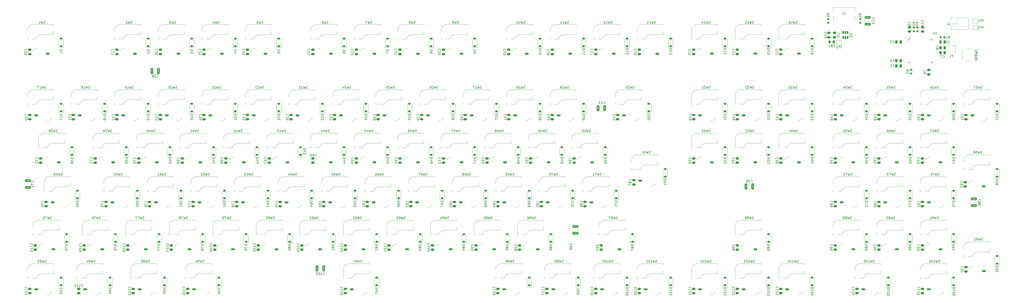
<source format=gbo>
%TF.GenerationSoftware,KiCad,Pcbnew,7.0.10*%
%TF.CreationDate,2024-01-14T19:19:27+05:30*%
%TF.ProjectId,kbd,6b62642e-6b69-4636-9164-5f7063625858,rev?*%
%TF.SameCoordinates,Original*%
%TF.FileFunction,Legend,Bot*%
%TF.FilePolarity,Positive*%
%FSLAX46Y46*%
G04 Gerber Fmt 4.6, Leading zero omitted, Abs format (unit mm)*
G04 Created by KiCad (PCBNEW 7.0.10) date 2024-01-14 19:19:27*
%MOMM*%
%LPD*%
G01*
G04 APERTURE LIST*
G04 Aperture macros list*
%AMRoundRect*
0 Rectangle with rounded corners*
0 $1 Rounding radius*
0 $2 $3 $4 $5 $6 $7 $8 $9 X,Y pos of 4 corners*
0 Add a 4 corners polygon primitive as box body*
4,1,4,$2,$3,$4,$5,$6,$7,$8,$9,$2,$3,0*
0 Add four circle primitives for the rounded corners*
1,1,$1+$1,$2,$3*
1,1,$1+$1,$4,$5*
1,1,$1+$1,$6,$7*
1,1,$1+$1,$8,$9*
0 Add four rect primitives between the rounded corners*
20,1,$1+$1,$2,$3,$4,$5,0*
20,1,$1+$1,$4,$5,$6,$7,0*
20,1,$1+$1,$6,$7,$8,$9,0*
20,1,$1+$1,$8,$9,$2,$3,0*%
G04 Aperture macros list end*
%ADD10C,0.150000*%
%ADD11C,0.100000*%
%ADD12C,0.120000*%
%ADD13C,3.800000*%
%ADD14C,2.600000*%
%ADD15C,1.701800*%
%ADD16C,3.000000*%
%ADD17C,3.987800*%
%ADD18R,2.550000X2.500000*%
%ADD19C,3.048000*%
%ADD20RoundRect,0.225000X0.375000X-0.225000X0.375000X0.225000X-0.375000X0.225000X-0.375000X-0.225000X0*%
%ADD21RoundRect,0.250000X0.475000X-0.250000X0.475000X0.250000X-0.475000X0.250000X-0.475000X-0.250000X0*%
%ADD22RoundRect,0.250000X-0.475000X0.250000X-0.475000X-0.250000X0.475000X-0.250000X0.475000X0.250000X0*%
%ADD23R,1.500000X1.500000*%
%ADD24R,1.700000X0.820000*%
%ADD25RoundRect,0.205000X-0.645000X-0.205000X0.645000X-0.205000X0.645000X0.205000X-0.645000X0.205000X0*%
%ADD26RoundRect,0.205000X0.645000X0.205000X-0.645000X0.205000X-0.645000X-0.205000X0.645000X-0.205000X0*%
%ADD27RoundRect,0.250000X-0.325000X-1.100000X0.325000X-1.100000X0.325000X1.100000X-0.325000X1.100000X0*%
%ADD28RoundRect,0.250000X0.250000X0.475000X-0.250000X0.475000X-0.250000X-0.475000X0.250000X-0.475000X0*%
%ADD29RoundRect,0.250000X0.262500X0.450000X-0.262500X0.450000X-0.262500X-0.450000X0.262500X-0.450000X0*%
%ADD30R,0.550000X1.500000*%
%ADD31R,1.500000X0.550000*%
%ADD32RoundRect,0.250000X1.100000X-0.325000X1.100000X0.325000X-1.100000X0.325000X-1.100000X-0.325000X0*%
%ADD33RoundRect,0.200000X-0.275000X0.200000X-0.275000X-0.200000X0.275000X-0.200000X0.275000X0.200000X0*%
%ADD34RoundRect,0.150000X-0.150000X0.512500X-0.150000X-0.512500X0.150000X-0.512500X0.150000X0.512500X0*%
%ADD35R,1.100000X1.800000*%
%ADD36R,1.700000X1.700000*%
%ADD37O,1.700000X1.700000*%
%ADD38R,1.200000X1.400000*%
%ADD39RoundRect,0.250000X0.325000X1.100000X-0.325000X1.100000X-0.325000X-1.100000X0.325000X-1.100000X0*%
%ADD40RoundRect,0.200000X0.275000X-0.200000X0.275000X0.200000X-0.275000X0.200000X-0.275000X-0.200000X0*%
%ADD41RoundRect,0.250000X-1.100000X0.325000X-1.100000X-0.325000X1.100000X-0.325000X1.100000X0.325000X0*%
%ADD42C,0.650000*%
%ADD43R,0.600000X1.450000*%
%ADD44R,0.300000X1.450000*%
%ADD45O,1.000000X1.600000*%
%ADD46O,1.000000X2.100000*%
%ADD47RoundRect,0.250000X-0.250000X-0.475000X0.250000X-0.475000X0.250000X0.475000X-0.250000X0.475000X0*%
%ADD48RoundRect,0.200000X0.200000X0.275000X-0.200000X0.275000X-0.200000X-0.275000X0.200000X-0.275000X0*%
G04 APERTURE END LIST*
D10*
X282765273Y-178207200D02*
X282622416Y-178254819D01*
X282622416Y-178254819D02*
X282384321Y-178254819D01*
X282384321Y-178254819D02*
X282289083Y-178207200D01*
X282289083Y-178207200D02*
X282241464Y-178159580D01*
X282241464Y-178159580D02*
X282193845Y-178064342D01*
X282193845Y-178064342D02*
X282193845Y-177969104D01*
X282193845Y-177969104D02*
X282241464Y-177873866D01*
X282241464Y-177873866D02*
X282289083Y-177826247D01*
X282289083Y-177826247D02*
X282384321Y-177778628D01*
X282384321Y-177778628D02*
X282574797Y-177731009D01*
X282574797Y-177731009D02*
X282670035Y-177683390D01*
X282670035Y-177683390D02*
X282717654Y-177635771D01*
X282717654Y-177635771D02*
X282765273Y-177540533D01*
X282765273Y-177540533D02*
X282765273Y-177445295D01*
X282765273Y-177445295D02*
X282717654Y-177350057D01*
X282717654Y-177350057D02*
X282670035Y-177302438D01*
X282670035Y-177302438D02*
X282574797Y-177254819D01*
X282574797Y-177254819D02*
X282336702Y-177254819D01*
X282336702Y-177254819D02*
X282193845Y-177302438D01*
X281860511Y-177254819D02*
X281622416Y-178254819D01*
X281622416Y-178254819D02*
X281431940Y-177540533D01*
X281431940Y-177540533D02*
X281241464Y-178254819D01*
X281241464Y-178254819D02*
X281003369Y-177254819D01*
X280193845Y-177254819D02*
X280384321Y-177254819D01*
X280384321Y-177254819D02*
X280479559Y-177302438D01*
X280479559Y-177302438D02*
X280527178Y-177350057D01*
X280527178Y-177350057D02*
X280622416Y-177492914D01*
X280622416Y-177492914D02*
X280670035Y-177683390D01*
X280670035Y-177683390D02*
X280670035Y-178064342D01*
X280670035Y-178064342D02*
X280622416Y-178159580D01*
X280622416Y-178159580D02*
X280574797Y-178207200D01*
X280574797Y-178207200D02*
X280479559Y-178254819D01*
X280479559Y-178254819D02*
X280289083Y-178254819D01*
X280289083Y-178254819D02*
X280193845Y-178207200D01*
X280193845Y-178207200D02*
X280146226Y-178159580D01*
X280146226Y-178159580D02*
X280098607Y-178064342D01*
X280098607Y-178064342D02*
X280098607Y-177826247D01*
X280098607Y-177826247D02*
X280146226Y-177731009D01*
X280146226Y-177731009D02*
X280193845Y-177683390D01*
X280193845Y-177683390D02*
X280289083Y-177635771D01*
X280289083Y-177635771D02*
X280479559Y-177635771D01*
X280479559Y-177635771D02*
X280574797Y-177683390D01*
X280574797Y-177683390D02*
X280622416Y-177731009D01*
X280622416Y-177731009D02*
X280670035Y-177826247D01*
X279527178Y-177683390D02*
X279622416Y-177635771D01*
X279622416Y-177635771D02*
X279670035Y-177588152D01*
X279670035Y-177588152D02*
X279717654Y-177492914D01*
X279717654Y-177492914D02*
X279717654Y-177445295D01*
X279717654Y-177445295D02*
X279670035Y-177350057D01*
X279670035Y-177350057D02*
X279622416Y-177302438D01*
X279622416Y-177302438D02*
X279527178Y-177254819D01*
X279527178Y-177254819D02*
X279336702Y-177254819D01*
X279336702Y-177254819D02*
X279241464Y-177302438D01*
X279241464Y-177302438D02*
X279193845Y-177350057D01*
X279193845Y-177350057D02*
X279146226Y-177445295D01*
X279146226Y-177445295D02*
X279146226Y-177492914D01*
X279146226Y-177492914D02*
X279193845Y-177588152D01*
X279193845Y-177588152D02*
X279241464Y-177635771D01*
X279241464Y-177635771D02*
X279336702Y-177683390D01*
X279336702Y-177683390D02*
X279527178Y-177683390D01*
X279527178Y-177683390D02*
X279622416Y-177731009D01*
X279622416Y-177731009D02*
X279670035Y-177778628D01*
X279670035Y-177778628D02*
X279717654Y-177873866D01*
X279717654Y-177873866D02*
X279717654Y-178064342D01*
X279717654Y-178064342D02*
X279670035Y-178159580D01*
X279670035Y-178159580D02*
X279622416Y-178207200D01*
X279622416Y-178207200D02*
X279527178Y-178254819D01*
X279527178Y-178254819D02*
X279336702Y-178254819D01*
X279336702Y-178254819D02*
X279241464Y-178207200D01*
X279241464Y-178207200D02*
X279193845Y-178159580D01*
X279193845Y-178159580D02*
X279146226Y-178064342D01*
X279146226Y-178064342D02*
X279146226Y-177873866D01*
X279146226Y-177873866D02*
X279193845Y-177778628D01*
X279193845Y-177778628D02*
X279241464Y-177731009D01*
X279241464Y-177731009D02*
X279336702Y-177683390D01*
X406622023Y-140107200D02*
X406479166Y-140154819D01*
X406479166Y-140154819D02*
X406241071Y-140154819D01*
X406241071Y-140154819D02*
X406145833Y-140107200D01*
X406145833Y-140107200D02*
X406098214Y-140059580D01*
X406098214Y-140059580D02*
X406050595Y-139964342D01*
X406050595Y-139964342D02*
X406050595Y-139869104D01*
X406050595Y-139869104D02*
X406098214Y-139773866D01*
X406098214Y-139773866D02*
X406145833Y-139726247D01*
X406145833Y-139726247D02*
X406241071Y-139678628D01*
X406241071Y-139678628D02*
X406431547Y-139631009D01*
X406431547Y-139631009D02*
X406526785Y-139583390D01*
X406526785Y-139583390D02*
X406574404Y-139535771D01*
X406574404Y-139535771D02*
X406622023Y-139440533D01*
X406622023Y-139440533D02*
X406622023Y-139345295D01*
X406622023Y-139345295D02*
X406574404Y-139250057D01*
X406574404Y-139250057D02*
X406526785Y-139202438D01*
X406526785Y-139202438D02*
X406431547Y-139154819D01*
X406431547Y-139154819D02*
X406193452Y-139154819D01*
X406193452Y-139154819D02*
X406050595Y-139202438D01*
X405717261Y-139154819D02*
X405479166Y-140154819D01*
X405479166Y-140154819D02*
X405288690Y-139440533D01*
X405288690Y-139440533D02*
X405098214Y-140154819D01*
X405098214Y-140154819D02*
X404860119Y-139154819D01*
X404574404Y-139154819D02*
X403955357Y-139154819D01*
X403955357Y-139154819D02*
X404288690Y-139535771D01*
X404288690Y-139535771D02*
X404145833Y-139535771D01*
X404145833Y-139535771D02*
X404050595Y-139583390D01*
X404050595Y-139583390D02*
X404002976Y-139631009D01*
X404002976Y-139631009D02*
X403955357Y-139726247D01*
X403955357Y-139726247D02*
X403955357Y-139964342D01*
X403955357Y-139964342D02*
X404002976Y-140059580D01*
X404002976Y-140059580D02*
X404050595Y-140107200D01*
X404050595Y-140107200D02*
X404145833Y-140154819D01*
X404145833Y-140154819D02*
X404431547Y-140154819D01*
X404431547Y-140154819D02*
X404526785Y-140107200D01*
X404526785Y-140107200D02*
X404574404Y-140059580D01*
X403574404Y-139250057D02*
X403526785Y-139202438D01*
X403526785Y-139202438D02*
X403431547Y-139154819D01*
X403431547Y-139154819D02*
X403193452Y-139154819D01*
X403193452Y-139154819D02*
X403098214Y-139202438D01*
X403098214Y-139202438D02*
X403050595Y-139250057D01*
X403050595Y-139250057D02*
X403002976Y-139345295D01*
X403002976Y-139345295D02*
X403002976Y-139440533D01*
X403002976Y-139440533D02*
X403050595Y-139583390D01*
X403050595Y-139583390D02*
X403622023Y-140154819D01*
X403622023Y-140154819D02*
X403002976Y-140154819D01*
X120776773Y-197257200D02*
X120633916Y-197304819D01*
X120633916Y-197304819D02*
X120395821Y-197304819D01*
X120395821Y-197304819D02*
X120300583Y-197257200D01*
X120300583Y-197257200D02*
X120252964Y-197209580D01*
X120252964Y-197209580D02*
X120205345Y-197114342D01*
X120205345Y-197114342D02*
X120205345Y-197019104D01*
X120205345Y-197019104D02*
X120252964Y-196923866D01*
X120252964Y-196923866D02*
X120300583Y-196876247D01*
X120300583Y-196876247D02*
X120395821Y-196828628D01*
X120395821Y-196828628D02*
X120586297Y-196781009D01*
X120586297Y-196781009D02*
X120681535Y-196733390D01*
X120681535Y-196733390D02*
X120729154Y-196685771D01*
X120729154Y-196685771D02*
X120776773Y-196590533D01*
X120776773Y-196590533D02*
X120776773Y-196495295D01*
X120776773Y-196495295D02*
X120729154Y-196400057D01*
X120729154Y-196400057D02*
X120681535Y-196352438D01*
X120681535Y-196352438D02*
X120586297Y-196304819D01*
X120586297Y-196304819D02*
X120348202Y-196304819D01*
X120348202Y-196304819D02*
X120205345Y-196352438D01*
X119872011Y-196304819D02*
X119633916Y-197304819D01*
X119633916Y-197304819D02*
X119443440Y-196590533D01*
X119443440Y-196590533D02*
X119252964Y-197304819D01*
X119252964Y-197304819D02*
X119014869Y-196304819D01*
X118729154Y-196304819D02*
X118062488Y-196304819D01*
X118062488Y-196304819D02*
X118491059Y-197304819D01*
X117252964Y-196304819D02*
X117443440Y-196304819D01*
X117443440Y-196304819D02*
X117538678Y-196352438D01*
X117538678Y-196352438D02*
X117586297Y-196400057D01*
X117586297Y-196400057D02*
X117681535Y-196542914D01*
X117681535Y-196542914D02*
X117729154Y-196733390D01*
X117729154Y-196733390D02*
X117729154Y-197114342D01*
X117729154Y-197114342D02*
X117681535Y-197209580D01*
X117681535Y-197209580D02*
X117633916Y-197257200D01*
X117633916Y-197257200D02*
X117538678Y-197304819D01*
X117538678Y-197304819D02*
X117348202Y-197304819D01*
X117348202Y-197304819D02*
X117252964Y-197257200D01*
X117252964Y-197257200D02*
X117205345Y-197209580D01*
X117205345Y-197209580D02*
X117157726Y-197114342D01*
X117157726Y-197114342D02*
X117157726Y-196876247D01*
X117157726Y-196876247D02*
X117205345Y-196781009D01*
X117205345Y-196781009D02*
X117252964Y-196733390D01*
X117252964Y-196733390D02*
X117348202Y-196685771D01*
X117348202Y-196685771D02*
X117538678Y-196685771D01*
X117538678Y-196685771D02*
X117633916Y-196733390D01*
X117633916Y-196733390D02*
X117681535Y-196781009D01*
X117681535Y-196781009D02*
X117729154Y-196876247D01*
X187515273Y-178207200D02*
X187372416Y-178254819D01*
X187372416Y-178254819D02*
X187134321Y-178254819D01*
X187134321Y-178254819D02*
X187039083Y-178207200D01*
X187039083Y-178207200D02*
X186991464Y-178159580D01*
X186991464Y-178159580D02*
X186943845Y-178064342D01*
X186943845Y-178064342D02*
X186943845Y-177969104D01*
X186943845Y-177969104D02*
X186991464Y-177873866D01*
X186991464Y-177873866D02*
X187039083Y-177826247D01*
X187039083Y-177826247D02*
X187134321Y-177778628D01*
X187134321Y-177778628D02*
X187324797Y-177731009D01*
X187324797Y-177731009D02*
X187420035Y-177683390D01*
X187420035Y-177683390D02*
X187467654Y-177635771D01*
X187467654Y-177635771D02*
X187515273Y-177540533D01*
X187515273Y-177540533D02*
X187515273Y-177445295D01*
X187515273Y-177445295D02*
X187467654Y-177350057D01*
X187467654Y-177350057D02*
X187420035Y-177302438D01*
X187420035Y-177302438D02*
X187324797Y-177254819D01*
X187324797Y-177254819D02*
X187086702Y-177254819D01*
X187086702Y-177254819D02*
X186943845Y-177302438D01*
X186610511Y-177254819D02*
X186372416Y-178254819D01*
X186372416Y-178254819D02*
X186181940Y-177540533D01*
X186181940Y-177540533D02*
X185991464Y-178254819D01*
X185991464Y-178254819D02*
X185753369Y-177254819D01*
X184943845Y-177254819D02*
X185134321Y-177254819D01*
X185134321Y-177254819D02*
X185229559Y-177302438D01*
X185229559Y-177302438D02*
X185277178Y-177350057D01*
X185277178Y-177350057D02*
X185372416Y-177492914D01*
X185372416Y-177492914D02*
X185420035Y-177683390D01*
X185420035Y-177683390D02*
X185420035Y-178064342D01*
X185420035Y-178064342D02*
X185372416Y-178159580D01*
X185372416Y-178159580D02*
X185324797Y-178207200D01*
X185324797Y-178207200D02*
X185229559Y-178254819D01*
X185229559Y-178254819D02*
X185039083Y-178254819D01*
X185039083Y-178254819D02*
X184943845Y-178207200D01*
X184943845Y-178207200D02*
X184896226Y-178159580D01*
X184896226Y-178159580D02*
X184848607Y-178064342D01*
X184848607Y-178064342D02*
X184848607Y-177826247D01*
X184848607Y-177826247D02*
X184896226Y-177731009D01*
X184896226Y-177731009D02*
X184943845Y-177683390D01*
X184943845Y-177683390D02*
X185039083Y-177635771D01*
X185039083Y-177635771D02*
X185229559Y-177635771D01*
X185229559Y-177635771D02*
X185324797Y-177683390D01*
X185324797Y-177683390D02*
X185372416Y-177731009D01*
X185372416Y-177731009D02*
X185420035Y-177826247D01*
X184515273Y-177254819D02*
X183896226Y-177254819D01*
X183896226Y-177254819D02*
X184229559Y-177635771D01*
X184229559Y-177635771D02*
X184086702Y-177635771D01*
X184086702Y-177635771D02*
X183991464Y-177683390D01*
X183991464Y-177683390D02*
X183943845Y-177731009D01*
X183943845Y-177731009D02*
X183896226Y-177826247D01*
X183896226Y-177826247D02*
X183896226Y-178064342D01*
X183896226Y-178064342D02*
X183943845Y-178159580D01*
X183943845Y-178159580D02*
X183991464Y-178207200D01*
X183991464Y-178207200D02*
X184086702Y-178254819D01*
X184086702Y-178254819D02*
X184372416Y-178254819D01*
X184372416Y-178254819D02*
X184467654Y-178207200D01*
X184467654Y-178207200D02*
X184515273Y-178159580D01*
X459485713Y-216307200D02*
X459342856Y-216354819D01*
X459342856Y-216354819D02*
X459104761Y-216354819D01*
X459104761Y-216354819D02*
X459009523Y-216307200D01*
X459009523Y-216307200D02*
X458961904Y-216259580D01*
X458961904Y-216259580D02*
X458914285Y-216164342D01*
X458914285Y-216164342D02*
X458914285Y-216069104D01*
X458914285Y-216069104D02*
X458961904Y-215973866D01*
X458961904Y-215973866D02*
X459009523Y-215926247D01*
X459009523Y-215926247D02*
X459104761Y-215878628D01*
X459104761Y-215878628D02*
X459295237Y-215831009D01*
X459295237Y-215831009D02*
X459390475Y-215783390D01*
X459390475Y-215783390D02*
X459438094Y-215735771D01*
X459438094Y-215735771D02*
X459485713Y-215640533D01*
X459485713Y-215640533D02*
X459485713Y-215545295D01*
X459485713Y-215545295D02*
X459438094Y-215450057D01*
X459438094Y-215450057D02*
X459390475Y-215402438D01*
X459390475Y-215402438D02*
X459295237Y-215354819D01*
X459295237Y-215354819D02*
X459057142Y-215354819D01*
X459057142Y-215354819D02*
X458914285Y-215402438D01*
X458580951Y-215354819D02*
X458342856Y-216354819D01*
X458342856Y-216354819D02*
X458152380Y-215640533D01*
X458152380Y-215640533D02*
X457961904Y-216354819D01*
X457961904Y-216354819D02*
X457723809Y-215354819D01*
X456819047Y-216354819D02*
X457390475Y-216354819D01*
X457104761Y-216354819D02*
X457104761Y-215354819D01*
X457104761Y-215354819D02*
X457199999Y-215497676D01*
X457199999Y-215497676D02*
X457295237Y-215592914D01*
X457295237Y-215592914D02*
X457390475Y-215640533D01*
X456199999Y-215354819D02*
X456104761Y-215354819D01*
X456104761Y-215354819D02*
X456009523Y-215402438D01*
X456009523Y-215402438D02*
X455961904Y-215450057D01*
X455961904Y-215450057D02*
X455914285Y-215545295D01*
X455914285Y-215545295D02*
X455866666Y-215735771D01*
X455866666Y-215735771D02*
X455866666Y-215973866D01*
X455866666Y-215973866D02*
X455914285Y-216164342D01*
X455914285Y-216164342D02*
X455961904Y-216259580D01*
X455961904Y-216259580D02*
X456009523Y-216307200D01*
X456009523Y-216307200D02*
X456104761Y-216354819D01*
X456104761Y-216354819D02*
X456199999Y-216354819D01*
X456199999Y-216354819D02*
X456295237Y-216307200D01*
X456295237Y-216307200D02*
X456342856Y-216259580D01*
X456342856Y-216259580D02*
X456390475Y-216164342D01*
X456390475Y-216164342D02*
X456438094Y-215973866D01*
X456438094Y-215973866D02*
X456438094Y-215735771D01*
X456438094Y-215735771D02*
X456390475Y-215545295D01*
X456390475Y-215545295D02*
X456342856Y-215450057D01*
X456342856Y-215450057D02*
X456295237Y-215402438D01*
X456295237Y-215402438D02*
X456199999Y-215354819D01*
X454961904Y-215354819D02*
X455438094Y-215354819D01*
X455438094Y-215354819D02*
X455485713Y-215831009D01*
X455485713Y-215831009D02*
X455438094Y-215783390D01*
X455438094Y-215783390D02*
X455342856Y-215735771D01*
X455342856Y-215735771D02*
X455104761Y-215735771D01*
X455104761Y-215735771D02*
X455009523Y-215783390D01*
X455009523Y-215783390D02*
X454961904Y-215831009D01*
X454961904Y-215831009D02*
X454914285Y-215926247D01*
X454914285Y-215926247D02*
X454914285Y-216164342D01*
X454914285Y-216164342D02*
X454961904Y-216259580D01*
X454961904Y-216259580D02*
X455009523Y-216307200D01*
X455009523Y-216307200D02*
X455104761Y-216354819D01*
X455104761Y-216354819D02*
X455342856Y-216354819D01*
X455342856Y-216354819D02*
X455438094Y-216307200D01*
X455438094Y-216307200D02*
X455485713Y-216259580D01*
X406622023Y-111659200D02*
X406479166Y-111706819D01*
X406479166Y-111706819D02*
X406241071Y-111706819D01*
X406241071Y-111706819D02*
X406145833Y-111659200D01*
X406145833Y-111659200D02*
X406098214Y-111611580D01*
X406098214Y-111611580D02*
X406050595Y-111516342D01*
X406050595Y-111516342D02*
X406050595Y-111421104D01*
X406050595Y-111421104D02*
X406098214Y-111325866D01*
X406098214Y-111325866D02*
X406145833Y-111278247D01*
X406145833Y-111278247D02*
X406241071Y-111230628D01*
X406241071Y-111230628D02*
X406431547Y-111183009D01*
X406431547Y-111183009D02*
X406526785Y-111135390D01*
X406526785Y-111135390D02*
X406574404Y-111087771D01*
X406574404Y-111087771D02*
X406622023Y-110992533D01*
X406622023Y-110992533D02*
X406622023Y-110897295D01*
X406622023Y-110897295D02*
X406574404Y-110802057D01*
X406574404Y-110802057D02*
X406526785Y-110754438D01*
X406526785Y-110754438D02*
X406431547Y-110706819D01*
X406431547Y-110706819D02*
X406193452Y-110706819D01*
X406193452Y-110706819D02*
X406050595Y-110754438D01*
X405717261Y-110706819D02*
X405479166Y-111706819D01*
X405479166Y-111706819D02*
X405288690Y-110992533D01*
X405288690Y-110992533D02*
X405098214Y-111706819D01*
X405098214Y-111706819D02*
X404860119Y-110706819D01*
X403955357Y-111706819D02*
X404526785Y-111706819D01*
X404241071Y-111706819D02*
X404241071Y-110706819D01*
X404241071Y-110706819D02*
X404336309Y-110849676D01*
X404336309Y-110849676D02*
X404431547Y-110944914D01*
X404431547Y-110944914D02*
X404526785Y-110992533D01*
X403050595Y-110706819D02*
X403526785Y-110706819D01*
X403526785Y-110706819D02*
X403574404Y-111183009D01*
X403574404Y-111183009D02*
X403526785Y-111135390D01*
X403526785Y-111135390D02*
X403431547Y-111087771D01*
X403431547Y-111087771D02*
X403193452Y-111087771D01*
X403193452Y-111087771D02*
X403098214Y-111135390D01*
X403098214Y-111135390D02*
X403050595Y-111183009D01*
X403050595Y-111183009D02*
X403002976Y-111278247D01*
X403002976Y-111278247D02*
X403002976Y-111516342D01*
X403002976Y-111516342D02*
X403050595Y-111611580D01*
X403050595Y-111611580D02*
X403098214Y-111659200D01*
X403098214Y-111659200D02*
X403193452Y-111706819D01*
X403193452Y-111706819D02*
X403431547Y-111706819D01*
X403431547Y-111706819D02*
X403526785Y-111659200D01*
X403526785Y-111659200D02*
X403574404Y-111611580D01*
X361473523Y-168555200D02*
X361330666Y-168602819D01*
X361330666Y-168602819D02*
X361092571Y-168602819D01*
X361092571Y-168602819D02*
X360997333Y-168555200D01*
X360997333Y-168555200D02*
X360949714Y-168507580D01*
X360949714Y-168507580D02*
X360902095Y-168412342D01*
X360902095Y-168412342D02*
X360902095Y-168317104D01*
X360902095Y-168317104D02*
X360949714Y-168221866D01*
X360949714Y-168221866D02*
X360997333Y-168174247D01*
X360997333Y-168174247D02*
X361092571Y-168126628D01*
X361092571Y-168126628D02*
X361283047Y-168079009D01*
X361283047Y-168079009D02*
X361378285Y-168031390D01*
X361378285Y-168031390D02*
X361425904Y-167983771D01*
X361425904Y-167983771D02*
X361473523Y-167888533D01*
X361473523Y-167888533D02*
X361473523Y-167793295D01*
X361473523Y-167793295D02*
X361425904Y-167698057D01*
X361425904Y-167698057D02*
X361378285Y-167650438D01*
X361378285Y-167650438D02*
X361283047Y-167602819D01*
X361283047Y-167602819D02*
X361044952Y-167602819D01*
X361044952Y-167602819D02*
X360902095Y-167650438D01*
X360568761Y-167602819D02*
X360330666Y-168602819D01*
X360330666Y-168602819D02*
X360140190Y-167888533D01*
X360140190Y-167888533D02*
X359949714Y-168602819D01*
X359949714Y-168602819D02*
X359711619Y-167602819D01*
X358854476Y-167602819D02*
X359330666Y-167602819D01*
X359330666Y-167602819D02*
X359378285Y-168079009D01*
X359378285Y-168079009D02*
X359330666Y-168031390D01*
X359330666Y-168031390D02*
X359235428Y-167983771D01*
X359235428Y-167983771D02*
X358997333Y-167983771D01*
X358997333Y-167983771D02*
X358902095Y-168031390D01*
X358902095Y-168031390D02*
X358854476Y-168079009D01*
X358854476Y-168079009D02*
X358806857Y-168174247D01*
X358806857Y-168174247D02*
X358806857Y-168412342D01*
X358806857Y-168412342D02*
X358854476Y-168507580D01*
X358854476Y-168507580D02*
X358902095Y-168555200D01*
X358902095Y-168555200D02*
X358997333Y-168602819D01*
X358997333Y-168602819D02*
X359235428Y-168602819D01*
X359235428Y-168602819D02*
X359330666Y-168555200D01*
X359330666Y-168555200D02*
X359378285Y-168507580D01*
X357854476Y-168602819D02*
X358425904Y-168602819D01*
X358140190Y-168602819D02*
X358140190Y-167602819D01*
X358140190Y-167602819D02*
X358235428Y-167745676D01*
X358235428Y-167745676D02*
X358330666Y-167840914D01*
X358330666Y-167840914D02*
X358425904Y-167888533D01*
X149415273Y-178207200D02*
X149272416Y-178254819D01*
X149272416Y-178254819D02*
X149034321Y-178254819D01*
X149034321Y-178254819D02*
X148939083Y-178207200D01*
X148939083Y-178207200D02*
X148891464Y-178159580D01*
X148891464Y-178159580D02*
X148843845Y-178064342D01*
X148843845Y-178064342D02*
X148843845Y-177969104D01*
X148843845Y-177969104D02*
X148891464Y-177873866D01*
X148891464Y-177873866D02*
X148939083Y-177826247D01*
X148939083Y-177826247D02*
X149034321Y-177778628D01*
X149034321Y-177778628D02*
X149224797Y-177731009D01*
X149224797Y-177731009D02*
X149320035Y-177683390D01*
X149320035Y-177683390D02*
X149367654Y-177635771D01*
X149367654Y-177635771D02*
X149415273Y-177540533D01*
X149415273Y-177540533D02*
X149415273Y-177445295D01*
X149415273Y-177445295D02*
X149367654Y-177350057D01*
X149367654Y-177350057D02*
X149320035Y-177302438D01*
X149320035Y-177302438D02*
X149224797Y-177254819D01*
X149224797Y-177254819D02*
X148986702Y-177254819D01*
X148986702Y-177254819D02*
X148843845Y-177302438D01*
X148510511Y-177254819D02*
X148272416Y-178254819D01*
X148272416Y-178254819D02*
X148081940Y-177540533D01*
X148081940Y-177540533D02*
X147891464Y-178254819D01*
X147891464Y-178254819D02*
X147653369Y-177254819D01*
X146843845Y-177254819D02*
X147034321Y-177254819D01*
X147034321Y-177254819D02*
X147129559Y-177302438D01*
X147129559Y-177302438D02*
X147177178Y-177350057D01*
X147177178Y-177350057D02*
X147272416Y-177492914D01*
X147272416Y-177492914D02*
X147320035Y-177683390D01*
X147320035Y-177683390D02*
X147320035Y-178064342D01*
X147320035Y-178064342D02*
X147272416Y-178159580D01*
X147272416Y-178159580D02*
X147224797Y-178207200D01*
X147224797Y-178207200D02*
X147129559Y-178254819D01*
X147129559Y-178254819D02*
X146939083Y-178254819D01*
X146939083Y-178254819D02*
X146843845Y-178207200D01*
X146843845Y-178207200D02*
X146796226Y-178159580D01*
X146796226Y-178159580D02*
X146748607Y-178064342D01*
X146748607Y-178064342D02*
X146748607Y-177826247D01*
X146748607Y-177826247D02*
X146796226Y-177731009D01*
X146796226Y-177731009D02*
X146843845Y-177683390D01*
X146843845Y-177683390D02*
X146939083Y-177635771D01*
X146939083Y-177635771D02*
X147129559Y-177635771D01*
X147129559Y-177635771D02*
X147224797Y-177683390D01*
X147224797Y-177683390D02*
X147272416Y-177731009D01*
X147272416Y-177731009D02*
X147320035Y-177826247D01*
X145796226Y-178254819D02*
X146367654Y-178254819D01*
X146081940Y-178254819D02*
X146081940Y-177254819D01*
X146081940Y-177254819D02*
X146177178Y-177397676D01*
X146177178Y-177397676D02*
X146272416Y-177492914D01*
X146272416Y-177492914D02*
X146367654Y-177540533D01*
X158876773Y-197257200D02*
X158733916Y-197304819D01*
X158733916Y-197304819D02*
X158495821Y-197304819D01*
X158495821Y-197304819D02*
X158400583Y-197257200D01*
X158400583Y-197257200D02*
X158352964Y-197209580D01*
X158352964Y-197209580D02*
X158305345Y-197114342D01*
X158305345Y-197114342D02*
X158305345Y-197019104D01*
X158305345Y-197019104D02*
X158352964Y-196923866D01*
X158352964Y-196923866D02*
X158400583Y-196876247D01*
X158400583Y-196876247D02*
X158495821Y-196828628D01*
X158495821Y-196828628D02*
X158686297Y-196781009D01*
X158686297Y-196781009D02*
X158781535Y-196733390D01*
X158781535Y-196733390D02*
X158829154Y-196685771D01*
X158829154Y-196685771D02*
X158876773Y-196590533D01*
X158876773Y-196590533D02*
X158876773Y-196495295D01*
X158876773Y-196495295D02*
X158829154Y-196400057D01*
X158829154Y-196400057D02*
X158781535Y-196352438D01*
X158781535Y-196352438D02*
X158686297Y-196304819D01*
X158686297Y-196304819D02*
X158448202Y-196304819D01*
X158448202Y-196304819D02*
X158305345Y-196352438D01*
X157972011Y-196304819D02*
X157733916Y-197304819D01*
X157733916Y-197304819D02*
X157543440Y-196590533D01*
X157543440Y-196590533D02*
X157352964Y-197304819D01*
X157352964Y-197304819D02*
X157114869Y-196304819D01*
X156829154Y-196304819D02*
X156162488Y-196304819D01*
X156162488Y-196304819D02*
X156591059Y-197304819D01*
X155638678Y-196733390D02*
X155733916Y-196685771D01*
X155733916Y-196685771D02*
X155781535Y-196638152D01*
X155781535Y-196638152D02*
X155829154Y-196542914D01*
X155829154Y-196542914D02*
X155829154Y-196495295D01*
X155829154Y-196495295D02*
X155781535Y-196400057D01*
X155781535Y-196400057D02*
X155733916Y-196352438D01*
X155733916Y-196352438D02*
X155638678Y-196304819D01*
X155638678Y-196304819D02*
X155448202Y-196304819D01*
X155448202Y-196304819D02*
X155352964Y-196352438D01*
X155352964Y-196352438D02*
X155305345Y-196400057D01*
X155305345Y-196400057D02*
X155257726Y-196495295D01*
X155257726Y-196495295D02*
X155257726Y-196542914D01*
X155257726Y-196542914D02*
X155305345Y-196638152D01*
X155305345Y-196638152D02*
X155352964Y-196685771D01*
X155352964Y-196685771D02*
X155448202Y-196733390D01*
X155448202Y-196733390D02*
X155638678Y-196733390D01*
X155638678Y-196733390D02*
X155733916Y-196781009D01*
X155733916Y-196781009D02*
X155781535Y-196828628D01*
X155781535Y-196828628D02*
X155829154Y-196923866D01*
X155829154Y-196923866D02*
X155829154Y-197114342D01*
X155829154Y-197114342D02*
X155781535Y-197209580D01*
X155781535Y-197209580D02*
X155733916Y-197257200D01*
X155733916Y-197257200D02*
X155638678Y-197304819D01*
X155638678Y-197304819D02*
X155448202Y-197304819D01*
X155448202Y-197304819D02*
X155352964Y-197257200D01*
X155352964Y-197257200D02*
X155305345Y-197209580D01*
X155305345Y-197209580D02*
X155257726Y-197114342D01*
X155257726Y-197114342D02*
X155257726Y-196923866D01*
X155257726Y-196923866D02*
X155305345Y-196828628D01*
X155305345Y-196828628D02*
X155352964Y-196781009D01*
X155352964Y-196781009D02*
X155448202Y-196733390D01*
X225615273Y-178207200D02*
X225472416Y-178254819D01*
X225472416Y-178254819D02*
X225234321Y-178254819D01*
X225234321Y-178254819D02*
X225139083Y-178207200D01*
X225139083Y-178207200D02*
X225091464Y-178159580D01*
X225091464Y-178159580D02*
X225043845Y-178064342D01*
X225043845Y-178064342D02*
X225043845Y-177969104D01*
X225043845Y-177969104D02*
X225091464Y-177873866D01*
X225091464Y-177873866D02*
X225139083Y-177826247D01*
X225139083Y-177826247D02*
X225234321Y-177778628D01*
X225234321Y-177778628D02*
X225424797Y-177731009D01*
X225424797Y-177731009D02*
X225520035Y-177683390D01*
X225520035Y-177683390D02*
X225567654Y-177635771D01*
X225567654Y-177635771D02*
X225615273Y-177540533D01*
X225615273Y-177540533D02*
X225615273Y-177445295D01*
X225615273Y-177445295D02*
X225567654Y-177350057D01*
X225567654Y-177350057D02*
X225520035Y-177302438D01*
X225520035Y-177302438D02*
X225424797Y-177254819D01*
X225424797Y-177254819D02*
X225186702Y-177254819D01*
X225186702Y-177254819D02*
X225043845Y-177302438D01*
X224710511Y-177254819D02*
X224472416Y-178254819D01*
X224472416Y-178254819D02*
X224281940Y-177540533D01*
X224281940Y-177540533D02*
X224091464Y-178254819D01*
X224091464Y-178254819D02*
X223853369Y-177254819D01*
X223043845Y-177254819D02*
X223234321Y-177254819D01*
X223234321Y-177254819D02*
X223329559Y-177302438D01*
X223329559Y-177302438D02*
X223377178Y-177350057D01*
X223377178Y-177350057D02*
X223472416Y-177492914D01*
X223472416Y-177492914D02*
X223520035Y-177683390D01*
X223520035Y-177683390D02*
X223520035Y-178064342D01*
X223520035Y-178064342D02*
X223472416Y-178159580D01*
X223472416Y-178159580D02*
X223424797Y-178207200D01*
X223424797Y-178207200D02*
X223329559Y-178254819D01*
X223329559Y-178254819D02*
X223139083Y-178254819D01*
X223139083Y-178254819D02*
X223043845Y-178207200D01*
X223043845Y-178207200D02*
X222996226Y-178159580D01*
X222996226Y-178159580D02*
X222948607Y-178064342D01*
X222948607Y-178064342D02*
X222948607Y-177826247D01*
X222948607Y-177826247D02*
X222996226Y-177731009D01*
X222996226Y-177731009D02*
X223043845Y-177683390D01*
X223043845Y-177683390D02*
X223139083Y-177635771D01*
X223139083Y-177635771D02*
X223329559Y-177635771D01*
X223329559Y-177635771D02*
X223424797Y-177683390D01*
X223424797Y-177683390D02*
X223472416Y-177731009D01*
X223472416Y-177731009D02*
X223520035Y-177826247D01*
X222043845Y-177254819D02*
X222520035Y-177254819D01*
X222520035Y-177254819D02*
X222567654Y-177731009D01*
X222567654Y-177731009D02*
X222520035Y-177683390D01*
X222520035Y-177683390D02*
X222424797Y-177635771D01*
X222424797Y-177635771D02*
X222186702Y-177635771D01*
X222186702Y-177635771D02*
X222091464Y-177683390D01*
X222091464Y-177683390D02*
X222043845Y-177731009D01*
X222043845Y-177731009D02*
X221996226Y-177826247D01*
X221996226Y-177826247D02*
X221996226Y-178064342D01*
X221996226Y-178064342D02*
X222043845Y-178159580D01*
X222043845Y-178159580D02*
X222091464Y-178207200D01*
X222091464Y-178207200D02*
X222186702Y-178254819D01*
X222186702Y-178254819D02*
X222424797Y-178254819D01*
X222424797Y-178254819D02*
X222520035Y-178207200D01*
X222520035Y-178207200D02*
X222567654Y-178159580D01*
X139826773Y-197257200D02*
X139683916Y-197304819D01*
X139683916Y-197304819D02*
X139445821Y-197304819D01*
X139445821Y-197304819D02*
X139350583Y-197257200D01*
X139350583Y-197257200D02*
X139302964Y-197209580D01*
X139302964Y-197209580D02*
X139255345Y-197114342D01*
X139255345Y-197114342D02*
X139255345Y-197019104D01*
X139255345Y-197019104D02*
X139302964Y-196923866D01*
X139302964Y-196923866D02*
X139350583Y-196876247D01*
X139350583Y-196876247D02*
X139445821Y-196828628D01*
X139445821Y-196828628D02*
X139636297Y-196781009D01*
X139636297Y-196781009D02*
X139731535Y-196733390D01*
X139731535Y-196733390D02*
X139779154Y-196685771D01*
X139779154Y-196685771D02*
X139826773Y-196590533D01*
X139826773Y-196590533D02*
X139826773Y-196495295D01*
X139826773Y-196495295D02*
X139779154Y-196400057D01*
X139779154Y-196400057D02*
X139731535Y-196352438D01*
X139731535Y-196352438D02*
X139636297Y-196304819D01*
X139636297Y-196304819D02*
X139398202Y-196304819D01*
X139398202Y-196304819D02*
X139255345Y-196352438D01*
X138922011Y-196304819D02*
X138683916Y-197304819D01*
X138683916Y-197304819D02*
X138493440Y-196590533D01*
X138493440Y-196590533D02*
X138302964Y-197304819D01*
X138302964Y-197304819D02*
X138064869Y-196304819D01*
X137779154Y-196304819D02*
X137112488Y-196304819D01*
X137112488Y-196304819D02*
X137541059Y-197304819D01*
X136826773Y-196304819D02*
X136160107Y-196304819D01*
X136160107Y-196304819D02*
X136588678Y-197304819D01*
X426148213Y-216307200D02*
X426005356Y-216354819D01*
X426005356Y-216354819D02*
X425767261Y-216354819D01*
X425767261Y-216354819D02*
X425672023Y-216307200D01*
X425672023Y-216307200D02*
X425624404Y-216259580D01*
X425624404Y-216259580D02*
X425576785Y-216164342D01*
X425576785Y-216164342D02*
X425576785Y-216069104D01*
X425576785Y-216069104D02*
X425624404Y-215973866D01*
X425624404Y-215973866D02*
X425672023Y-215926247D01*
X425672023Y-215926247D02*
X425767261Y-215878628D01*
X425767261Y-215878628D02*
X425957737Y-215831009D01*
X425957737Y-215831009D02*
X426052975Y-215783390D01*
X426052975Y-215783390D02*
X426100594Y-215735771D01*
X426100594Y-215735771D02*
X426148213Y-215640533D01*
X426148213Y-215640533D02*
X426148213Y-215545295D01*
X426148213Y-215545295D02*
X426100594Y-215450057D01*
X426100594Y-215450057D02*
X426052975Y-215402438D01*
X426052975Y-215402438D02*
X425957737Y-215354819D01*
X425957737Y-215354819D02*
X425719642Y-215354819D01*
X425719642Y-215354819D02*
X425576785Y-215402438D01*
X425243451Y-215354819D02*
X425005356Y-216354819D01*
X425005356Y-216354819D02*
X424814880Y-215640533D01*
X424814880Y-215640533D02*
X424624404Y-216354819D01*
X424624404Y-216354819D02*
X424386309Y-215354819D01*
X423481547Y-216354819D02*
X424052975Y-216354819D01*
X423767261Y-216354819D02*
X423767261Y-215354819D01*
X423767261Y-215354819D02*
X423862499Y-215497676D01*
X423862499Y-215497676D02*
X423957737Y-215592914D01*
X423957737Y-215592914D02*
X424052975Y-215640533D01*
X422862499Y-215354819D02*
X422767261Y-215354819D01*
X422767261Y-215354819D02*
X422672023Y-215402438D01*
X422672023Y-215402438D02*
X422624404Y-215450057D01*
X422624404Y-215450057D02*
X422576785Y-215545295D01*
X422576785Y-215545295D02*
X422529166Y-215735771D01*
X422529166Y-215735771D02*
X422529166Y-215973866D01*
X422529166Y-215973866D02*
X422576785Y-216164342D01*
X422576785Y-216164342D02*
X422624404Y-216259580D01*
X422624404Y-216259580D02*
X422672023Y-216307200D01*
X422672023Y-216307200D02*
X422767261Y-216354819D01*
X422767261Y-216354819D02*
X422862499Y-216354819D01*
X422862499Y-216354819D02*
X422957737Y-216307200D01*
X422957737Y-216307200D02*
X423005356Y-216259580D01*
X423005356Y-216259580D02*
X423052975Y-216164342D01*
X423052975Y-216164342D02*
X423100594Y-215973866D01*
X423100594Y-215973866D02*
X423100594Y-215735771D01*
X423100594Y-215735771D02*
X423052975Y-215545295D01*
X423052975Y-215545295D02*
X423005356Y-215450057D01*
X423005356Y-215450057D02*
X422957737Y-215402438D01*
X422957737Y-215402438D02*
X422862499Y-215354819D01*
X421672023Y-215688152D02*
X421672023Y-216354819D01*
X421910118Y-215307200D02*
X422148213Y-216021485D01*
X422148213Y-216021485D02*
X421529166Y-216021485D01*
X344709523Y-111659200D02*
X344566666Y-111706819D01*
X344566666Y-111706819D02*
X344328571Y-111706819D01*
X344328571Y-111706819D02*
X344233333Y-111659200D01*
X344233333Y-111659200D02*
X344185714Y-111611580D01*
X344185714Y-111611580D02*
X344138095Y-111516342D01*
X344138095Y-111516342D02*
X344138095Y-111421104D01*
X344138095Y-111421104D02*
X344185714Y-111325866D01*
X344185714Y-111325866D02*
X344233333Y-111278247D01*
X344233333Y-111278247D02*
X344328571Y-111230628D01*
X344328571Y-111230628D02*
X344519047Y-111183009D01*
X344519047Y-111183009D02*
X344614285Y-111135390D01*
X344614285Y-111135390D02*
X344661904Y-111087771D01*
X344661904Y-111087771D02*
X344709523Y-110992533D01*
X344709523Y-110992533D02*
X344709523Y-110897295D01*
X344709523Y-110897295D02*
X344661904Y-110802057D01*
X344661904Y-110802057D02*
X344614285Y-110754438D01*
X344614285Y-110754438D02*
X344519047Y-110706819D01*
X344519047Y-110706819D02*
X344280952Y-110706819D01*
X344280952Y-110706819D02*
X344138095Y-110754438D01*
X343804761Y-110706819D02*
X343566666Y-111706819D01*
X343566666Y-111706819D02*
X343376190Y-110992533D01*
X343376190Y-110992533D02*
X343185714Y-111706819D01*
X343185714Y-111706819D02*
X342947619Y-110706819D01*
X342042857Y-111706819D02*
X342614285Y-111706819D01*
X342328571Y-111706819D02*
X342328571Y-110706819D01*
X342328571Y-110706819D02*
X342423809Y-110849676D01*
X342423809Y-110849676D02*
X342519047Y-110944914D01*
X342519047Y-110944914D02*
X342614285Y-110992533D01*
X341661904Y-110802057D02*
X341614285Y-110754438D01*
X341614285Y-110754438D02*
X341519047Y-110706819D01*
X341519047Y-110706819D02*
X341280952Y-110706819D01*
X341280952Y-110706819D02*
X341185714Y-110754438D01*
X341185714Y-110754438D02*
X341138095Y-110802057D01*
X341138095Y-110802057D02*
X341090476Y-110897295D01*
X341090476Y-110897295D02*
X341090476Y-110992533D01*
X341090476Y-110992533D02*
X341138095Y-111135390D01*
X341138095Y-111135390D02*
X341709523Y-111706819D01*
X341709523Y-111706819D02*
X341090476Y-111706819D01*
X387572023Y-140107200D02*
X387429166Y-140154819D01*
X387429166Y-140154819D02*
X387191071Y-140154819D01*
X387191071Y-140154819D02*
X387095833Y-140107200D01*
X387095833Y-140107200D02*
X387048214Y-140059580D01*
X387048214Y-140059580D02*
X387000595Y-139964342D01*
X387000595Y-139964342D02*
X387000595Y-139869104D01*
X387000595Y-139869104D02*
X387048214Y-139773866D01*
X387048214Y-139773866D02*
X387095833Y-139726247D01*
X387095833Y-139726247D02*
X387191071Y-139678628D01*
X387191071Y-139678628D02*
X387381547Y-139631009D01*
X387381547Y-139631009D02*
X387476785Y-139583390D01*
X387476785Y-139583390D02*
X387524404Y-139535771D01*
X387524404Y-139535771D02*
X387572023Y-139440533D01*
X387572023Y-139440533D02*
X387572023Y-139345295D01*
X387572023Y-139345295D02*
X387524404Y-139250057D01*
X387524404Y-139250057D02*
X387476785Y-139202438D01*
X387476785Y-139202438D02*
X387381547Y-139154819D01*
X387381547Y-139154819D02*
X387143452Y-139154819D01*
X387143452Y-139154819D02*
X387000595Y-139202438D01*
X386667261Y-139154819D02*
X386429166Y-140154819D01*
X386429166Y-140154819D02*
X386238690Y-139440533D01*
X386238690Y-139440533D02*
X386048214Y-140154819D01*
X386048214Y-140154819D02*
X385810119Y-139154819D01*
X385524404Y-139154819D02*
X384905357Y-139154819D01*
X384905357Y-139154819D02*
X385238690Y-139535771D01*
X385238690Y-139535771D02*
X385095833Y-139535771D01*
X385095833Y-139535771D02*
X385000595Y-139583390D01*
X385000595Y-139583390D02*
X384952976Y-139631009D01*
X384952976Y-139631009D02*
X384905357Y-139726247D01*
X384905357Y-139726247D02*
X384905357Y-139964342D01*
X384905357Y-139964342D02*
X384952976Y-140059580D01*
X384952976Y-140059580D02*
X385000595Y-140107200D01*
X385000595Y-140107200D02*
X385095833Y-140154819D01*
X385095833Y-140154819D02*
X385381547Y-140154819D01*
X385381547Y-140154819D02*
X385476785Y-140107200D01*
X385476785Y-140107200D02*
X385524404Y-140059580D01*
X383952976Y-140154819D02*
X384524404Y-140154819D01*
X384238690Y-140154819D02*
X384238690Y-139154819D01*
X384238690Y-139154819D02*
X384333928Y-139297676D01*
X384333928Y-139297676D02*
X384429166Y-139392914D01*
X384429166Y-139392914D02*
X384524404Y-139440533D01*
X196976773Y-197257200D02*
X196833916Y-197304819D01*
X196833916Y-197304819D02*
X196595821Y-197304819D01*
X196595821Y-197304819D02*
X196500583Y-197257200D01*
X196500583Y-197257200D02*
X196452964Y-197209580D01*
X196452964Y-197209580D02*
X196405345Y-197114342D01*
X196405345Y-197114342D02*
X196405345Y-197019104D01*
X196405345Y-197019104D02*
X196452964Y-196923866D01*
X196452964Y-196923866D02*
X196500583Y-196876247D01*
X196500583Y-196876247D02*
X196595821Y-196828628D01*
X196595821Y-196828628D02*
X196786297Y-196781009D01*
X196786297Y-196781009D02*
X196881535Y-196733390D01*
X196881535Y-196733390D02*
X196929154Y-196685771D01*
X196929154Y-196685771D02*
X196976773Y-196590533D01*
X196976773Y-196590533D02*
X196976773Y-196495295D01*
X196976773Y-196495295D02*
X196929154Y-196400057D01*
X196929154Y-196400057D02*
X196881535Y-196352438D01*
X196881535Y-196352438D02*
X196786297Y-196304819D01*
X196786297Y-196304819D02*
X196548202Y-196304819D01*
X196548202Y-196304819D02*
X196405345Y-196352438D01*
X196072011Y-196304819D02*
X195833916Y-197304819D01*
X195833916Y-197304819D02*
X195643440Y-196590533D01*
X195643440Y-196590533D02*
X195452964Y-197304819D01*
X195452964Y-197304819D02*
X195214869Y-196304819D01*
X194691059Y-196733390D02*
X194786297Y-196685771D01*
X194786297Y-196685771D02*
X194833916Y-196638152D01*
X194833916Y-196638152D02*
X194881535Y-196542914D01*
X194881535Y-196542914D02*
X194881535Y-196495295D01*
X194881535Y-196495295D02*
X194833916Y-196400057D01*
X194833916Y-196400057D02*
X194786297Y-196352438D01*
X194786297Y-196352438D02*
X194691059Y-196304819D01*
X194691059Y-196304819D02*
X194500583Y-196304819D01*
X194500583Y-196304819D02*
X194405345Y-196352438D01*
X194405345Y-196352438D02*
X194357726Y-196400057D01*
X194357726Y-196400057D02*
X194310107Y-196495295D01*
X194310107Y-196495295D02*
X194310107Y-196542914D01*
X194310107Y-196542914D02*
X194357726Y-196638152D01*
X194357726Y-196638152D02*
X194405345Y-196685771D01*
X194405345Y-196685771D02*
X194500583Y-196733390D01*
X194500583Y-196733390D02*
X194691059Y-196733390D01*
X194691059Y-196733390D02*
X194786297Y-196781009D01*
X194786297Y-196781009D02*
X194833916Y-196828628D01*
X194833916Y-196828628D02*
X194881535Y-196923866D01*
X194881535Y-196923866D02*
X194881535Y-197114342D01*
X194881535Y-197114342D02*
X194833916Y-197209580D01*
X194833916Y-197209580D02*
X194786297Y-197257200D01*
X194786297Y-197257200D02*
X194691059Y-197304819D01*
X194691059Y-197304819D02*
X194500583Y-197304819D01*
X194500583Y-197304819D02*
X194405345Y-197257200D01*
X194405345Y-197257200D02*
X194357726Y-197209580D01*
X194357726Y-197209580D02*
X194310107Y-197114342D01*
X194310107Y-197114342D02*
X194310107Y-196923866D01*
X194310107Y-196923866D02*
X194357726Y-196828628D01*
X194357726Y-196828628D02*
X194405345Y-196781009D01*
X194405345Y-196781009D02*
X194500583Y-196733390D01*
X193691059Y-196304819D02*
X193595821Y-196304819D01*
X193595821Y-196304819D02*
X193500583Y-196352438D01*
X193500583Y-196352438D02*
X193452964Y-196400057D01*
X193452964Y-196400057D02*
X193405345Y-196495295D01*
X193405345Y-196495295D02*
X193357726Y-196685771D01*
X193357726Y-196685771D02*
X193357726Y-196923866D01*
X193357726Y-196923866D02*
X193405345Y-197114342D01*
X193405345Y-197114342D02*
X193452964Y-197209580D01*
X193452964Y-197209580D02*
X193500583Y-197257200D01*
X193500583Y-197257200D02*
X193595821Y-197304819D01*
X193595821Y-197304819D02*
X193691059Y-197304819D01*
X193691059Y-197304819D02*
X193786297Y-197257200D01*
X193786297Y-197257200D02*
X193833916Y-197209580D01*
X193833916Y-197209580D02*
X193881535Y-197114342D01*
X193881535Y-197114342D02*
X193929154Y-196923866D01*
X193929154Y-196923866D02*
X193929154Y-196685771D01*
X193929154Y-196685771D02*
X193881535Y-196495295D01*
X193881535Y-196495295D02*
X193833916Y-196400057D01*
X193833916Y-196400057D02*
X193786297Y-196352438D01*
X193786297Y-196352438D02*
X193691059Y-196304819D01*
X220408332Y-111659200D02*
X220265475Y-111706819D01*
X220265475Y-111706819D02*
X220027380Y-111706819D01*
X220027380Y-111706819D02*
X219932142Y-111659200D01*
X219932142Y-111659200D02*
X219884523Y-111611580D01*
X219884523Y-111611580D02*
X219836904Y-111516342D01*
X219836904Y-111516342D02*
X219836904Y-111421104D01*
X219836904Y-111421104D02*
X219884523Y-111325866D01*
X219884523Y-111325866D02*
X219932142Y-111278247D01*
X219932142Y-111278247D02*
X220027380Y-111230628D01*
X220027380Y-111230628D02*
X220217856Y-111183009D01*
X220217856Y-111183009D02*
X220313094Y-111135390D01*
X220313094Y-111135390D02*
X220360713Y-111087771D01*
X220360713Y-111087771D02*
X220408332Y-110992533D01*
X220408332Y-110992533D02*
X220408332Y-110897295D01*
X220408332Y-110897295D02*
X220360713Y-110802057D01*
X220360713Y-110802057D02*
X220313094Y-110754438D01*
X220313094Y-110754438D02*
X220217856Y-110706819D01*
X220217856Y-110706819D02*
X219979761Y-110706819D01*
X219979761Y-110706819D02*
X219836904Y-110754438D01*
X219503570Y-110706819D02*
X219265475Y-111706819D01*
X219265475Y-111706819D02*
X219074999Y-110992533D01*
X219074999Y-110992533D02*
X218884523Y-111706819D01*
X218884523Y-111706819D02*
X218646428Y-110706819D01*
X217836904Y-110706819D02*
X218027380Y-110706819D01*
X218027380Y-110706819D02*
X218122618Y-110754438D01*
X218122618Y-110754438D02*
X218170237Y-110802057D01*
X218170237Y-110802057D02*
X218265475Y-110944914D01*
X218265475Y-110944914D02*
X218313094Y-111135390D01*
X218313094Y-111135390D02*
X218313094Y-111516342D01*
X218313094Y-111516342D02*
X218265475Y-111611580D01*
X218265475Y-111611580D02*
X218217856Y-111659200D01*
X218217856Y-111659200D02*
X218122618Y-111706819D01*
X218122618Y-111706819D02*
X217932142Y-111706819D01*
X217932142Y-111706819D02*
X217836904Y-111659200D01*
X217836904Y-111659200D02*
X217789285Y-111611580D01*
X217789285Y-111611580D02*
X217741666Y-111516342D01*
X217741666Y-111516342D02*
X217741666Y-111278247D01*
X217741666Y-111278247D02*
X217789285Y-111183009D01*
X217789285Y-111183009D02*
X217836904Y-111135390D01*
X217836904Y-111135390D02*
X217932142Y-111087771D01*
X217932142Y-111087771D02*
X218122618Y-111087771D01*
X218122618Y-111087771D02*
X218217856Y-111135390D01*
X218217856Y-111135390D02*
X218265475Y-111183009D01*
X218265475Y-111183009D02*
X218313094Y-111278247D01*
X325659523Y-111659200D02*
X325516666Y-111706819D01*
X325516666Y-111706819D02*
X325278571Y-111706819D01*
X325278571Y-111706819D02*
X325183333Y-111659200D01*
X325183333Y-111659200D02*
X325135714Y-111611580D01*
X325135714Y-111611580D02*
X325088095Y-111516342D01*
X325088095Y-111516342D02*
X325088095Y-111421104D01*
X325088095Y-111421104D02*
X325135714Y-111325866D01*
X325135714Y-111325866D02*
X325183333Y-111278247D01*
X325183333Y-111278247D02*
X325278571Y-111230628D01*
X325278571Y-111230628D02*
X325469047Y-111183009D01*
X325469047Y-111183009D02*
X325564285Y-111135390D01*
X325564285Y-111135390D02*
X325611904Y-111087771D01*
X325611904Y-111087771D02*
X325659523Y-110992533D01*
X325659523Y-110992533D02*
X325659523Y-110897295D01*
X325659523Y-110897295D02*
X325611904Y-110802057D01*
X325611904Y-110802057D02*
X325564285Y-110754438D01*
X325564285Y-110754438D02*
X325469047Y-110706819D01*
X325469047Y-110706819D02*
X325230952Y-110706819D01*
X325230952Y-110706819D02*
X325088095Y-110754438D01*
X324754761Y-110706819D02*
X324516666Y-111706819D01*
X324516666Y-111706819D02*
X324326190Y-110992533D01*
X324326190Y-110992533D02*
X324135714Y-111706819D01*
X324135714Y-111706819D02*
X323897619Y-110706819D01*
X322992857Y-111706819D02*
X323564285Y-111706819D01*
X323278571Y-111706819D02*
X323278571Y-110706819D01*
X323278571Y-110706819D02*
X323373809Y-110849676D01*
X323373809Y-110849676D02*
X323469047Y-110944914D01*
X323469047Y-110944914D02*
X323564285Y-110992533D01*
X322040476Y-111706819D02*
X322611904Y-111706819D01*
X322326190Y-111706819D02*
X322326190Y-110706819D01*
X322326190Y-110706819D02*
X322421428Y-110849676D01*
X322421428Y-110849676D02*
X322516666Y-110944914D01*
X322516666Y-110944914D02*
X322611904Y-110992533D01*
X346995523Y-197257200D02*
X346852666Y-197304819D01*
X346852666Y-197304819D02*
X346614571Y-197304819D01*
X346614571Y-197304819D02*
X346519333Y-197257200D01*
X346519333Y-197257200D02*
X346471714Y-197209580D01*
X346471714Y-197209580D02*
X346424095Y-197114342D01*
X346424095Y-197114342D02*
X346424095Y-197019104D01*
X346424095Y-197019104D02*
X346471714Y-196923866D01*
X346471714Y-196923866D02*
X346519333Y-196876247D01*
X346519333Y-196876247D02*
X346614571Y-196828628D01*
X346614571Y-196828628D02*
X346805047Y-196781009D01*
X346805047Y-196781009D02*
X346900285Y-196733390D01*
X346900285Y-196733390D02*
X346947904Y-196685771D01*
X346947904Y-196685771D02*
X346995523Y-196590533D01*
X346995523Y-196590533D02*
X346995523Y-196495295D01*
X346995523Y-196495295D02*
X346947904Y-196400057D01*
X346947904Y-196400057D02*
X346900285Y-196352438D01*
X346900285Y-196352438D02*
X346805047Y-196304819D01*
X346805047Y-196304819D02*
X346566952Y-196304819D01*
X346566952Y-196304819D02*
X346424095Y-196352438D01*
X346090761Y-196304819D02*
X345852666Y-197304819D01*
X345852666Y-197304819D02*
X345662190Y-196590533D01*
X345662190Y-196590533D02*
X345471714Y-197304819D01*
X345471714Y-197304819D02*
X345233619Y-196304819D01*
X344709809Y-196733390D02*
X344805047Y-196685771D01*
X344805047Y-196685771D02*
X344852666Y-196638152D01*
X344852666Y-196638152D02*
X344900285Y-196542914D01*
X344900285Y-196542914D02*
X344900285Y-196495295D01*
X344900285Y-196495295D02*
X344852666Y-196400057D01*
X344852666Y-196400057D02*
X344805047Y-196352438D01*
X344805047Y-196352438D02*
X344709809Y-196304819D01*
X344709809Y-196304819D02*
X344519333Y-196304819D01*
X344519333Y-196304819D02*
X344424095Y-196352438D01*
X344424095Y-196352438D02*
X344376476Y-196400057D01*
X344376476Y-196400057D02*
X344328857Y-196495295D01*
X344328857Y-196495295D02*
X344328857Y-196542914D01*
X344328857Y-196542914D02*
X344376476Y-196638152D01*
X344376476Y-196638152D02*
X344424095Y-196685771D01*
X344424095Y-196685771D02*
X344519333Y-196733390D01*
X344519333Y-196733390D02*
X344709809Y-196733390D01*
X344709809Y-196733390D02*
X344805047Y-196781009D01*
X344805047Y-196781009D02*
X344852666Y-196828628D01*
X344852666Y-196828628D02*
X344900285Y-196923866D01*
X344900285Y-196923866D02*
X344900285Y-197114342D01*
X344900285Y-197114342D02*
X344852666Y-197209580D01*
X344852666Y-197209580D02*
X344805047Y-197257200D01*
X344805047Y-197257200D02*
X344709809Y-197304819D01*
X344709809Y-197304819D02*
X344519333Y-197304819D01*
X344519333Y-197304819D02*
X344424095Y-197257200D01*
X344424095Y-197257200D02*
X344376476Y-197209580D01*
X344376476Y-197209580D02*
X344328857Y-197114342D01*
X344328857Y-197114342D02*
X344328857Y-196923866D01*
X344328857Y-196923866D02*
X344376476Y-196828628D01*
X344376476Y-196828628D02*
X344424095Y-196781009D01*
X344424095Y-196781009D02*
X344519333Y-196733390D01*
X343995523Y-196304819D02*
X343328857Y-196304819D01*
X343328857Y-196304819D02*
X343757428Y-197304819D01*
X259048023Y-159157200D02*
X258905166Y-159204819D01*
X258905166Y-159204819D02*
X258667071Y-159204819D01*
X258667071Y-159204819D02*
X258571833Y-159157200D01*
X258571833Y-159157200D02*
X258524214Y-159109580D01*
X258524214Y-159109580D02*
X258476595Y-159014342D01*
X258476595Y-159014342D02*
X258476595Y-158919104D01*
X258476595Y-158919104D02*
X258524214Y-158823866D01*
X258524214Y-158823866D02*
X258571833Y-158776247D01*
X258571833Y-158776247D02*
X258667071Y-158728628D01*
X258667071Y-158728628D02*
X258857547Y-158681009D01*
X258857547Y-158681009D02*
X258952785Y-158633390D01*
X258952785Y-158633390D02*
X259000404Y-158585771D01*
X259000404Y-158585771D02*
X259048023Y-158490533D01*
X259048023Y-158490533D02*
X259048023Y-158395295D01*
X259048023Y-158395295D02*
X259000404Y-158300057D01*
X259000404Y-158300057D02*
X258952785Y-158252438D01*
X258952785Y-158252438D02*
X258857547Y-158204819D01*
X258857547Y-158204819D02*
X258619452Y-158204819D01*
X258619452Y-158204819D02*
X258476595Y-158252438D01*
X258143261Y-158204819D02*
X257905166Y-159204819D01*
X257905166Y-159204819D02*
X257714690Y-158490533D01*
X257714690Y-158490533D02*
X257524214Y-159204819D01*
X257524214Y-159204819D02*
X257286119Y-158204819D01*
X256476595Y-158538152D02*
X256476595Y-159204819D01*
X256714690Y-158157200D02*
X256952785Y-158871485D01*
X256952785Y-158871485D02*
X256333738Y-158871485D01*
X255524214Y-158204819D02*
X255714690Y-158204819D01*
X255714690Y-158204819D02*
X255809928Y-158252438D01*
X255809928Y-158252438D02*
X255857547Y-158300057D01*
X255857547Y-158300057D02*
X255952785Y-158442914D01*
X255952785Y-158442914D02*
X256000404Y-158633390D01*
X256000404Y-158633390D02*
X256000404Y-159014342D01*
X256000404Y-159014342D02*
X255952785Y-159109580D01*
X255952785Y-159109580D02*
X255905166Y-159157200D01*
X255905166Y-159157200D02*
X255809928Y-159204819D01*
X255809928Y-159204819D02*
X255619452Y-159204819D01*
X255619452Y-159204819D02*
X255524214Y-159157200D01*
X255524214Y-159157200D02*
X255476595Y-159109580D01*
X255476595Y-159109580D02*
X255428976Y-159014342D01*
X255428976Y-159014342D02*
X255428976Y-158776247D01*
X255428976Y-158776247D02*
X255476595Y-158681009D01*
X255476595Y-158681009D02*
X255524214Y-158633390D01*
X255524214Y-158633390D02*
X255619452Y-158585771D01*
X255619452Y-158585771D02*
X255809928Y-158585771D01*
X255809928Y-158585771D02*
X255905166Y-158633390D01*
X255905166Y-158633390D02*
X255952785Y-158681009D01*
X255952785Y-158681009D02*
X256000404Y-158776247D01*
X97059523Y-140107200D02*
X96916666Y-140154819D01*
X96916666Y-140154819D02*
X96678571Y-140154819D01*
X96678571Y-140154819D02*
X96583333Y-140107200D01*
X96583333Y-140107200D02*
X96535714Y-140059580D01*
X96535714Y-140059580D02*
X96488095Y-139964342D01*
X96488095Y-139964342D02*
X96488095Y-139869104D01*
X96488095Y-139869104D02*
X96535714Y-139773866D01*
X96535714Y-139773866D02*
X96583333Y-139726247D01*
X96583333Y-139726247D02*
X96678571Y-139678628D01*
X96678571Y-139678628D02*
X96869047Y-139631009D01*
X96869047Y-139631009D02*
X96964285Y-139583390D01*
X96964285Y-139583390D02*
X97011904Y-139535771D01*
X97011904Y-139535771D02*
X97059523Y-139440533D01*
X97059523Y-139440533D02*
X97059523Y-139345295D01*
X97059523Y-139345295D02*
X97011904Y-139250057D01*
X97011904Y-139250057D02*
X96964285Y-139202438D01*
X96964285Y-139202438D02*
X96869047Y-139154819D01*
X96869047Y-139154819D02*
X96630952Y-139154819D01*
X96630952Y-139154819D02*
X96488095Y-139202438D01*
X96154761Y-139154819D02*
X95916666Y-140154819D01*
X95916666Y-140154819D02*
X95726190Y-139440533D01*
X95726190Y-139440533D02*
X95535714Y-140154819D01*
X95535714Y-140154819D02*
X95297619Y-139154819D01*
X94392857Y-140154819D02*
X94964285Y-140154819D01*
X94678571Y-140154819D02*
X94678571Y-139154819D01*
X94678571Y-139154819D02*
X94773809Y-139297676D01*
X94773809Y-139297676D02*
X94869047Y-139392914D01*
X94869047Y-139392914D02*
X94964285Y-139440533D01*
X94059523Y-139154819D02*
X93392857Y-139154819D01*
X93392857Y-139154819D02*
X93821428Y-140154819D01*
X249459523Y-140107200D02*
X249316666Y-140154819D01*
X249316666Y-140154819D02*
X249078571Y-140154819D01*
X249078571Y-140154819D02*
X248983333Y-140107200D01*
X248983333Y-140107200D02*
X248935714Y-140059580D01*
X248935714Y-140059580D02*
X248888095Y-139964342D01*
X248888095Y-139964342D02*
X248888095Y-139869104D01*
X248888095Y-139869104D02*
X248935714Y-139773866D01*
X248935714Y-139773866D02*
X248983333Y-139726247D01*
X248983333Y-139726247D02*
X249078571Y-139678628D01*
X249078571Y-139678628D02*
X249269047Y-139631009D01*
X249269047Y-139631009D02*
X249364285Y-139583390D01*
X249364285Y-139583390D02*
X249411904Y-139535771D01*
X249411904Y-139535771D02*
X249459523Y-139440533D01*
X249459523Y-139440533D02*
X249459523Y-139345295D01*
X249459523Y-139345295D02*
X249411904Y-139250057D01*
X249411904Y-139250057D02*
X249364285Y-139202438D01*
X249364285Y-139202438D02*
X249269047Y-139154819D01*
X249269047Y-139154819D02*
X249030952Y-139154819D01*
X249030952Y-139154819D02*
X248888095Y-139202438D01*
X248554761Y-139154819D02*
X248316666Y-140154819D01*
X248316666Y-140154819D02*
X248126190Y-139440533D01*
X248126190Y-139440533D02*
X247935714Y-140154819D01*
X247935714Y-140154819D02*
X247697619Y-139154819D01*
X247364285Y-139250057D02*
X247316666Y-139202438D01*
X247316666Y-139202438D02*
X247221428Y-139154819D01*
X247221428Y-139154819D02*
X246983333Y-139154819D01*
X246983333Y-139154819D02*
X246888095Y-139202438D01*
X246888095Y-139202438D02*
X246840476Y-139250057D01*
X246840476Y-139250057D02*
X246792857Y-139345295D01*
X246792857Y-139345295D02*
X246792857Y-139440533D01*
X246792857Y-139440533D02*
X246840476Y-139583390D01*
X246840476Y-139583390D02*
X247411904Y-140154819D01*
X247411904Y-140154819D02*
X246792857Y-140154819D01*
X245888095Y-139154819D02*
X246364285Y-139154819D01*
X246364285Y-139154819D02*
X246411904Y-139631009D01*
X246411904Y-139631009D02*
X246364285Y-139583390D01*
X246364285Y-139583390D02*
X246269047Y-139535771D01*
X246269047Y-139535771D02*
X246030952Y-139535771D01*
X246030952Y-139535771D02*
X245935714Y-139583390D01*
X245935714Y-139583390D02*
X245888095Y-139631009D01*
X245888095Y-139631009D02*
X245840476Y-139726247D01*
X245840476Y-139726247D02*
X245840476Y-139964342D01*
X245840476Y-139964342D02*
X245888095Y-140059580D01*
X245888095Y-140059580D02*
X245935714Y-140107200D01*
X245935714Y-140107200D02*
X246030952Y-140154819D01*
X246030952Y-140154819D02*
X246269047Y-140154819D01*
X246269047Y-140154819D02*
X246364285Y-140107200D01*
X246364285Y-140107200D02*
X246411904Y-140059580D01*
X192309523Y-140107200D02*
X192166666Y-140154819D01*
X192166666Y-140154819D02*
X191928571Y-140154819D01*
X191928571Y-140154819D02*
X191833333Y-140107200D01*
X191833333Y-140107200D02*
X191785714Y-140059580D01*
X191785714Y-140059580D02*
X191738095Y-139964342D01*
X191738095Y-139964342D02*
X191738095Y-139869104D01*
X191738095Y-139869104D02*
X191785714Y-139773866D01*
X191785714Y-139773866D02*
X191833333Y-139726247D01*
X191833333Y-139726247D02*
X191928571Y-139678628D01*
X191928571Y-139678628D02*
X192119047Y-139631009D01*
X192119047Y-139631009D02*
X192214285Y-139583390D01*
X192214285Y-139583390D02*
X192261904Y-139535771D01*
X192261904Y-139535771D02*
X192309523Y-139440533D01*
X192309523Y-139440533D02*
X192309523Y-139345295D01*
X192309523Y-139345295D02*
X192261904Y-139250057D01*
X192261904Y-139250057D02*
X192214285Y-139202438D01*
X192214285Y-139202438D02*
X192119047Y-139154819D01*
X192119047Y-139154819D02*
X191880952Y-139154819D01*
X191880952Y-139154819D02*
X191738095Y-139202438D01*
X191404761Y-139154819D02*
X191166666Y-140154819D01*
X191166666Y-140154819D02*
X190976190Y-139440533D01*
X190976190Y-139440533D02*
X190785714Y-140154819D01*
X190785714Y-140154819D02*
X190547619Y-139154819D01*
X190214285Y-139250057D02*
X190166666Y-139202438D01*
X190166666Y-139202438D02*
X190071428Y-139154819D01*
X190071428Y-139154819D02*
X189833333Y-139154819D01*
X189833333Y-139154819D02*
X189738095Y-139202438D01*
X189738095Y-139202438D02*
X189690476Y-139250057D01*
X189690476Y-139250057D02*
X189642857Y-139345295D01*
X189642857Y-139345295D02*
X189642857Y-139440533D01*
X189642857Y-139440533D02*
X189690476Y-139583390D01*
X189690476Y-139583390D02*
X190261904Y-140154819D01*
X190261904Y-140154819D02*
X189642857Y-140154819D01*
X189261904Y-139250057D02*
X189214285Y-139202438D01*
X189214285Y-139202438D02*
X189119047Y-139154819D01*
X189119047Y-139154819D02*
X188880952Y-139154819D01*
X188880952Y-139154819D02*
X188785714Y-139202438D01*
X188785714Y-139202438D02*
X188738095Y-139250057D01*
X188738095Y-139250057D02*
X188690476Y-139345295D01*
X188690476Y-139345295D02*
X188690476Y-139440533D01*
X188690476Y-139440533D02*
X188738095Y-139583390D01*
X188738095Y-139583390D02*
X189309523Y-140154819D01*
X189309523Y-140154819D02*
X188690476Y-140154819D01*
X130365273Y-178207200D02*
X130222416Y-178254819D01*
X130222416Y-178254819D02*
X129984321Y-178254819D01*
X129984321Y-178254819D02*
X129889083Y-178207200D01*
X129889083Y-178207200D02*
X129841464Y-178159580D01*
X129841464Y-178159580D02*
X129793845Y-178064342D01*
X129793845Y-178064342D02*
X129793845Y-177969104D01*
X129793845Y-177969104D02*
X129841464Y-177873866D01*
X129841464Y-177873866D02*
X129889083Y-177826247D01*
X129889083Y-177826247D02*
X129984321Y-177778628D01*
X129984321Y-177778628D02*
X130174797Y-177731009D01*
X130174797Y-177731009D02*
X130270035Y-177683390D01*
X130270035Y-177683390D02*
X130317654Y-177635771D01*
X130317654Y-177635771D02*
X130365273Y-177540533D01*
X130365273Y-177540533D02*
X130365273Y-177445295D01*
X130365273Y-177445295D02*
X130317654Y-177350057D01*
X130317654Y-177350057D02*
X130270035Y-177302438D01*
X130270035Y-177302438D02*
X130174797Y-177254819D01*
X130174797Y-177254819D02*
X129936702Y-177254819D01*
X129936702Y-177254819D02*
X129793845Y-177302438D01*
X129460511Y-177254819D02*
X129222416Y-178254819D01*
X129222416Y-178254819D02*
X129031940Y-177540533D01*
X129031940Y-177540533D02*
X128841464Y-178254819D01*
X128841464Y-178254819D02*
X128603369Y-177254819D01*
X127793845Y-177254819D02*
X127984321Y-177254819D01*
X127984321Y-177254819D02*
X128079559Y-177302438D01*
X128079559Y-177302438D02*
X128127178Y-177350057D01*
X128127178Y-177350057D02*
X128222416Y-177492914D01*
X128222416Y-177492914D02*
X128270035Y-177683390D01*
X128270035Y-177683390D02*
X128270035Y-178064342D01*
X128270035Y-178064342D02*
X128222416Y-178159580D01*
X128222416Y-178159580D02*
X128174797Y-178207200D01*
X128174797Y-178207200D02*
X128079559Y-178254819D01*
X128079559Y-178254819D02*
X127889083Y-178254819D01*
X127889083Y-178254819D02*
X127793845Y-178207200D01*
X127793845Y-178207200D02*
X127746226Y-178159580D01*
X127746226Y-178159580D02*
X127698607Y-178064342D01*
X127698607Y-178064342D02*
X127698607Y-177826247D01*
X127698607Y-177826247D02*
X127746226Y-177731009D01*
X127746226Y-177731009D02*
X127793845Y-177683390D01*
X127793845Y-177683390D02*
X127889083Y-177635771D01*
X127889083Y-177635771D02*
X128079559Y-177635771D01*
X128079559Y-177635771D02*
X128174797Y-177683390D01*
X128174797Y-177683390D02*
X128222416Y-177731009D01*
X128222416Y-177731009D02*
X128270035Y-177826247D01*
X127079559Y-177254819D02*
X126984321Y-177254819D01*
X126984321Y-177254819D02*
X126889083Y-177302438D01*
X126889083Y-177302438D02*
X126841464Y-177350057D01*
X126841464Y-177350057D02*
X126793845Y-177445295D01*
X126793845Y-177445295D02*
X126746226Y-177635771D01*
X126746226Y-177635771D02*
X126746226Y-177873866D01*
X126746226Y-177873866D02*
X126793845Y-178064342D01*
X126793845Y-178064342D02*
X126841464Y-178159580D01*
X126841464Y-178159580D02*
X126889083Y-178207200D01*
X126889083Y-178207200D02*
X126984321Y-178254819D01*
X126984321Y-178254819D02*
X127079559Y-178254819D01*
X127079559Y-178254819D02*
X127174797Y-178207200D01*
X127174797Y-178207200D02*
X127222416Y-178159580D01*
X127222416Y-178159580D02*
X127270035Y-178064342D01*
X127270035Y-178064342D02*
X127317654Y-177873866D01*
X127317654Y-177873866D02*
X127317654Y-177635771D01*
X127317654Y-177635771D02*
X127270035Y-177445295D01*
X127270035Y-177445295D02*
X127222416Y-177350057D01*
X127222416Y-177350057D02*
X127174797Y-177302438D01*
X127174797Y-177302438D02*
X127079559Y-177254819D01*
X487711523Y-178207200D02*
X487568666Y-178254819D01*
X487568666Y-178254819D02*
X487330571Y-178254819D01*
X487330571Y-178254819D02*
X487235333Y-178207200D01*
X487235333Y-178207200D02*
X487187714Y-178159580D01*
X487187714Y-178159580D02*
X487140095Y-178064342D01*
X487140095Y-178064342D02*
X487140095Y-177969104D01*
X487140095Y-177969104D02*
X487187714Y-177873866D01*
X487187714Y-177873866D02*
X487235333Y-177826247D01*
X487235333Y-177826247D02*
X487330571Y-177778628D01*
X487330571Y-177778628D02*
X487521047Y-177731009D01*
X487521047Y-177731009D02*
X487616285Y-177683390D01*
X487616285Y-177683390D02*
X487663904Y-177635771D01*
X487663904Y-177635771D02*
X487711523Y-177540533D01*
X487711523Y-177540533D02*
X487711523Y-177445295D01*
X487711523Y-177445295D02*
X487663904Y-177350057D01*
X487663904Y-177350057D02*
X487616285Y-177302438D01*
X487616285Y-177302438D02*
X487521047Y-177254819D01*
X487521047Y-177254819D02*
X487282952Y-177254819D01*
X487282952Y-177254819D02*
X487140095Y-177302438D01*
X486806761Y-177254819D02*
X486568666Y-178254819D01*
X486568666Y-178254819D02*
X486378190Y-177540533D01*
X486378190Y-177540533D02*
X486187714Y-178254819D01*
X486187714Y-178254819D02*
X485949619Y-177254819D01*
X485663904Y-177254819D02*
X484997238Y-177254819D01*
X484997238Y-177254819D02*
X485425809Y-178254819D01*
X484187714Y-177588152D02*
X484187714Y-178254819D01*
X484425809Y-177207200D02*
X484663904Y-177921485D01*
X484663904Y-177921485D02*
X484044857Y-177921485D01*
X363759523Y-111659200D02*
X363616666Y-111706819D01*
X363616666Y-111706819D02*
X363378571Y-111706819D01*
X363378571Y-111706819D02*
X363283333Y-111659200D01*
X363283333Y-111659200D02*
X363235714Y-111611580D01*
X363235714Y-111611580D02*
X363188095Y-111516342D01*
X363188095Y-111516342D02*
X363188095Y-111421104D01*
X363188095Y-111421104D02*
X363235714Y-111325866D01*
X363235714Y-111325866D02*
X363283333Y-111278247D01*
X363283333Y-111278247D02*
X363378571Y-111230628D01*
X363378571Y-111230628D02*
X363569047Y-111183009D01*
X363569047Y-111183009D02*
X363664285Y-111135390D01*
X363664285Y-111135390D02*
X363711904Y-111087771D01*
X363711904Y-111087771D02*
X363759523Y-110992533D01*
X363759523Y-110992533D02*
X363759523Y-110897295D01*
X363759523Y-110897295D02*
X363711904Y-110802057D01*
X363711904Y-110802057D02*
X363664285Y-110754438D01*
X363664285Y-110754438D02*
X363569047Y-110706819D01*
X363569047Y-110706819D02*
X363330952Y-110706819D01*
X363330952Y-110706819D02*
X363188095Y-110754438D01*
X362854761Y-110706819D02*
X362616666Y-111706819D01*
X362616666Y-111706819D02*
X362426190Y-110992533D01*
X362426190Y-110992533D02*
X362235714Y-111706819D01*
X362235714Y-111706819D02*
X361997619Y-110706819D01*
X361092857Y-111706819D02*
X361664285Y-111706819D01*
X361378571Y-111706819D02*
X361378571Y-110706819D01*
X361378571Y-110706819D02*
X361473809Y-110849676D01*
X361473809Y-110849676D02*
X361569047Y-110944914D01*
X361569047Y-110944914D02*
X361664285Y-110992533D01*
X360759523Y-110706819D02*
X360140476Y-110706819D01*
X360140476Y-110706819D02*
X360473809Y-111087771D01*
X360473809Y-111087771D02*
X360330952Y-111087771D01*
X360330952Y-111087771D02*
X360235714Y-111135390D01*
X360235714Y-111135390D02*
X360188095Y-111183009D01*
X360188095Y-111183009D02*
X360140476Y-111278247D01*
X360140476Y-111278247D02*
X360140476Y-111516342D01*
X360140476Y-111516342D02*
X360188095Y-111611580D01*
X360188095Y-111611580D02*
X360235714Y-111659200D01*
X360235714Y-111659200D02*
X360330952Y-111706819D01*
X360330952Y-111706819D02*
X360616666Y-111706819D01*
X360616666Y-111706819D02*
X360711904Y-111659200D01*
X360711904Y-111659200D02*
X360759523Y-111611580D01*
X325659523Y-140107200D02*
X325516666Y-140154819D01*
X325516666Y-140154819D02*
X325278571Y-140154819D01*
X325278571Y-140154819D02*
X325183333Y-140107200D01*
X325183333Y-140107200D02*
X325135714Y-140059580D01*
X325135714Y-140059580D02*
X325088095Y-139964342D01*
X325088095Y-139964342D02*
X325088095Y-139869104D01*
X325088095Y-139869104D02*
X325135714Y-139773866D01*
X325135714Y-139773866D02*
X325183333Y-139726247D01*
X325183333Y-139726247D02*
X325278571Y-139678628D01*
X325278571Y-139678628D02*
X325469047Y-139631009D01*
X325469047Y-139631009D02*
X325564285Y-139583390D01*
X325564285Y-139583390D02*
X325611904Y-139535771D01*
X325611904Y-139535771D02*
X325659523Y-139440533D01*
X325659523Y-139440533D02*
X325659523Y-139345295D01*
X325659523Y-139345295D02*
X325611904Y-139250057D01*
X325611904Y-139250057D02*
X325564285Y-139202438D01*
X325564285Y-139202438D02*
X325469047Y-139154819D01*
X325469047Y-139154819D02*
X325230952Y-139154819D01*
X325230952Y-139154819D02*
X325088095Y-139202438D01*
X324754761Y-139154819D02*
X324516666Y-140154819D01*
X324516666Y-140154819D02*
X324326190Y-139440533D01*
X324326190Y-139440533D02*
X324135714Y-140154819D01*
X324135714Y-140154819D02*
X323897619Y-139154819D01*
X323564285Y-139250057D02*
X323516666Y-139202438D01*
X323516666Y-139202438D02*
X323421428Y-139154819D01*
X323421428Y-139154819D02*
X323183333Y-139154819D01*
X323183333Y-139154819D02*
X323088095Y-139202438D01*
X323088095Y-139202438D02*
X323040476Y-139250057D01*
X323040476Y-139250057D02*
X322992857Y-139345295D01*
X322992857Y-139345295D02*
X322992857Y-139440533D01*
X322992857Y-139440533D02*
X323040476Y-139583390D01*
X323040476Y-139583390D02*
X323611904Y-140154819D01*
X323611904Y-140154819D02*
X322992857Y-140154819D01*
X322516666Y-140154819D02*
X322326190Y-140154819D01*
X322326190Y-140154819D02*
X322230952Y-140107200D01*
X322230952Y-140107200D02*
X322183333Y-140059580D01*
X322183333Y-140059580D02*
X322088095Y-139916723D01*
X322088095Y-139916723D02*
X322040476Y-139726247D01*
X322040476Y-139726247D02*
X322040476Y-139345295D01*
X322040476Y-139345295D02*
X322088095Y-139250057D01*
X322088095Y-139250057D02*
X322135714Y-139202438D01*
X322135714Y-139202438D02*
X322230952Y-139154819D01*
X322230952Y-139154819D02*
X322421428Y-139154819D01*
X322421428Y-139154819D02*
X322516666Y-139202438D01*
X322516666Y-139202438D02*
X322564285Y-139250057D01*
X322564285Y-139250057D02*
X322611904Y-139345295D01*
X322611904Y-139345295D02*
X322611904Y-139583390D01*
X322611904Y-139583390D02*
X322564285Y-139678628D01*
X322564285Y-139678628D02*
X322516666Y-139726247D01*
X322516666Y-139726247D02*
X322421428Y-139773866D01*
X322421428Y-139773866D02*
X322230952Y-139773866D01*
X322230952Y-139773866D02*
X322135714Y-139726247D01*
X322135714Y-139726247D02*
X322088095Y-139678628D01*
X322088095Y-139678628D02*
X322040476Y-139583390D01*
X244665273Y-178207200D02*
X244522416Y-178254819D01*
X244522416Y-178254819D02*
X244284321Y-178254819D01*
X244284321Y-178254819D02*
X244189083Y-178207200D01*
X244189083Y-178207200D02*
X244141464Y-178159580D01*
X244141464Y-178159580D02*
X244093845Y-178064342D01*
X244093845Y-178064342D02*
X244093845Y-177969104D01*
X244093845Y-177969104D02*
X244141464Y-177873866D01*
X244141464Y-177873866D02*
X244189083Y-177826247D01*
X244189083Y-177826247D02*
X244284321Y-177778628D01*
X244284321Y-177778628D02*
X244474797Y-177731009D01*
X244474797Y-177731009D02*
X244570035Y-177683390D01*
X244570035Y-177683390D02*
X244617654Y-177635771D01*
X244617654Y-177635771D02*
X244665273Y-177540533D01*
X244665273Y-177540533D02*
X244665273Y-177445295D01*
X244665273Y-177445295D02*
X244617654Y-177350057D01*
X244617654Y-177350057D02*
X244570035Y-177302438D01*
X244570035Y-177302438D02*
X244474797Y-177254819D01*
X244474797Y-177254819D02*
X244236702Y-177254819D01*
X244236702Y-177254819D02*
X244093845Y-177302438D01*
X243760511Y-177254819D02*
X243522416Y-178254819D01*
X243522416Y-178254819D02*
X243331940Y-177540533D01*
X243331940Y-177540533D02*
X243141464Y-178254819D01*
X243141464Y-178254819D02*
X242903369Y-177254819D01*
X242093845Y-177254819D02*
X242284321Y-177254819D01*
X242284321Y-177254819D02*
X242379559Y-177302438D01*
X242379559Y-177302438D02*
X242427178Y-177350057D01*
X242427178Y-177350057D02*
X242522416Y-177492914D01*
X242522416Y-177492914D02*
X242570035Y-177683390D01*
X242570035Y-177683390D02*
X242570035Y-178064342D01*
X242570035Y-178064342D02*
X242522416Y-178159580D01*
X242522416Y-178159580D02*
X242474797Y-178207200D01*
X242474797Y-178207200D02*
X242379559Y-178254819D01*
X242379559Y-178254819D02*
X242189083Y-178254819D01*
X242189083Y-178254819D02*
X242093845Y-178207200D01*
X242093845Y-178207200D02*
X242046226Y-178159580D01*
X242046226Y-178159580D02*
X241998607Y-178064342D01*
X241998607Y-178064342D02*
X241998607Y-177826247D01*
X241998607Y-177826247D02*
X242046226Y-177731009D01*
X242046226Y-177731009D02*
X242093845Y-177683390D01*
X242093845Y-177683390D02*
X242189083Y-177635771D01*
X242189083Y-177635771D02*
X242379559Y-177635771D01*
X242379559Y-177635771D02*
X242474797Y-177683390D01*
X242474797Y-177683390D02*
X242522416Y-177731009D01*
X242522416Y-177731009D02*
X242570035Y-177826247D01*
X241141464Y-177254819D02*
X241331940Y-177254819D01*
X241331940Y-177254819D02*
X241427178Y-177302438D01*
X241427178Y-177302438D02*
X241474797Y-177350057D01*
X241474797Y-177350057D02*
X241570035Y-177492914D01*
X241570035Y-177492914D02*
X241617654Y-177683390D01*
X241617654Y-177683390D02*
X241617654Y-178064342D01*
X241617654Y-178064342D02*
X241570035Y-178159580D01*
X241570035Y-178159580D02*
X241522416Y-178207200D01*
X241522416Y-178207200D02*
X241427178Y-178254819D01*
X241427178Y-178254819D02*
X241236702Y-178254819D01*
X241236702Y-178254819D02*
X241141464Y-178207200D01*
X241141464Y-178207200D02*
X241093845Y-178159580D01*
X241093845Y-178159580D02*
X241046226Y-178064342D01*
X241046226Y-178064342D02*
X241046226Y-177826247D01*
X241046226Y-177826247D02*
X241093845Y-177731009D01*
X241093845Y-177731009D02*
X241141464Y-177683390D01*
X241141464Y-177683390D02*
X241236702Y-177635771D01*
X241236702Y-177635771D02*
X241427178Y-177635771D01*
X241427178Y-177635771D02*
X241522416Y-177683390D01*
X241522416Y-177683390D02*
X241570035Y-177731009D01*
X241570035Y-177731009D02*
X241617654Y-177826247D01*
X97059523Y-216307200D02*
X96916666Y-216354819D01*
X96916666Y-216354819D02*
X96678571Y-216354819D01*
X96678571Y-216354819D02*
X96583333Y-216307200D01*
X96583333Y-216307200D02*
X96535714Y-216259580D01*
X96535714Y-216259580D02*
X96488095Y-216164342D01*
X96488095Y-216164342D02*
X96488095Y-216069104D01*
X96488095Y-216069104D02*
X96535714Y-215973866D01*
X96535714Y-215973866D02*
X96583333Y-215926247D01*
X96583333Y-215926247D02*
X96678571Y-215878628D01*
X96678571Y-215878628D02*
X96869047Y-215831009D01*
X96869047Y-215831009D02*
X96964285Y-215783390D01*
X96964285Y-215783390D02*
X97011904Y-215735771D01*
X97011904Y-215735771D02*
X97059523Y-215640533D01*
X97059523Y-215640533D02*
X97059523Y-215545295D01*
X97059523Y-215545295D02*
X97011904Y-215450057D01*
X97011904Y-215450057D02*
X96964285Y-215402438D01*
X96964285Y-215402438D02*
X96869047Y-215354819D01*
X96869047Y-215354819D02*
X96630952Y-215354819D01*
X96630952Y-215354819D02*
X96488095Y-215402438D01*
X96154761Y-215354819D02*
X95916666Y-216354819D01*
X95916666Y-216354819D02*
X95726190Y-215640533D01*
X95726190Y-215640533D02*
X95535714Y-216354819D01*
X95535714Y-216354819D02*
X95297619Y-215354819D01*
X94869047Y-216354819D02*
X94678571Y-216354819D01*
X94678571Y-216354819D02*
X94583333Y-216307200D01*
X94583333Y-216307200D02*
X94535714Y-216259580D01*
X94535714Y-216259580D02*
X94440476Y-216116723D01*
X94440476Y-216116723D02*
X94392857Y-215926247D01*
X94392857Y-215926247D02*
X94392857Y-215545295D01*
X94392857Y-215545295D02*
X94440476Y-215450057D01*
X94440476Y-215450057D02*
X94488095Y-215402438D01*
X94488095Y-215402438D02*
X94583333Y-215354819D01*
X94583333Y-215354819D02*
X94773809Y-215354819D01*
X94773809Y-215354819D02*
X94869047Y-215402438D01*
X94869047Y-215402438D02*
X94916666Y-215450057D01*
X94916666Y-215450057D02*
X94964285Y-215545295D01*
X94964285Y-215545295D02*
X94964285Y-215783390D01*
X94964285Y-215783390D02*
X94916666Y-215878628D01*
X94916666Y-215878628D02*
X94869047Y-215926247D01*
X94869047Y-215926247D02*
X94773809Y-215973866D01*
X94773809Y-215973866D02*
X94583333Y-215973866D01*
X94583333Y-215973866D02*
X94488095Y-215926247D01*
X94488095Y-215926247D02*
X94440476Y-215878628D01*
X94440476Y-215878628D02*
X94392857Y-215783390D01*
X94059523Y-215354819D02*
X93440476Y-215354819D01*
X93440476Y-215354819D02*
X93773809Y-215735771D01*
X93773809Y-215735771D02*
X93630952Y-215735771D01*
X93630952Y-215735771D02*
X93535714Y-215783390D01*
X93535714Y-215783390D02*
X93488095Y-215831009D01*
X93488095Y-215831009D02*
X93440476Y-215926247D01*
X93440476Y-215926247D02*
X93440476Y-216164342D01*
X93440476Y-216164342D02*
X93488095Y-216259580D01*
X93488095Y-216259580D02*
X93535714Y-216307200D01*
X93535714Y-216307200D02*
X93630952Y-216354819D01*
X93630952Y-216354819D02*
X93916666Y-216354819D01*
X93916666Y-216354819D02*
X94011904Y-216307200D01*
X94011904Y-216307200D02*
X94059523Y-216259580D01*
X258508332Y-111659200D02*
X258365475Y-111706819D01*
X258365475Y-111706819D02*
X258127380Y-111706819D01*
X258127380Y-111706819D02*
X258032142Y-111659200D01*
X258032142Y-111659200D02*
X257984523Y-111611580D01*
X257984523Y-111611580D02*
X257936904Y-111516342D01*
X257936904Y-111516342D02*
X257936904Y-111421104D01*
X257936904Y-111421104D02*
X257984523Y-111325866D01*
X257984523Y-111325866D02*
X258032142Y-111278247D01*
X258032142Y-111278247D02*
X258127380Y-111230628D01*
X258127380Y-111230628D02*
X258317856Y-111183009D01*
X258317856Y-111183009D02*
X258413094Y-111135390D01*
X258413094Y-111135390D02*
X258460713Y-111087771D01*
X258460713Y-111087771D02*
X258508332Y-110992533D01*
X258508332Y-110992533D02*
X258508332Y-110897295D01*
X258508332Y-110897295D02*
X258460713Y-110802057D01*
X258460713Y-110802057D02*
X258413094Y-110754438D01*
X258413094Y-110754438D02*
X258317856Y-110706819D01*
X258317856Y-110706819D02*
X258079761Y-110706819D01*
X258079761Y-110706819D02*
X257936904Y-110754438D01*
X257603570Y-110706819D02*
X257365475Y-111706819D01*
X257365475Y-111706819D02*
X257174999Y-110992533D01*
X257174999Y-110992533D02*
X256984523Y-111706819D01*
X256984523Y-111706819D02*
X256746428Y-110706819D01*
X256222618Y-111135390D02*
X256317856Y-111087771D01*
X256317856Y-111087771D02*
X256365475Y-111040152D01*
X256365475Y-111040152D02*
X256413094Y-110944914D01*
X256413094Y-110944914D02*
X256413094Y-110897295D01*
X256413094Y-110897295D02*
X256365475Y-110802057D01*
X256365475Y-110802057D02*
X256317856Y-110754438D01*
X256317856Y-110754438D02*
X256222618Y-110706819D01*
X256222618Y-110706819D02*
X256032142Y-110706819D01*
X256032142Y-110706819D02*
X255936904Y-110754438D01*
X255936904Y-110754438D02*
X255889285Y-110802057D01*
X255889285Y-110802057D02*
X255841666Y-110897295D01*
X255841666Y-110897295D02*
X255841666Y-110944914D01*
X255841666Y-110944914D02*
X255889285Y-111040152D01*
X255889285Y-111040152D02*
X255936904Y-111087771D01*
X255936904Y-111087771D02*
X256032142Y-111135390D01*
X256032142Y-111135390D02*
X256222618Y-111135390D01*
X256222618Y-111135390D02*
X256317856Y-111183009D01*
X256317856Y-111183009D02*
X256365475Y-111230628D01*
X256365475Y-111230628D02*
X256413094Y-111325866D01*
X256413094Y-111325866D02*
X256413094Y-111516342D01*
X256413094Y-111516342D02*
X256365475Y-111611580D01*
X256365475Y-111611580D02*
X256317856Y-111659200D01*
X256317856Y-111659200D02*
X256222618Y-111706819D01*
X256222618Y-111706819D02*
X256032142Y-111706819D01*
X256032142Y-111706819D02*
X255936904Y-111659200D01*
X255936904Y-111659200D02*
X255889285Y-111611580D01*
X255889285Y-111611580D02*
X255841666Y-111516342D01*
X255841666Y-111516342D02*
X255841666Y-111325866D01*
X255841666Y-111325866D02*
X255889285Y-111230628D01*
X255889285Y-111230628D02*
X255936904Y-111183009D01*
X255936904Y-111183009D02*
X256032142Y-111135390D01*
X206565273Y-178207200D02*
X206422416Y-178254819D01*
X206422416Y-178254819D02*
X206184321Y-178254819D01*
X206184321Y-178254819D02*
X206089083Y-178207200D01*
X206089083Y-178207200D02*
X206041464Y-178159580D01*
X206041464Y-178159580D02*
X205993845Y-178064342D01*
X205993845Y-178064342D02*
X205993845Y-177969104D01*
X205993845Y-177969104D02*
X206041464Y-177873866D01*
X206041464Y-177873866D02*
X206089083Y-177826247D01*
X206089083Y-177826247D02*
X206184321Y-177778628D01*
X206184321Y-177778628D02*
X206374797Y-177731009D01*
X206374797Y-177731009D02*
X206470035Y-177683390D01*
X206470035Y-177683390D02*
X206517654Y-177635771D01*
X206517654Y-177635771D02*
X206565273Y-177540533D01*
X206565273Y-177540533D02*
X206565273Y-177445295D01*
X206565273Y-177445295D02*
X206517654Y-177350057D01*
X206517654Y-177350057D02*
X206470035Y-177302438D01*
X206470035Y-177302438D02*
X206374797Y-177254819D01*
X206374797Y-177254819D02*
X206136702Y-177254819D01*
X206136702Y-177254819D02*
X205993845Y-177302438D01*
X205660511Y-177254819D02*
X205422416Y-178254819D01*
X205422416Y-178254819D02*
X205231940Y-177540533D01*
X205231940Y-177540533D02*
X205041464Y-178254819D01*
X205041464Y-178254819D02*
X204803369Y-177254819D01*
X203993845Y-177254819D02*
X204184321Y-177254819D01*
X204184321Y-177254819D02*
X204279559Y-177302438D01*
X204279559Y-177302438D02*
X204327178Y-177350057D01*
X204327178Y-177350057D02*
X204422416Y-177492914D01*
X204422416Y-177492914D02*
X204470035Y-177683390D01*
X204470035Y-177683390D02*
X204470035Y-178064342D01*
X204470035Y-178064342D02*
X204422416Y-178159580D01*
X204422416Y-178159580D02*
X204374797Y-178207200D01*
X204374797Y-178207200D02*
X204279559Y-178254819D01*
X204279559Y-178254819D02*
X204089083Y-178254819D01*
X204089083Y-178254819D02*
X203993845Y-178207200D01*
X203993845Y-178207200D02*
X203946226Y-178159580D01*
X203946226Y-178159580D02*
X203898607Y-178064342D01*
X203898607Y-178064342D02*
X203898607Y-177826247D01*
X203898607Y-177826247D02*
X203946226Y-177731009D01*
X203946226Y-177731009D02*
X203993845Y-177683390D01*
X203993845Y-177683390D02*
X204089083Y-177635771D01*
X204089083Y-177635771D02*
X204279559Y-177635771D01*
X204279559Y-177635771D02*
X204374797Y-177683390D01*
X204374797Y-177683390D02*
X204422416Y-177731009D01*
X204422416Y-177731009D02*
X204470035Y-177826247D01*
X203041464Y-177588152D02*
X203041464Y-178254819D01*
X203279559Y-177207200D02*
X203517654Y-177921485D01*
X203517654Y-177921485D02*
X202898607Y-177921485D01*
X220948023Y-159157200D02*
X220805166Y-159204819D01*
X220805166Y-159204819D02*
X220567071Y-159204819D01*
X220567071Y-159204819D02*
X220471833Y-159157200D01*
X220471833Y-159157200D02*
X220424214Y-159109580D01*
X220424214Y-159109580D02*
X220376595Y-159014342D01*
X220376595Y-159014342D02*
X220376595Y-158919104D01*
X220376595Y-158919104D02*
X220424214Y-158823866D01*
X220424214Y-158823866D02*
X220471833Y-158776247D01*
X220471833Y-158776247D02*
X220567071Y-158728628D01*
X220567071Y-158728628D02*
X220757547Y-158681009D01*
X220757547Y-158681009D02*
X220852785Y-158633390D01*
X220852785Y-158633390D02*
X220900404Y-158585771D01*
X220900404Y-158585771D02*
X220948023Y-158490533D01*
X220948023Y-158490533D02*
X220948023Y-158395295D01*
X220948023Y-158395295D02*
X220900404Y-158300057D01*
X220900404Y-158300057D02*
X220852785Y-158252438D01*
X220852785Y-158252438D02*
X220757547Y-158204819D01*
X220757547Y-158204819D02*
X220519452Y-158204819D01*
X220519452Y-158204819D02*
X220376595Y-158252438D01*
X220043261Y-158204819D02*
X219805166Y-159204819D01*
X219805166Y-159204819D02*
X219614690Y-158490533D01*
X219614690Y-158490533D02*
X219424214Y-159204819D01*
X219424214Y-159204819D02*
X219186119Y-158204819D01*
X218376595Y-158538152D02*
X218376595Y-159204819D01*
X218614690Y-158157200D02*
X218852785Y-158871485D01*
X218852785Y-158871485D02*
X218233738Y-158871485D01*
X217424214Y-158538152D02*
X217424214Y-159204819D01*
X217662309Y-158157200D02*
X217900404Y-158871485D01*
X217900404Y-158871485D02*
X217281357Y-158871485D01*
X425672023Y-111659200D02*
X425529166Y-111706819D01*
X425529166Y-111706819D02*
X425291071Y-111706819D01*
X425291071Y-111706819D02*
X425195833Y-111659200D01*
X425195833Y-111659200D02*
X425148214Y-111611580D01*
X425148214Y-111611580D02*
X425100595Y-111516342D01*
X425100595Y-111516342D02*
X425100595Y-111421104D01*
X425100595Y-111421104D02*
X425148214Y-111325866D01*
X425148214Y-111325866D02*
X425195833Y-111278247D01*
X425195833Y-111278247D02*
X425291071Y-111230628D01*
X425291071Y-111230628D02*
X425481547Y-111183009D01*
X425481547Y-111183009D02*
X425576785Y-111135390D01*
X425576785Y-111135390D02*
X425624404Y-111087771D01*
X425624404Y-111087771D02*
X425672023Y-110992533D01*
X425672023Y-110992533D02*
X425672023Y-110897295D01*
X425672023Y-110897295D02*
X425624404Y-110802057D01*
X425624404Y-110802057D02*
X425576785Y-110754438D01*
X425576785Y-110754438D02*
X425481547Y-110706819D01*
X425481547Y-110706819D02*
X425243452Y-110706819D01*
X425243452Y-110706819D02*
X425100595Y-110754438D01*
X424767261Y-110706819D02*
X424529166Y-111706819D01*
X424529166Y-111706819D02*
X424338690Y-110992533D01*
X424338690Y-110992533D02*
X424148214Y-111706819D01*
X424148214Y-111706819D02*
X423910119Y-110706819D01*
X423005357Y-111706819D02*
X423576785Y-111706819D01*
X423291071Y-111706819D02*
X423291071Y-110706819D01*
X423291071Y-110706819D02*
X423386309Y-110849676D01*
X423386309Y-110849676D02*
X423481547Y-110944914D01*
X423481547Y-110944914D02*
X423576785Y-110992533D01*
X422148214Y-110706819D02*
X422338690Y-110706819D01*
X422338690Y-110706819D02*
X422433928Y-110754438D01*
X422433928Y-110754438D02*
X422481547Y-110802057D01*
X422481547Y-110802057D02*
X422576785Y-110944914D01*
X422576785Y-110944914D02*
X422624404Y-111135390D01*
X422624404Y-111135390D02*
X422624404Y-111516342D01*
X422624404Y-111516342D02*
X422576785Y-111611580D01*
X422576785Y-111611580D02*
X422529166Y-111659200D01*
X422529166Y-111659200D02*
X422433928Y-111706819D01*
X422433928Y-111706819D02*
X422243452Y-111706819D01*
X422243452Y-111706819D02*
X422148214Y-111659200D01*
X422148214Y-111659200D02*
X422100595Y-111611580D01*
X422100595Y-111611580D02*
X422052976Y-111516342D01*
X422052976Y-111516342D02*
X422052976Y-111278247D01*
X422052976Y-111278247D02*
X422100595Y-111183009D01*
X422100595Y-111183009D02*
X422148214Y-111135390D01*
X422148214Y-111135390D02*
X422243452Y-111087771D01*
X422243452Y-111087771D02*
X422433928Y-111087771D01*
X422433928Y-111087771D02*
X422529166Y-111135390D01*
X422529166Y-111135390D02*
X422576785Y-111183009D01*
X422576785Y-111183009D02*
X422624404Y-111278247D01*
X182848023Y-159157200D02*
X182705166Y-159204819D01*
X182705166Y-159204819D02*
X182467071Y-159204819D01*
X182467071Y-159204819D02*
X182371833Y-159157200D01*
X182371833Y-159157200D02*
X182324214Y-159109580D01*
X182324214Y-159109580D02*
X182276595Y-159014342D01*
X182276595Y-159014342D02*
X182276595Y-158919104D01*
X182276595Y-158919104D02*
X182324214Y-158823866D01*
X182324214Y-158823866D02*
X182371833Y-158776247D01*
X182371833Y-158776247D02*
X182467071Y-158728628D01*
X182467071Y-158728628D02*
X182657547Y-158681009D01*
X182657547Y-158681009D02*
X182752785Y-158633390D01*
X182752785Y-158633390D02*
X182800404Y-158585771D01*
X182800404Y-158585771D02*
X182848023Y-158490533D01*
X182848023Y-158490533D02*
X182848023Y-158395295D01*
X182848023Y-158395295D02*
X182800404Y-158300057D01*
X182800404Y-158300057D02*
X182752785Y-158252438D01*
X182752785Y-158252438D02*
X182657547Y-158204819D01*
X182657547Y-158204819D02*
X182419452Y-158204819D01*
X182419452Y-158204819D02*
X182276595Y-158252438D01*
X181943261Y-158204819D02*
X181705166Y-159204819D01*
X181705166Y-159204819D02*
X181514690Y-158490533D01*
X181514690Y-158490533D02*
X181324214Y-159204819D01*
X181324214Y-159204819D02*
X181086119Y-158204819D01*
X180276595Y-158538152D02*
X180276595Y-159204819D01*
X180514690Y-158157200D02*
X180752785Y-158871485D01*
X180752785Y-158871485D02*
X180133738Y-158871485D01*
X179800404Y-158300057D02*
X179752785Y-158252438D01*
X179752785Y-158252438D02*
X179657547Y-158204819D01*
X179657547Y-158204819D02*
X179419452Y-158204819D01*
X179419452Y-158204819D02*
X179324214Y-158252438D01*
X179324214Y-158252438D02*
X179276595Y-158300057D01*
X179276595Y-158300057D02*
X179228976Y-158395295D01*
X179228976Y-158395295D02*
X179228976Y-158490533D01*
X179228976Y-158490533D02*
X179276595Y-158633390D01*
X179276595Y-158633390D02*
X179848023Y-159204819D01*
X179848023Y-159204819D02*
X179228976Y-159204819D01*
X316198023Y-159157200D02*
X316055166Y-159204819D01*
X316055166Y-159204819D02*
X315817071Y-159204819D01*
X315817071Y-159204819D02*
X315721833Y-159157200D01*
X315721833Y-159157200D02*
X315674214Y-159109580D01*
X315674214Y-159109580D02*
X315626595Y-159014342D01*
X315626595Y-159014342D02*
X315626595Y-158919104D01*
X315626595Y-158919104D02*
X315674214Y-158823866D01*
X315674214Y-158823866D02*
X315721833Y-158776247D01*
X315721833Y-158776247D02*
X315817071Y-158728628D01*
X315817071Y-158728628D02*
X316007547Y-158681009D01*
X316007547Y-158681009D02*
X316102785Y-158633390D01*
X316102785Y-158633390D02*
X316150404Y-158585771D01*
X316150404Y-158585771D02*
X316198023Y-158490533D01*
X316198023Y-158490533D02*
X316198023Y-158395295D01*
X316198023Y-158395295D02*
X316150404Y-158300057D01*
X316150404Y-158300057D02*
X316102785Y-158252438D01*
X316102785Y-158252438D02*
X316007547Y-158204819D01*
X316007547Y-158204819D02*
X315769452Y-158204819D01*
X315769452Y-158204819D02*
X315626595Y-158252438D01*
X315293261Y-158204819D02*
X315055166Y-159204819D01*
X315055166Y-159204819D02*
X314864690Y-158490533D01*
X314864690Y-158490533D02*
X314674214Y-159204819D01*
X314674214Y-159204819D02*
X314436119Y-158204819D01*
X313626595Y-158538152D02*
X313626595Y-159204819D01*
X313864690Y-158157200D02*
X314102785Y-158871485D01*
X314102785Y-158871485D02*
X313483738Y-158871485D01*
X313055166Y-159204819D02*
X312864690Y-159204819D01*
X312864690Y-159204819D02*
X312769452Y-159157200D01*
X312769452Y-159157200D02*
X312721833Y-159109580D01*
X312721833Y-159109580D02*
X312626595Y-158966723D01*
X312626595Y-158966723D02*
X312578976Y-158776247D01*
X312578976Y-158776247D02*
X312578976Y-158395295D01*
X312578976Y-158395295D02*
X312626595Y-158300057D01*
X312626595Y-158300057D02*
X312674214Y-158252438D01*
X312674214Y-158252438D02*
X312769452Y-158204819D01*
X312769452Y-158204819D02*
X312959928Y-158204819D01*
X312959928Y-158204819D02*
X313055166Y-158252438D01*
X313055166Y-158252438D02*
X313102785Y-158300057D01*
X313102785Y-158300057D02*
X313150404Y-158395295D01*
X313150404Y-158395295D02*
X313150404Y-158633390D01*
X313150404Y-158633390D02*
X313102785Y-158728628D01*
X313102785Y-158728628D02*
X313055166Y-158776247D01*
X313055166Y-158776247D02*
X312959928Y-158823866D01*
X312959928Y-158823866D02*
X312769452Y-158823866D01*
X312769452Y-158823866D02*
X312674214Y-158776247D01*
X312674214Y-158776247D02*
X312626595Y-158728628D01*
X312626595Y-158728628D02*
X312578976Y-158633390D01*
X101885523Y-159157200D02*
X101742666Y-159204819D01*
X101742666Y-159204819D02*
X101504571Y-159204819D01*
X101504571Y-159204819D02*
X101409333Y-159157200D01*
X101409333Y-159157200D02*
X101361714Y-159109580D01*
X101361714Y-159109580D02*
X101314095Y-159014342D01*
X101314095Y-159014342D02*
X101314095Y-158919104D01*
X101314095Y-158919104D02*
X101361714Y-158823866D01*
X101361714Y-158823866D02*
X101409333Y-158776247D01*
X101409333Y-158776247D02*
X101504571Y-158728628D01*
X101504571Y-158728628D02*
X101695047Y-158681009D01*
X101695047Y-158681009D02*
X101790285Y-158633390D01*
X101790285Y-158633390D02*
X101837904Y-158585771D01*
X101837904Y-158585771D02*
X101885523Y-158490533D01*
X101885523Y-158490533D02*
X101885523Y-158395295D01*
X101885523Y-158395295D02*
X101837904Y-158300057D01*
X101837904Y-158300057D02*
X101790285Y-158252438D01*
X101790285Y-158252438D02*
X101695047Y-158204819D01*
X101695047Y-158204819D02*
X101456952Y-158204819D01*
X101456952Y-158204819D02*
X101314095Y-158252438D01*
X100980761Y-158204819D02*
X100742666Y-159204819D01*
X100742666Y-159204819D02*
X100552190Y-158490533D01*
X100552190Y-158490533D02*
X100361714Y-159204819D01*
X100361714Y-159204819D02*
X100123619Y-158204819D01*
X99837904Y-158204819D02*
X99218857Y-158204819D01*
X99218857Y-158204819D02*
X99552190Y-158585771D01*
X99552190Y-158585771D02*
X99409333Y-158585771D01*
X99409333Y-158585771D02*
X99314095Y-158633390D01*
X99314095Y-158633390D02*
X99266476Y-158681009D01*
X99266476Y-158681009D02*
X99218857Y-158776247D01*
X99218857Y-158776247D02*
X99218857Y-159014342D01*
X99218857Y-159014342D02*
X99266476Y-159109580D01*
X99266476Y-159109580D02*
X99314095Y-159157200D01*
X99314095Y-159157200D02*
X99409333Y-159204819D01*
X99409333Y-159204819D02*
X99695047Y-159204819D01*
X99695047Y-159204819D02*
X99790285Y-159157200D01*
X99790285Y-159157200D02*
X99837904Y-159109580D01*
X98647428Y-158633390D02*
X98742666Y-158585771D01*
X98742666Y-158585771D02*
X98790285Y-158538152D01*
X98790285Y-158538152D02*
X98837904Y-158442914D01*
X98837904Y-158442914D02*
X98837904Y-158395295D01*
X98837904Y-158395295D02*
X98790285Y-158300057D01*
X98790285Y-158300057D02*
X98742666Y-158252438D01*
X98742666Y-158252438D02*
X98647428Y-158204819D01*
X98647428Y-158204819D02*
X98456952Y-158204819D01*
X98456952Y-158204819D02*
X98361714Y-158252438D01*
X98361714Y-158252438D02*
X98314095Y-158300057D01*
X98314095Y-158300057D02*
X98266476Y-158395295D01*
X98266476Y-158395295D02*
X98266476Y-158442914D01*
X98266476Y-158442914D02*
X98314095Y-158538152D01*
X98314095Y-158538152D02*
X98361714Y-158585771D01*
X98361714Y-158585771D02*
X98456952Y-158633390D01*
X98456952Y-158633390D02*
X98647428Y-158633390D01*
X98647428Y-158633390D02*
X98742666Y-158681009D01*
X98742666Y-158681009D02*
X98790285Y-158728628D01*
X98790285Y-158728628D02*
X98837904Y-158823866D01*
X98837904Y-158823866D02*
X98837904Y-159014342D01*
X98837904Y-159014342D02*
X98790285Y-159109580D01*
X98790285Y-159109580D02*
X98742666Y-159157200D01*
X98742666Y-159157200D02*
X98647428Y-159204819D01*
X98647428Y-159204819D02*
X98456952Y-159204819D01*
X98456952Y-159204819D02*
X98361714Y-159157200D01*
X98361714Y-159157200D02*
X98314095Y-159109580D01*
X98314095Y-159109580D02*
X98266476Y-159014342D01*
X98266476Y-159014342D02*
X98266476Y-158823866D01*
X98266476Y-158823866D02*
X98314095Y-158728628D01*
X98314095Y-158728628D02*
X98361714Y-158681009D01*
X98361714Y-158681009D02*
X98456952Y-158633390D01*
X323278273Y-216307200D02*
X323135416Y-216354819D01*
X323135416Y-216354819D02*
X322897321Y-216354819D01*
X322897321Y-216354819D02*
X322802083Y-216307200D01*
X322802083Y-216307200D02*
X322754464Y-216259580D01*
X322754464Y-216259580D02*
X322706845Y-216164342D01*
X322706845Y-216164342D02*
X322706845Y-216069104D01*
X322706845Y-216069104D02*
X322754464Y-215973866D01*
X322754464Y-215973866D02*
X322802083Y-215926247D01*
X322802083Y-215926247D02*
X322897321Y-215878628D01*
X322897321Y-215878628D02*
X323087797Y-215831009D01*
X323087797Y-215831009D02*
X323183035Y-215783390D01*
X323183035Y-215783390D02*
X323230654Y-215735771D01*
X323230654Y-215735771D02*
X323278273Y-215640533D01*
X323278273Y-215640533D02*
X323278273Y-215545295D01*
X323278273Y-215545295D02*
X323230654Y-215450057D01*
X323230654Y-215450057D02*
X323183035Y-215402438D01*
X323183035Y-215402438D02*
X323087797Y-215354819D01*
X323087797Y-215354819D02*
X322849702Y-215354819D01*
X322849702Y-215354819D02*
X322706845Y-215402438D01*
X322373511Y-215354819D02*
X322135416Y-216354819D01*
X322135416Y-216354819D02*
X321944940Y-215640533D01*
X321944940Y-215640533D02*
X321754464Y-216354819D01*
X321754464Y-216354819D02*
X321516369Y-215354819D01*
X321087797Y-216354819D02*
X320897321Y-216354819D01*
X320897321Y-216354819D02*
X320802083Y-216307200D01*
X320802083Y-216307200D02*
X320754464Y-216259580D01*
X320754464Y-216259580D02*
X320659226Y-216116723D01*
X320659226Y-216116723D02*
X320611607Y-215926247D01*
X320611607Y-215926247D02*
X320611607Y-215545295D01*
X320611607Y-215545295D02*
X320659226Y-215450057D01*
X320659226Y-215450057D02*
X320706845Y-215402438D01*
X320706845Y-215402438D02*
X320802083Y-215354819D01*
X320802083Y-215354819D02*
X320992559Y-215354819D01*
X320992559Y-215354819D02*
X321087797Y-215402438D01*
X321087797Y-215402438D02*
X321135416Y-215450057D01*
X321135416Y-215450057D02*
X321183035Y-215545295D01*
X321183035Y-215545295D02*
X321183035Y-215783390D01*
X321183035Y-215783390D02*
X321135416Y-215878628D01*
X321135416Y-215878628D02*
X321087797Y-215926247D01*
X321087797Y-215926247D02*
X320992559Y-215973866D01*
X320992559Y-215973866D02*
X320802083Y-215973866D01*
X320802083Y-215973866D02*
X320706845Y-215926247D01*
X320706845Y-215926247D02*
X320659226Y-215878628D01*
X320659226Y-215878628D02*
X320611607Y-215783390D01*
X320135416Y-216354819D02*
X319944940Y-216354819D01*
X319944940Y-216354819D02*
X319849702Y-216307200D01*
X319849702Y-216307200D02*
X319802083Y-216259580D01*
X319802083Y-216259580D02*
X319706845Y-216116723D01*
X319706845Y-216116723D02*
X319659226Y-215926247D01*
X319659226Y-215926247D02*
X319659226Y-215545295D01*
X319659226Y-215545295D02*
X319706845Y-215450057D01*
X319706845Y-215450057D02*
X319754464Y-215402438D01*
X319754464Y-215402438D02*
X319849702Y-215354819D01*
X319849702Y-215354819D02*
X320040178Y-215354819D01*
X320040178Y-215354819D02*
X320135416Y-215402438D01*
X320135416Y-215402438D02*
X320183035Y-215450057D01*
X320183035Y-215450057D02*
X320230654Y-215545295D01*
X320230654Y-215545295D02*
X320230654Y-215783390D01*
X320230654Y-215783390D02*
X320183035Y-215878628D01*
X320183035Y-215878628D02*
X320135416Y-215926247D01*
X320135416Y-215926247D02*
X320040178Y-215973866D01*
X320040178Y-215973866D02*
X319849702Y-215973866D01*
X319849702Y-215973866D02*
X319754464Y-215926247D01*
X319754464Y-215926247D02*
X319706845Y-215878628D01*
X319706845Y-215878628D02*
X319659226Y-215783390D01*
X306609523Y-111659200D02*
X306466666Y-111706819D01*
X306466666Y-111706819D02*
X306228571Y-111706819D01*
X306228571Y-111706819D02*
X306133333Y-111659200D01*
X306133333Y-111659200D02*
X306085714Y-111611580D01*
X306085714Y-111611580D02*
X306038095Y-111516342D01*
X306038095Y-111516342D02*
X306038095Y-111421104D01*
X306038095Y-111421104D02*
X306085714Y-111325866D01*
X306085714Y-111325866D02*
X306133333Y-111278247D01*
X306133333Y-111278247D02*
X306228571Y-111230628D01*
X306228571Y-111230628D02*
X306419047Y-111183009D01*
X306419047Y-111183009D02*
X306514285Y-111135390D01*
X306514285Y-111135390D02*
X306561904Y-111087771D01*
X306561904Y-111087771D02*
X306609523Y-110992533D01*
X306609523Y-110992533D02*
X306609523Y-110897295D01*
X306609523Y-110897295D02*
X306561904Y-110802057D01*
X306561904Y-110802057D02*
X306514285Y-110754438D01*
X306514285Y-110754438D02*
X306419047Y-110706819D01*
X306419047Y-110706819D02*
X306180952Y-110706819D01*
X306180952Y-110706819D02*
X306038095Y-110754438D01*
X305704761Y-110706819D02*
X305466666Y-111706819D01*
X305466666Y-111706819D02*
X305276190Y-110992533D01*
X305276190Y-110992533D02*
X305085714Y-111706819D01*
X305085714Y-111706819D02*
X304847619Y-110706819D01*
X303942857Y-111706819D02*
X304514285Y-111706819D01*
X304228571Y-111706819D02*
X304228571Y-110706819D01*
X304228571Y-110706819D02*
X304323809Y-110849676D01*
X304323809Y-110849676D02*
X304419047Y-110944914D01*
X304419047Y-110944914D02*
X304514285Y-110992533D01*
X303323809Y-110706819D02*
X303228571Y-110706819D01*
X303228571Y-110706819D02*
X303133333Y-110754438D01*
X303133333Y-110754438D02*
X303085714Y-110802057D01*
X303085714Y-110802057D02*
X303038095Y-110897295D01*
X303038095Y-110897295D02*
X302990476Y-111087771D01*
X302990476Y-111087771D02*
X302990476Y-111325866D01*
X302990476Y-111325866D02*
X303038095Y-111516342D01*
X303038095Y-111516342D02*
X303085714Y-111611580D01*
X303085714Y-111611580D02*
X303133333Y-111659200D01*
X303133333Y-111659200D02*
X303228571Y-111706819D01*
X303228571Y-111706819D02*
X303323809Y-111706819D01*
X303323809Y-111706819D02*
X303419047Y-111659200D01*
X303419047Y-111659200D02*
X303466666Y-111611580D01*
X303466666Y-111611580D02*
X303514285Y-111516342D01*
X303514285Y-111516342D02*
X303561904Y-111325866D01*
X303561904Y-111325866D02*
X303561904Y-111087771D01*
X303561904Y-111087771D02*
X303514285Y-110897295D01*
X303514285Y-110897295D02*
X303466666Y-110802057D01*
X303466666Y-110802057D02*
X303419047Y-110754438D01*
X303419047Y-110754438D02*
X303323809Y-110706819D01*
X301847023Y-216307200D02*
X301704166Y-216354819D01*
X301704166Y-216354819D02*
X301466071Y-216354819D01*
X301466071Y-216354819D02*
X301370833Y-216307200D01*
X301370833Y-216307200D02*
X301323214Y-216259580D01*
X301323214Y-216259580D02*
X301275595Y-216164342D01*
X301275595Y-216164342D02*
X301275595Y-216069104D01*
X301275595Y-216069104D02*
X301323214Y-215973866D01*
X301323214Y-215973866D02*
X301370833Y-215926247D01*
X301370833Y-215926247D02*
X301466071Y-215878628D01*
X301466071Y-215878628D02*
X301656547Y-215831009D01*
X301656547Y-215831009D02*
X301751785Y-215783390D01*
X301751785Y-215783390D02*
X301799404Y-215735771D01*
X301799404Y-215735771D02*
X301847023Y-215640533D01*
X301847023Y-215640533D02*
X301847023Y-215545295D01*
X301847023Y-215545295D02*
X301799404Y-215450057D01*
X301799404Y-215450057D02*
X301751785Y-215402438D01*
X301751785Y-215402438D02*
X301656547Y-215354819D01*
X301656547Y-215354819D02*
X301418452Y-215354819D01*
X301418452Y-215354819D02*
X301275595Y-215402438D01*
X300942261Y-215354819D02*
X300704166Y-216354819D01*
X300704166Y-216354819D02*
X300513690Y-215640533D01*
X300513690Y-215640533D02*
X300323214Y-216354819D01*
X300323214Y-216354819D02*
X300085119Y-215354819D01*
X299656547Y-216354819D02*
X299466071Y-216354819D01*
X299466071Y-216354819D02*
X299370833Y-216307200D01*
X299370833Y-216307200D02*
X299323214Y-216259580D01*
X299323214Y-216259580D02*
X299227976Y-216116723D01*
X299227976Y-216116723D02*
X299180357Y-215926247D01*
X299180357Y-215926247D02*
X299180357Y-215545295D01*
X299180357Y-215545295D02*
X299227976Y-215450057D01*
X299227976Y-215450057D02*
X299275595Y-215402438D01*
X299275595Y-215402438D02*
X299370833Y-215354819D01*
X299370833Y-215354819D02*
X299561309Y-215354819D01*
X299561309Y-215354819D02*
X299656547Y-215402438D01*
X299656547Y-215402438D02*
X299704166Y-215450057D01*
X299704166Y-215450057D02*
X299751785Y-215545295D01*
X299751785Y-215545295D02*
X299751785Y-215783390D01*
X299751785Y-215783390D02*
X299704166Y-215878628D01*
X299704166Y-215878628D02*
X299656547Y-215926247D01*
X299656547Y-215926247D02*
X299561309Y-215973866D01*
X299561309Y-215973866D02*
X299370833Y-215973866D01*
X299370833Y-215973866D02*
X299275595Y-215926247D01*
X299275595Y-215926247D02*
X299227976Y-215878628D01*
X299227976Y-215878628D02*
X299180357Y-215783390D01*
X298608928Y-215783390D02*
X298704166Y-215735771D01*
X298704166Y-215735771D02*
X298751785Y-215688152D01*
X298751785Y-215688152D02*
X298799404Y-215592914D01*
X298799404Y-215592914D02*
X298799404Y-215545295D01*
X298799404Y-215545295D02*
X298751785Y-215450057D01*
X298751785Y-215450057D02*
X298704166Y-215402438D01*
X298704166Y-215402438D02*
X298608928Y-215354819D01*
X298608928Y-215354819D02*
X298418452Y-215354819D01*
X298418452Y-215354819D02*
X298323214Y-215402438D01*
X298323214Y-215402438D02*
X298275595Y-215450057D01*
X298275595Y-215450057D02*
X298227976Y-215545295D01*
X298227976Y-215545295D02*
X298227976Y-215592914D01*
X298227976Y-215592914D02*
X298275595Y-215688152D01*
X298275595Y-215688152D02*
X298323214Y-215735771D01*
X298323214Y-215735771D02*
X298418452Y-215783390D01*
X298418452Y-215783390D02*
X298608928Y-215783390D01*
X298608928Y-215783390D02*
X298704166Y-215831009D01*
X298704166Y-215831009D02*
X298751785Y-215878628D01*
X298751785Y-215878628D02*
X298799404Y-215973866D01*
X298799404Y-215973866D02*
X298799404Y-216164342D01*
X298799404Y-216164342D02*
X298751785Y-216259580D01*
X298751785Y-216259580D02*
X298704166Y-216307200D01*
X298704166Y-216307200D02*
X298608928Y-216354819D01*
X298608928Y-216354819D02*
X298418452Y-216354819D01*
X298418452Y-216354819D02*
X298323214Y-216307200D01*
X298323214Y-216307200D02*
X298275595Y-216259580D01*
X298275595Y-216259580D02*
X298227976Y-216164342D01*
X298227976Y-216164342D02*
X298227976Y-215973866D01*
X298227976Y-215973866D02*
X298275595Y-215878628D01*
X298275595Y-215878628D02*
X298323214Y-215831009D01*
X298323214Y-215831009D02*
X298418452Y-215783390D01*
X387572023Y-111659200D02*
X387429166Y-111706819D01*
X387429166Y-111706819D02*
X387191071Y-111706819D01*
X387191071Y-111706819D02*
X387095833Y-111659200D01*
X387095833Y-111659200D02*
X387048214Y-111611580D01*
X387048214Y-111611580D02*
X387000595Y-111516342D01*
X387000595Y-111516342D02*
X387000595Y-111421104D01*
X387000595Y-111421104D02*
X387048214Y-111325866D01*
X387048214Y-111325866D02*
X387095833Y-111278247D01*
X387095833Y-111278247D02*
X387191071Y-111230628D01*
X387191071Y-111230628D02*
X387381547Y-111183009D01*
X387381547Y-111183009D02*
X387476785Y-111135390D01*
X387476785Y-111135390D02*
X387524404Y-111087771D01*
X387524404Y-111087771D02*
X387572023Y-110992533D01*
X387572023Y-110992533D02*
X387572023Y-110897295D01*
X387572023Y-110897295D02*
X387524404Y-110802057D01*
X387524404Y-110802057D02*
X387476785Y-110754438D01*
X387476785Y-110754438D02*
X387381547Y-110706819D01*
X387381547Y-110706819D02*
X387143452Y-110706819D01*
X387143452Y-110706819D02*
X387000595Y-110754438D01*
X386667261Y-110706819D02*
X386429166Y-111706819D01*
X386429166Y-111706819D02*
X386238690Y-110992533D01*
X386238690Y-110992533D02*
X386048214Y-111706819D01*
X386048214Y-111706819D02*
X385810119Y-110706819D01*
X384905357Y-111706819D02*
X385476785Y-111706819D01*
X385191071Y-111706819D02*
X385191071Y-110706819D01*
X385191071Y-110706819D02*
X385286309Y-110849676D01*
X385286309Y-110849676D02*
X385381547Y-110944914D01*
X385381547Y-110944914D02*
X385476785Y-110992533D01*
X384048214Y-111040152D02*
X384048214Y-111706819D01*
X384286309Y-110659200D02*
X384524404Y-111373485D01*
X384524404Y-111373485D02*
X383905357Y-111373485D01*
X364235713Y-216307200D02*
X364092856Y-216354819D01*
X364092856Y-216354819D02*
X363854761Y-216354819D01*
X363854761Y-216354819D02*
X363759523Y-216307200D01*
X363759523Y-216307200D02*
X363711904Y-216259580D01*
X363711904Y-216259580D02*
X363664285Y-216164342D01*
X363664285Y-216164342D02*
X363664285Y-216069104D01*
X363664285Y-216069104D02*
X363711904Y-215973866D01*
X363711904Y-215973866D02*
X363759523Y-215926247D01*
X363759523Y-215926247D02*
X363854761Y-215878628D01*
X363854761Y-215878628D02*
X364045237Y-215831009D01*
X364045237Y-215831009D02*
X364140475Y-215783390D01*
X364140475Y-215783390D02*
X364188094Y-215735771D01*
X364188094Y-215735771D02*
X364235713Y-215640533D01*
X364235713Y-215640533D02*
X364235713Y-215545295D01*
X364235713Y-215545295D02*
X364188094Y-215450057D01*
X364188094Y-215450057D02*
X364140475Y-215402438D01*
X364140475Y-215402438D02*
X364045237Y-215354819D01*
X364045237Y-215354819D02*
X363807142Y-215354819D01*
X363807142Y-215354819D02*
X363664285Y-215402438D01*
X363330951Y-215354819D02*
X363092856Y-216354819D01*
X363092856Y-216354819D02*
X362902380Y-215640533D01*
X362902380Y-215640533D02*
X362711904Y-216354819D01*
X362711904Y-216354819D02*
X362473809Y-215354819D01*
X361569047Y-216354819D02*
X362140475Y-216354819D01*
X361854761Y-216354819D02*
X361854761Y-215354819D01*
X361854761Y-215354819D02*
X361949999Y-215497676D01*
X361949999Y-215497676D02*
X362045237Y-215592914D01*
X362045237Y-215592914D02*
X362140475Y-215640533D01*
X360949999Y-215354819D02*
X360854761Y-215354819D01*
X360854761Y-215354819D02*
X360759523Y-215402438D01*
X360759523Y-215402438D02*
X360711904Y-215450057D01*
X360711904Y-215450057D02*
X360664285Y-215545295D01*
X360664285Y-215545295D02*
X360616666Y-215735771D01*
X360616666Y-215735771D02*
X360616666Y-215973866D01*
X360616666Y-215973866D02*
X360664285Y-216164342D01*
X360664285Y-216164342D02*
X360711904Y-216259580D01*
X360711904Y-216259580D02*
X360759523Y-216307200D01*
X360759523Y-216307200D02*
X360854761Y-216354819D01*
X360854761Y-216354819D02*
X360949999Y-216354819D01*
X360949999Y-216354819D02*
X361045237Y-216307200D01*
X361045237Y-216307200D02*
X361092856Y-216259580D01*
X361092856Y-216259580D02*
X361140475Y-216164342D01*
X361140475Y-216164342D02*
X361188094Y-215973866D01*
X361188094Y-215973866D02*
X361188094Y-215735771D01*
X361188094Y-215735771D02*
X361140475Y-215545295D01*
X361140475Y-215545295D02*
X361092856Y-215450057D01*
X361092856Y-215450057D02*
X361045237Y-215402438D01*
X361045237Y-215402438D02*
X360949999Y-215354819D01*
X359664285Y-216354819D02*
X360235713Y-216354819D01*
X359949999Y-216354819D02*
X359949999Y-215354819D01*
X359949999Y-215354819D02*
X360045237Y-215497676D01*
X360045237Y-215497676D02*
X360140475Y-215592914D01*
X360140475Y-215592914D02*
X360235713Y-215640533D01*
X230409523Y-140107200D02*
X230266666Y-140154819D01*
X230266666Y-140154819D02*
X230028571Y-140154819D01*
X230028571Y-140154819D02*
X229933333Y-140107200D01*
X229933333Y-140107200D02*
X229885714Y-140059580D01*
X229885714Y-140059580D02*
X229838095Y-139964342D01*
X229838095Y-139964342D02*
X229838095Y-139869104D01*
X229838095Y-139869104D02*
X229885714Y-139773866D01*
X229885714Y-139773866D02*
X229933333Y-139726247D01*
X229933333Y-139726247D02*
X230028571Y-139678628D01*
X230028571Y-139678628D02*
X230219047Y-139631009D01*
X230219047Y-139631009D02*
X230314285Y-139583390D01*
X230314285Y-139583390D02*
X230361904Y-139535771D01*
X230361904Y-139535771D02*
X230409523Y-139440533D01*
X230409523Y-139440533D02*
X230409523Y-139345295D01*
X230409523Y-139345295D02*
X230361904Y-139250057D01*
X230361904Y-139250057D02*
X230314285Y-139202438D01*
X230314285Y-139202438D02*
X230219047Y-139154819D01*
X230219047Y-139154819D02*
X229980952Y-139154819D01*
X229980952Y-139154819D02*
X229838095Y-139202438D01*
X229504761Y-139154819D02*
X229266666Y-140154819D01*
X229266666Y-140154819D02*
X229076190Y-139440533D01*
X229076190Y-139440533D02*
X228885714Y-140154819D01*
X228885714Y-140154819D02*
X228647619Y-139154819D01*
X228314285Y-139250057D02*
X228266666Y-139202438D01*
X228266666Y-139202438D02*
X228171428Y-139154819D01*
X228171428Y-139154819D02*
X227933333Y-139154819D01*
X227933333Y-139154819D02*
X227838095Y-139202438D01*
X227838095Y-139202438D02*
X227790476Y-139250057D01*
X227790476Y-139250057D02*
X227742857Y-139345295D01*
X227742857Y-139345295D02*
X227742857Y-139440533D01*
X227742857Y-139440533D02*
X227790476Y-139583390D01*
X227790476Y-139583390D02*
X228361904Y-140154819D01*
X228361904Y-140154819D02*
X227742857Y-140154819D01*
X226885714Y-139488152D02*
X226885714Y-140154819D01*
X227123809Y-139107200D02*
X227361904Y-139821485D01*
X227361904Y-139821485D02*
X226742857Y-139821485D01*
X407098213Y-216307200D02*
X406955356Y-216354819D01*
X406955356Y-216354819D02*
X406717261Y-216354819D01*
X406717261Y-216354819D02*
X406622023Y-216307200D01*
X406622023Y-216307200D02*
X406574404Y-216259580D01*
X406574404Y-216259580D02*
X406526785Y-216164342D01*
X406526785Y-216164342D02*
X406526785Y-216069104D01*
X406526785Y-216069104D02*
X406574404Y-215973866D01*
X406574404Y-215973866D02*
X406622023Y-215926247D01*
X406622023Y-215926247D02*
X406717261Y-215878628D01*
X406717261Y-215878628D02*
X406907737Y-215831009D01*
X406907737Y-215831009D02*
X407002975Y-215783390D01*
X407002975Y-215783390D02*
X407050594Y-215735771D01*
X407050594Y-215735771D02*
X407098213Y-215640533D01*
X407098213Y-215640533D02*
X407098213Y-215545295D01*
X407098213Y-215545295D02*
X407050594Y-215450057D01*
X407050594Y-215450057D02*
X407002975Y-215402438D01*
X407002975Y-215402438D02*
X406907737Y-215354819D01*
X406907737Y-215354819D02*
X406669642Y-215354819D01*
X406669642Y-215354819D02*
X406526785Y-215402438D01*
X406193451Y-215354819D02*
X405955356Y-216354819D01*
X405955356Y-216354819D02*
X405764880Y-215640533D01*
X405764880Y-215640533D02*
X405574404Y-216354819D01*
X405574404Y-216354819D02*
X405336309Y-215354819D01*
X404431547Y-216354819D02*
X405002975Y-216354819D01*
X404717261Y-216354819D02*
X404717261Y-215354819D01*
X404717261Y-215354819D02*
X404812499Y-215497676D01*
X404812499Y-215497676D02*
X404907737Y-215592914D01*
X404907737Y-215592914D02*
X405002975Y-215640533D01*
X403812499Y-215354819D02*
X403717261Y-215354819D01*
X403717261Y-215354819D02*
X403622023Y-215402438D01*
X403622023Y-215402438D02*
X403574404Y-215450057D01*
X403574404Y-215450057D02*
X403526785Y-215545295D01*
X403526785Y-215545295D02*
X403479166Y-215735771D01*
X403479166Y-215735771D02*
X403479166Y-215973866D01*
X403479166Y-215973866D02*
X403526785Y-216164342D01*
X403526785Y-216164342D02*
X403574404Y-216259580D01*
X403574404Y-216259580D02*
X403622023Y-216307200D01*
X403622023Y-216307200D02*
X403717261Y-216354819D01*
X403717261Y-216354819D02*
X403812499Y-216354819D01*
X403812499Y-216354819D02*
X403907737Y-216307200D01*
X403907737Y-216307200D02*
X403955356Y-216259580D01*
X403955356Y-216259580D02*
X404002975Y-216164342D01*
X404002975Y-216164342D02*
X404050594Y-215973866D01*
X404050594Y-215973866D02*
X404050594Y-215735771D01*
X404050594Y-215735771D02*
X404002975Y-215545295D01*
X404002975Y-215545295D02*
X403955356Y-215450057D01*
X403955356Y-215450057D02*
X403907737Y-215402438D01*
X403907737Y-215402438D02*
X403812499Y-215354819D01*
X403145832Y-215354819D02*
X402526785Y-215354819D01*
X402526785Y-215354819D02*
X402860118Y-215735771D01*
X402860118Y-215735771D02*
X402717261Y-215735771D01*
X402717261Y-215735771D02*
X402622023Y-215783390D01*
X402622023Y-215783390D02*
X402574404Y-215831009D01*
X402574404Y-215831009D02*
X402526785Y-215926247D01*
X402526785Y-215926247D02*
X402526785Y-216164342D01*
X402526785Y-216164342D02*
X402574404Y-216259580D01*
X402574404Y-216259580D02*
X402622023Y-216307200D01*
X402622023Y-216307200D02*
X402717261Y-216354819D01*
X402717261Y-216354819D02*
X403002975Y-216354819D01*
X403002975Y-216354819D02*
X403098213Y-216307200D01*
X403098213Y-216307200D02*
X403145832Y-216259580D01*
X425735523Y-159157200D02*
X425592666Y-159204819D01*
X425592666Y-159204819D02*
X425354571Y-159204819D01*
X425354571Y-159204819D02*
X425259333Y-159157200D01*
X425259333Y-159157200D02*
X425211714Y-159109580D01*
X425211714Y-159109580D02*
X425164095Y-159014342D01*
X425164095Y-159014342D02*
X425164095Y-158919104D01*
X425164095Y-158919104D02*
X425211714Y-158823866D01*
X425211714Y-158823866D02*
X425259333Y-158776247D01*
X425259333Y-158776247D02*
X425354571Y-158728628D01*
X425354571Y-158728628D02*
X425545047Y-158681009D01*
X425545047Y-158681009D02*
X425640285Y-158633390D01*
X425640285Y-158633390D02*
X425687904Y-158585771D01*
X425687904Y-158585771D02*
X425735523Y-158490533D01*
X425735523Y-158490533D02*
X425735523Y-158395295D01*
X425735523Y-158395295D02*
X425687904Y-158300057D01*
X425687904Y-158300057D02*
X425640285Y-158252438D01*
X425640285Y-158252438D02*
X425545047Y-158204819D01*
X425545047Y-158204819D02*
X425306952Y-158204819D01*
X425306952Y-158204819D02*
X425164095Y-158252438D01*
X424830761Y-158204819D02*
X424592666Y-159204819D01*
X424592666Y-159204819D02*
X424402190Y-158490533D01*
X424402190Y-158490533D02*
X424211714Y-159204819D01*
X424211714Y-159204819D02*
X423973619Y-158204819D01*
X423116476Y-158204819D02*
X423592666Y-158204819D01*
X423592666Y-158204819D02*
X423640285Y-158681009D01*
X423640285Y-158681009D02*
X423592666Y-158633390D01*
X423592666Y-158633390D02*
X423497428Y-158585771D01*
X423497428Y-158585771D02*
X423259333Y-158585771D01*
X423259333Y-158585771D02*
X423164095Y-158633390D01*
X423164095Y-158633390D02*
X423116476Y-158681009D01*
X423116476Y-158681009D02*
X423068857Y-158776247D01*
X423068857Y-158776247D02*
X423068857Y-159014342D01*
X423068857Y-159014342D02*
X423116476Y-159109580D01*
X423116476Y-159109580D02*
X423164095Y-159157200D01*
X423164095Y-159157200D02*
X423259333Y-159204819D01*
X423259333Y-159204819D02*
X423497428Y-159204819D01*
X423497428Y-159204819D02*
X423592666Y-159157200D01*
X423592666Y-159157200D02*
X423640285Y-159109580D01*
X422211714Y-158538152D02*
X422211714Y-159204819D01*
X422449809Y-158157200D02*
X422687904Y-158871485D01*
X422687904Y-158871485D02*
X422068857Y-158871485D01*
X335248023Y-159157200D02*
X335105166Y-159204819D01*
X335105166Y-159204819D02*
X334867071Y-159204819D01*
X334867071Y-159204819D02*
X334771833Y-159157200D01*
X334771833Y-159157200D02*
X334724214Y-159109580D01*
X334724214Y-159109580D02*
X334676595Y-159014342D01*
X334676595Y-159014342D02*
X334676595Y-158919104D01*
X334676595Y-158919104D02*
X334724214Y-158823866D01*
X334724214Y-158823866D02*
X334771833Y-158776247D01*
X334771833Y-158776247D02*
X334867071Y-158728628D01*
X334867071Y-158728628D02*
X335057547Y-158681009D01*
X335057547Y-158681009D02*
X335152785Y-158633390D01*
X335152785Y-158633390D02*
X335200404Y-158585771D01*
X335200404Y-158585771D02*
X335248023Y-158490533D01*
X335248023Y-158490533D02*
X335248023Y-158395295D01*
X335248023Y-158395295D02*
X335200404Y-158300057D01*
X335200404Y-158300057D02*
X335152785Y-158252438D01*
X335152785Y-158252438D02*
X335057547Y-158204819D01*
X335057547Y-158204819D02*
X334819452Y-158204819D01*
X334819452Y-158204819D02*
X334676595Y-158252438D01*
X334343261Y-158204819D02*
X334105166Y-159204819D01*
X334105166Y-159204819D02*
X333914690Y-158490533D01*
X333914690Y-158490533D02*
X333724214Y-159204819D01*
X333724214Y-159204819D02*
X333486119Y-158204819D01*
X332628976Y-158204819D02*
X333105166Y-158204819D01*
X333105166Y-158204819D02*
X333152785Y-158681009D01*
X333152785Y-158681009D02*
X333105166Y-158633390D01*
X333105166Y-158633390D02*
X333009928Y-158585771D01*
X333009928Y-158585771D02*
X332771833Y-158585771D01*
X332771833Y-158585771D02*
X332676595Y-158633390D01*
X332676595Y-158633390D02*
X332628976Y-158681009D01*
X332628976Y-158681009D02*
X332581357Y-158776247D01*
X332581357Y-158776247D02*
X332581357Y-159014342D01*
X332581357Y-159014342D02*
X332628976Y-159109580D01*
X332628976Y-159109580D02*
X332676595Y-159157200D01*
X332676595Y-159157200D02*
X332771833Y-159204819D01*
X332771833Y-159204819D02*
X333009928Y-159204819D01*
X333009928Y-159204819D02*
X333105166Y-159157200D01*
X333105166Y-159157200D02*
X333152785Y-159109580D01*
X331962309Y-158204819D02*
X331867071Y-158204819D01*
X331867071Y-158204819D02*
X331771833Y-158252438D01*
X331771833Y-158252438D02*
X331724214Y-158300057D01*
X331724214Y-158300057D02*
X331676595Y-158395295D01*
X331676595Y-158395295D02*
X331628976Y-158585771D01*
X331628976Y-158585771D02*
X331628976Y-158823866D01*
X331628976Y-158823866D02*
X331676595Y-159014342D01*
X331676595Y-159014342D02*
X331724214Y-159109580D01*
X331724214Y-159109580D02*
X331771833Y-159157200D01*
X331771833Y-159157200D02*
X331867071Y-159204819D01*
X331867071Y-159204819D02*
X331962309Y-159204819D01*
X331962309Y-159204819D02*
X332057547Y-159157200D01*
X332057547Y-159157200D02*
X332105166Y-159109580D01*
X332105166Y-159109580D02*
X332152785Y-159014342D01*
X332152785Y-159014342D02*
X332200404Y-158823866D01*
X332200404Y-158823866D02*
X332200404Y-158585771D01*
X332200404Y-158585771D02*
X332152785Y-158395295D01*
X332152785Y-158395295D02*
X332105166Y-158300057D01*
X332105166Y-158300057D02*
X332057547Y-158252438D01*
X332057547Y-158252438D02*
X331962309Y-158204819D01*
X235076773Y-197257200D02*
X234933916Y-197304819D01*
X234933916Y-197304819D02*
X234695821Y-197304819D01*
X234695821Y-197304819D02*
X234600583Y-197257200D01*
X234600583Y-197257200D02*
X234552964Y-197209580D01*
X234552964Y-197209580D02*
X234505345Y-197114342D01*
X234505345Y-197114342D02*
X234505345Y-197019104D01*
X234505345Y-197019104D02*
X234552964Y-196923866D01*
X234552964Y-196923866D02*
X234600583Y-196876247D01*
X234600583Y-196876247D02*
X234695821Y-196828628D01*
X234695821Y-196828628D02*
X234886297Y-196781009D01*
X234886297Y-196781009D02*
X234981535Y-196733390D01*
X234981535Y-196733390D02*
X235029154Y-196685771D01*
X235029154Y-196685771D02*
X235076773Y-196590533D01*
X235076773Y-196590533D02*
X235076773Y-196495295D01*
X235076773Y-196495295D02*
X235029154Y-196400057D01*
X235029154Y-196400057D02*
X234981535Y-196352438D01*
X234981535Y-196352438D02*
X234886297Y-196304819D01*
X234886297Y-196304819D02*
X234648202Y-196304819D01*
X234648202Y-196304819D02*
X234505345Y-196352438D01*
X234172011Y-196304819D02*
X233933916Y-197304819D01*
X233933916Y-197304819D02*
X233743440Y-196590533D01*
X233743440Y-196590533D02*
X233552964Y-197304819D01*
X233552964Y-197304819D02*
X233314869Y-196304819D01*
X232791059Y-196733390D02*
X232886297Y-196685771D01*
X232886297Y-196685771D02*
X232933916Y-196638152D01*
X232933916Y-196638152D02*
X232981535Y-196542914D01*
X232981535Y-196542914D02*
X232981535Y-196495295D01*
X232981535Y-196495295D02*
X232933916Y-196400057D01*
X232933916Y-196400057D02*
X232886297Y-196352438D01*
X232886297Y-196352438D02*
X232791059Y-196304819D01*
X232791059Y-196304819D02*
X232600583Y-196304819D01*
X232600583Y-196304819D02*
X232505345Y-196352438D01*
X232505345Y-196352438D02*
X232457726Y-196400057D01*
X232457726Y-196400057D02*
X232410107Y-196495295D01*
X232410107Y-196495295D02*
X232410107Y-196542914D01*
X232410107Y-196542914D02*
X232457726Y-196638152D01*
X232457726Y-196638152D02*
X232505345Y-196685771D01*
X232505345Y-196685771D02*
X232600583Y-196733390D01*
X232600583Y-196733390D02*
X232791059Y-196733390D01*
X232791059Y-196733390D02*
X232886297Y-196781009D01*
X232886297Y-196781009D02*
X232933916Y-196828628D01*
X232933916Y-196828628D02*
X232981535Y-196923866D01*
X232981535Y-196923866D02*
X232981535Y-197114342D01*
X232981535Y-197114342D02*
X232933916Y-197209580D01*
X232933916Y-197209580D02*
X232886297Y-197257200D01*
X232886297Y-197257200D02*
X232791059Y-197304819D01*
X232791059Y-197304819D02*
X232600583Y-197304819D01*
X232600583Y-197304819D02*
X232505345Y-197257200D01*
X232505345Y-197257200D02*
X232457726Y-197209580D01*
X232457726Y-197209580D02*
X232410107Y-197114342D01*
X232410107Y-197114342D02*
X232410107Y-196923866D01*
X232410107Y-196923866D02*
X232457726Y-196828628D01*
X232457726Y-196828628D02*
X232505345Y-196781009D01*
X232505345Y-196781009D02*
X232600583Y-196733390D01*
X232029154Y-196400057D02*
X231981535Y-196352438D01*
X231981535Y-196352438D02*
X231886297Y-196304819D01*
X231886297Y-196304819D02*
X231648202Y-196304819D01*
X231648202Y-196304819D02*
X231552964Y-196352438D01*
X231552964Y-196352438D02*
X231505345Y-196400057D01*
X231505345Y-196400057D02*
X231457726Y-196495295D01*
X231457726Y-196495295D02*
X231457726Y-196590533D01*
X231457726Y-196590533D02*
X231505345Y-196733390D01*
X231505345Y-196733390D02*
X232076773Y-197304819D01*
X232076773Y-197304819D02*
X231457726Y-197304819D01*
X449389273Y-197257200D02*
X449246416Y-197304819D01*
X449246416Y-197304819D02*
X449008321Y-197304819D01*
X449008321Y-197304819D02*
X448913083Y-197257200D01*
X448913083Y-197257200D02*
X448865464Y-197209580D01*
X448865464Y-197209580D02*
X448817845Y-197114342D01*
X448817845Y-197114342D02*
X448817845Y-197019104D01*
X448817845Y-197019104D02*
X448865464Y-196923866D01*
X448865464Y-196923866D02*
X448913083Y-196876247D01*
X448913083Y-196876247D02*
X449008321Y-196828628D01*
X449008321Y-196828628D02*
X449198797Y-196781009D01*
X449198797Y-196781009D02*
X449294035Y-196733390D01*
X449294035Y-196733390D02*
X449341654Y-196685771D01*
X449341654Y-196685771D02*
X449389273Y-196590533D01*
X449389273Y-196590533D02*
X449389273Y-196495295D01*
X449389273Y-196495295D02*
X449341654Y-196400057D01*
X449341654Y-196400057D02*
X449294035Y-196352438D01*
X449294035Y-196352438D02*
X449198797Y-196304819D01*
X449198797Y-196304819D02*
X448960702Y-196304819D01*
X448960702Y-196304819D02*
X448817845Y-196352438D01*
X448484511Y-196304819D02*
X448246416Y-197304819D01*
X448246416Y-197304819D02*
X448055940Y-196590533D01*
X448055940Y-196590533D02*
X447865464Y-197304819D01*
X447865464Y-197304819D02*
X447627369Y-196304819D01*
X447103559Y-196733390D02*
X447198797Y-196685771D01*
X447198797Y-196685771D02*
X447246416Y-196638152D01*
X447246416Y-196638152D02*
X447294035Y-196542914D01*
X447294035Y-196542914D02*
X447294035Y-196495295D01*
X447294035Y-196495295D02*
X447246416Y-196400057D01*
X447246416Y-196400057D02*
X447198797Y-196352438D01*
X447198797Y-196352438D02*
X447103559Y-196304819D01*
X447103559Y-196304819D02*
X446913083Y-196304819D01*
X446913083Y-196304819D02*
X446817845Y-196352438D01*
X446817845Y-196352438D02*
X446770226Y-196400057D01*
X446770226Y-196400057D02*
X446722607Y-196495295D01*
X446722607Y-196495295D02*
X446722607Y-196542914D01*
X446722607Y-196542914D02*
X446770226Y-196638152D01*
X446770226Y-196638152D02*
X446817845Y-196685771D01*
X446817845Y-196685771D02*
X446913083Y-196733390D01*
X446913083Y-196733390D02*
X447103559Y-196733390D01*
X447103559Y-196733390D02*
X447198797Y-196781009D01*
X447198797Y-196781009D02*
X447246416Y-196828628D01*
X447246416Y-196828628D02*
X447294035Y-196923866D01*
X447294035Y-196923866D02*
X447294035Y-197114342D01*
X447294035Y-197114342D02*
X447246416Y-197209580D01*
X447246416Y-197209580D02*
X447198797Y-197257200D01*
X447198797Y-197257200D02*
X447103559Y-197304819D01*
X447103559Y-197304819D02*
X446913083Y-197304819D01*
X446913083Y-197304819D02*
X446817845Y-197257200D01*
X446817845Y-197257200D02*
X446770226Y-197209580D01*
X446770226Y-197209580D02*
X446722607Y-197114342D01*
X446722607Y-197114342D02*
X446722607Y-196923866D01*
X446722607Y-196923866D02*
X446770226Y-196828628D01*
X446770226Y-196828628D02*
X446817845Y-196781009D01*
X446817845Y-196781009D02*
X446913083Y-196733390D01*
X446246416Y-197304819D02*
X446055940Y-197304819D01*
X446055940Y-197304819D02*
X445960702Y-197257200D01*
X445960702Y-197257200D02*
X445913083Y-197209580D01*
X445913083Y-197209580D02*
X445817845Y-197066723D01*
X445817845Y-197066723D02*
X445770226Y-196876247D01*
X445770226Y-196876247D02*
X445770226Y-196495295D01*
X445770226Y-196495295D02*
X445817845Y-196400057D01*
X445817845Y-196400057D02*
X445865464Y-196352438D01*
X445865464Y-196352438D02*
X445960702Y-196304819D01*
X445960702Y-196304819D02*
X446151178Y-196304819D01*
X446151178Y-196304819D02*
X446246416Y-196352438D01*
X446246416Y-196352438D02*
X446294035Y-196400057D01*
X446294035Y-196400057D02*
X446341654Y-196495295D01*
X446341654Y-196495295D02*
X446341654Y-196733390D01*
X446341654Y-196733390D02*
X446294035Y-196828628D01*
X446294035Y-196828628D02*
X446246416Y-196876247D01*
X446246416Y-196876247D02*
X446151178Y-196923866D01*
X446151178Y-196923866D02*
X445960702Y-196923866D01*
X445960702Y-196923866D02*
X445865464Y-196876247D01*
X445865464Y-196876247D02*
X445817845Y-196828628D01*
X445817845Y-196828628D02*
X445770226Y-196733390D01*
X406526773Y-197257200D02*
X406383916Y-197304819D01*
X406383916Y-197304819D02*
X406145821Y-197304819D01*
X406145821Y-197304819D02*
X406050583Y-197257200D01*
X406050583Y-197257200D02*
X406002964Y-197209580D01*
X406002964Y-197209580D02*
X405955345Y-197114342D01*
X405955345Y-197114342D02*
X405955345Y-197019104D01*
X405955345Y-197019104D02*
X406002964Y-196923866D01*
X406002964Y-196923866D02*
X406050583Y-196876247D01*
X406050583Y-196876247D02*
X406145821Y-196828628D01*
X406145821Y-196828628D02*
X406336297Y-196781009D01*
X406336297Y-196781009D02*
X406431535Y-196733390D01*
X406431535Y-196733390D02*
X406479154Y-196685771D01*
X406479154Y-196685771D02*
X406526773Y-196590533D01*
X406526773Y-196590533D02*
X406526773Y-196495295D01*
X406526773Y-196495295D02*
X406479154Y-196400057D01*
X406479154Y-196400057D02*
X406431535Y-196352438D01*
X406431535Y-196352438D02*
X406336297Y-196304819D01*
X406336297Y-196304819D02*
X406098202Y-196304819D01*
X406098202Y-196304819D02*
X405955345Y-196352438D01*
X405622011Y-196304819D02*
X405383916Y-197304819D01*
X405383916Y-197304819D02*
X405193440Y-196590533D01*
X405193440Y-196590533D02*
X405002964Y-197304819D01*
X405002964Y-197304819D02*
X404764869Y-196304819D01*
X404241059Y-196733390D02*
X404336297Y-196685771D01*
X404336297Y-196685771D02*
X404383916Y-196638152D01*
X404383916Y-196638152D02*
X404431535Y-196542914D01*
X404431535Y-196542914D02*
X404431535Y-196495295D01*
X404431535Y-196495295D02*
X404383916Y-196400057D01*
X404383916Y-196400057D02*
X404336297Y-196352438D01*
X404336297Y-196352438D02*
X404241059Y-196304819D01*
X404241059Y-196304819D02*
X404050583Y-196304819D01*
X404050583Y-196304819D02*
X403955345Y-196352438D01*
X403955345Y-196352438D02*
X403907726Y-196400057D01*
X403907726Y-196400057D02*
X403860107Y-196495295D01*
X403860107Y-196495295D02*
X403860107Y-196542914D01*
X403860107Y-196542914D02*
X403907726Y-196638152D01*
X403907726Y-196638152D02*
X403955345Y-196685771D01*
X403955345Y-196685771D02*
X404050583Y-196733390D01*
X404050583Y-196733390D02*
X404241059Y-196733390D01*
X404241059Y-196733390D02*
X404336297Y-196781009D01*
X404336297Y-196781009D02*
X404383916Y-196828628D01*
X404383916Y-196828628D02*
X404431535Y-196923866D01*
X404431535Y-196923866D02*
X404431535Y-197114342D01*
X404431535Y-197114342D02*
X404383916Y-197209580D01*
X404383916Y-197209580D02*
X404336297Y-197257200D01*
X404336297Y-197257200D02*
X404241059Y-197304819D01*
X404241059Y-197304819D02*
X404050583Y-197304819D01*
X404050583Y-197304819D02*
X403955345Y-197257200D01*
X403955345Y-197257200D02*
X403907726Y-197209580D01*
X403907726Y-197209580D02*
X403860107Y-197114342D01*
X403860107Y-197114342D02*
X403860107Y-196923866D01*
X403860107Y-196923866D02*
X403907726Y-196828628D01*
X403907726Y-196828628D02*
X403955345Y-196781009D01*
X403955345Y-196781009D02*
X404050583Y-196733390D01*
X403288678Y-196733390D02*
X403383916Y-196685771D01*
X403383916Y-196685771D02*
X403431535Y-196638152D01*
X403431535Y-196638152D02*
X403479154Y-196542914D01*
X403479154Y-196542914D02*
X403479154Y-196495295D01*
X403479154Y-196495295D02*
X403431535Y-196400057D01*
X403431535Y-196400057D02*
X403383916Y-196352438D01*
X403383916Y-196352438D02*
X403288678Y-196304819D01*
X403288678Y-196304819D02*
X403098202Y-196304819D01*
X403098202Y-196304819D02*
X403002964Y-196352438D01*
X403002964Y-196352438D02*
X402955345Y-196400057D01*
X402955345Y-196400057D02*
X402907726Y-196495295D01*
X402907726Y-196495295D02*
X402907726Y-196542914D01*
X402907726Y-196542914D02*
X402955345Y-196638152D01*
X402955345Y-196638152D02*
X403002964Y-196685771D01*
X403002964Y-196685771D02*
X403098202Y-196733390D01*
X403098202Y-196733390D02*
X403288678Y-196733390D01*
X403288678Y-196733390D02*
X403383916Y-196781009D01*
X403383916Y-196781009D02*
X403431535Y-196828628D01*
X403431535Y-196828628D02*
X403479154Y-196923866D01*
X403479154Y-196923866D02*
X403479154Y-197114342D01*
X403479154Y-197114342D02*
X403431535Y-197209580D01*
X403431535Y-197209580D02*
X403383916Y-197257200D01*
X403383916Y-197257200D02*
X403288678Y-197304819D01*
X403288678Y-197304819D02*
X403098202Y-197304819D01*
X403098202Y-197304819D02*
X403002964Y-197257200D01*
X403002964Y-197257200D02*
X402955345Y-197209580D01*
X402955345Y-197209580D02*
X402907726Y-197114342D01*
X402907726Y-197114342D02*
X402907726Y-196923866D01*
X402907726Y-196923866D02*
X402955345Y-196828628D01*
X402955345Y-196828628D02*
X403002964Y-196781009D01*
X403002964Y-196781009D02*
X403098202Y-196733390D01*
X163798023Y-159157200D02*
X163655166Y-159204819D01*
X163655166Y-159204819D02*
X163417071Y-159204819D01*
X163417071Y-159204819D02*
X163321833Y-159157200D01*
X163321833Y-159157200D02*
X163274214Y-159109580D01*
X163274214Y-159109580D02*
X163226595Y-159014342D01*
X163226595Y-159014342D02*
X163226595Y-158919104D01*
X163226595Y-158919104D02*
X163274214Y-158823866D01*
X163274214Y-158823866D02*
X163321833Y-158776247D01*
X163321833Y-158776247D02*
X163417071Y-158728628D01*
X163417071Y-158728628D02*
X163607547Y-158681009D01*
X163607547Y-158681009D02*
X163702785Y-158633390D01*
X163702785Y-158633390D02*
X163750404Y-158585771D01*
X163750404Y-158585771D02*
X163798023Y-158490533D01*
X163798023Y-158490533D02*
X163798023Y-158395295D01*
X163798023Y-158395295D02*
X163750404Y-158300057D01*
X163750404Y-158300057D02*
X163702785Y-158252438D01*
X163702785Y-158252438D02*
X163607547Y-158204819D01*
X163607547Y-158204819D02*
X163369452Y-158204819D01*
X163369452Y-158204819D02*
X163226595Y-158252438D01*
X162893261Y-158204819D02*
X162655166Y-159204819D01*
X162655166Y-159204819D02*
X162464690Y-158490533D01*
X162464690Y-158490533D02*
X162274214Y-159204819D01*
X162274214Y-159204819D02*
X162036119Y-158204819D01*
X161226595Y-158538152D02*
X161226595Y-159204819D01*
X161464690Y-158157200D02*
X161702785Y-158871485D01*
X161702785Y-158871485D02*
X161083738Y-158871485D01*
X160178976Y-159204819D02*
X160750404Y-159204819D01*
X160464690Y-159204819D02*
X160464690Y-158204819D01*
X160464690Y-158204819D02*
X160559928Y-158347676D01*
X160559928Y-158347676D02*
X160655166Y-158442914D01*
X160655166Y-158442914D02*
X160750404Y-158490533D01*
X134683332Y-111659200D02*
X134540475Y-111706819D01*
X134540475Y-111706819D02*
X134302380Y-111706819D01*
X134302380Y-111706819D02*
X134207142Y-111659200D01*
X134207142Y-111659200D02*
X134159523Y-111611580D01*
X134159523Y-111611580D02*
X134111904Y-111516342D01*
X134111904Y-111516342D02*
X134111904Y-111421104D01*
X134111904Y-111421104D02*
X134159523Y-111325866D01*
X134159523Y-111325866D02*
X134207142Y-111278247D01*
X134207142Y-111278247D02*
X134302380Y-111230628D01*
X134302380Y-111230628D02*
X134492856Y-111183009D01*
X134492856Y-111183009D02*
X134588094Y-111135390D01*
X134588094Y-111135390D02*
X134635713Y-111087771D01*
X134635713Y-111087771D02*
X134683332Y-110992533D01*
X134683332Y-110992533D02*
X134683332Y-110897295D01*
X134683332Y-110897295D02*
X134635713Y-110802057D01*
X134635713Y-110802057D02*
X134588094Y-110754438D01*
X134588094Y-110754438D02*
X134492856Y-110706819D01*
X134492856Y-110706819D02*
X134254761Y-110706819D01*
X134254761Y-110706819D02*
X134111904Y-110754438D01*
X133778570Y-110706819D02*
X133540475Y-111706819D01*
X133540475Y-111706819D02*
X133349999Y-110992533D01*
X133349999Y-110992533D02*
X133159523Y-111706819D01*
X133159523Y-111706819D02*
X132921428Y-110706819D01*
X132588094Y-110802057D02*
X132540475Y-110754438D01*
X132540475Y-110754438D02*
X132445237Y-110706819D01*
X132445237Y-110706819D02*
X132207142Y-110706819D01*
X132207142Y-110706819D02*
X132111904Y-110754438D01*
X132111904Y-110754438D02*
X132064285Y-110802057D01*
X132064285Y-110802057D02*
X132016666Y-110897295D01*
X132016666Y-110897295D02*
X132016666Y-110992533D01*
X132016666Y-110992533D02*
X132064285Y-111135390D01*
X132064285Y-111135390D02*
X132635713Y-111706819D01*
X132635713Y-111706819D02*
X132016666Y-111706819D01*
X306609523Y-140107200D02*
X306466666Y-140154819D01*
X306466666Y-140154819D02*
X306228571Y-140154819D01*
X306228571Y-140154819D02*
X306133333Y-140107200D01*
X306133333Y-140107200D02*
X306085714Y-140059580D01*
X306085714Y-140059580D02*
X306038095Y-139964342D01*
X306038095Y-139964342D02*
X306038095Y-139869104D01*
X306038095Y-139869104D02*
X306085714Y-139773866D01*
X306085714Y-139773866D02*
X306133333Y-139726247D01*
X306133333Y-139726247D02*
X306228571Y-139678628D01*
X306228571Y-139678628D02*
X306419047Y-139631009D01*
X306419047Y-139631009D02*
X306514285Y-139583390D01*
X306514285Y-139583390D02*
X306561904Y-139535771D01*
X306561904Y-139535771D02*
X306609523Y-139440533D01*
X306609523Y-139440533D02*
X306609523Y-139345295D01*
X306609523Y-139345295D02*
X306561904Y-139250057D01*
X306561904Y-139250057D02*
X306514285Y-139202438D01*
X306514285Y-139202438D02*
X306419047Y-139154819D01*
X306419047Y-139154819D02*
X306180952Y-139154819D01*
X306180952Y-139154819D02*
X306038095Y-139202438D01*
X305704761Y-139154819D02*
X305466666Y-140154819D01*
X305466666Y-140154819D02*
X305276190Y-139440533D01*
X305276190Y-139440533D02*
X305085714Y-140154819D01*
X305085714Y-140154819D02*
X304847619Y-139154819D01*
X304514285Y-139250057D02*
X304466666Y-139202438D01*
X304466666Y-139202438D02*
X304371428Y-139154819D01*
X304371428Y-139154819D02*
X304133333Y-139154819D01*
X304133333Y-139154819D02*
X304038095Y-139202438D01*
X304038095Y-139202438D02*
X303990476Y-139250057D01*
X303990476Y-139250057D02*
X303942857Y-139345295D01*
X303942857Y-139345295D02*
X303942857Y-139440533D01*
X303942857Y-139440533D02*
X303990476Y-139583390D01*
X303990476Y-139583390D02*
X304561904Y-140154819D01*
X304561904Y-140154819D02*
X303942857Y-140154819D01*
X303371428Y-139583390D02*
X303466666Y-139535771D01*
X303466666Y-139535771D02*
X303514285Y-139488152D01*
X303514285Y-139488152D02*
X303561904Y-139392914D01*
X303561904Y-139392914D02*
X303561904Y-139345295D01*
X303561904Y-139345295D02*
X303514285Y-139250057D01*
X303514285Y-139250057D02*
X303466666Y-139202438D01*
X303466666Y-139202438D02*
X303371428Y-139154819D01*
X303371428Y-139154819D02*
X303180952Y-139154819D01*
X303180952Y-139154819D02*
X303085714Y-139202438D01*
X303085714Y-139202438D02*
X303038095Y-139250057D01*
X303038095Y-139250057D02*
X302990476Y-139345295D01*
X302990476Y-139345295D02*
X302990476Y-139392914D01*
X302990476Y-139392914D02*
X303038095Y-139488152D01*
X303038095Y-139488152D02*
X303085714Y-139535771D01*
X303085714Y-139535771D02*
X303180952Y-139583390D01*
X303180952Y-139583390D02*
X303371428Y-139583390D01*
X303371428Y-139583390D02*
X303466666Y-139631009D01*
X303466666Y-139631009D02*
X303514285Y-139678628D01*
X303514285Y-139678628D02*
X303561904Y-139773866D01*
X303561904Y-139773866D02*
X303561904Y-139964342D01*
X303561904Y-139964342D02*
X303514285Y-140059580D01*
X303514285Y-140059580D02*
X303466666Y-140107200D01*
X303466666Y-140107200D02*
X303371428Y-140154819D01*
X303371428Y-140154819D02*
X303180952Y-140154819D01*
X303180952Y-140154819D02*
X303085714Y-140107200D01*
X303085714Y-140107200D02*
X303038095Y-140059580D01*
X303038095Y-140059580D02*
X302990476Y-139964342D01*
X302990476Y-139964342D02*
X302990476Y-139773866D01*
X302990476Y-139773866D02*
X303038095Y-139678628D01*
X303038095Y-139678628D02*
X303085714Y-139631009D01*
X303085714Y-139631009D02*
X303180952Y-139583390D01*
X345185713Y-216307200D02*
X345042856Y-216354819D01*
X345042856Y-216354819D02*
X344804761Y-216354819D01*
X344804761Y-216354819D02*
X344709523Y-216307200D01*
X344709523Y-216307200D02*
X344661904Y-216259580D01*
X344661904Y-216259580D02*
X344614285Y-216164342D01*
X344614285Y-216164342D02*
X344614285Y-216069104D01*
X344614285Y-216069104D02*
X344661904Y-215973866D01*
X344661904Y-215973866D02*
X344709523Y-215926247D01*
X344709523Y-215926247D02*
X344804761Y-215878628D01*
X344804761Y-215878628D02*
X344995237Y-215831009D01*
X344995237Y-215831009D02*
X345090475Y-215783390D01*
X345090475Y-215783390D02*
X345138094Y-215735771D01*
X345138094Y-215735771D02*
X345185713Y-215640533D01*
X345185713Y-215640533D02*
X345185713Y-215545295D01*
X345185713Y-215545295D02*
X345138094Y-215450057D01*
X345138094Y-215450057D02*
X345090475Y-215402438D01*
X345090475Y-215402438D02*
X344995237Y-215354819D01*
X344995237Y-215354819D02*
X344757142Y-215354819D01*
X344757142Y-215354819D02*
X344614285Y-215402438D01*
X344280951Y-215354819D02*
X344042856Y-216354819D01*
X344042856Y-216354819D02*
X343852380Y-215640533D01*
X343852380Y-215640533D02*
X343661904Y-216354819D01*
X343661904Y-216354819D02*
X343423809Y-215354819D01*
X342519047Y-216354819D02*
X343090475Y-216354819D01*
X342804761Y-216354819D02*
X342804761Y-215354819D01*
X342804761Y-215354819D02*
X342899999Y-215497676D01*
X342899999Y-215497676D02*
X342995237Y-215592914D01*
X342995237Y-215592914D02*
X343090475Y-215640533D01*
X341899999Y-215354819D02*
X341804761Y-215354819D01*
X341804761Y-215354819D02*
X341709523Y-215402438D01*
X341709523Y-215402438D02*
X341661904Y-215450057D01*
X341661904Y-215450057D02*
X341614285Y-215545295D01*
X341614285Y-215545295D02*
X341566666Y-215735771D01*
X341566666Y-215735771D02*
X341566666Y-215973866D01*
X341566666Y-215973866D02*
X341614285Y-216164342D01*
X341614285Y-216164342D02*
X341661904Y-216259580D01*
X341661904Y-216259580D02*
X341709523Y-216307200D01*
X341709523Y-216307200D02*
X341804761Y-216354819D01*
X341804761Y-216354819D02*
X341899999Y-216354819D01*
X341899999Y-216354819D02*
X341995237Y-216307200D01*
X341995237Y-216307200D02*
X342042856Y-216259580D01*
X342042856Y-216259580D02*
X342090475Y-216164342D01*
X342090475Y-216164342D02*
X342138094Y-215973866D01*
X342138094Y-215973866D02*
X342138094Y-215735771D01*
X342138094Y-215735771D02*
X342090475Y-215545295D01*
X342090475Y-215545295D02*
X342042856Y-215450057D01*
X342042856Y-215450057D02*
X341995237Y-215402438D01*
X341995237Y-215402438D02*
X341899999Y-215354819D01*
X340947618Y-215354819D02*
X340852380Y-215354819D01*
X340852380Y-215354819D02*
X340757142Y-215402438D01*
X340757142Y-215402438D02*
X340709523Y-215450057D01*
X340709523Y-215450057D02*
X340661904Y-215545295D01*
X340661904Y-215545295D02*
X340614285Y-215735771D01*
X340614285Y-215735771D02*
X340614285Y-215973866D01*
X340614285Y-215973866D02*
X340661904Y-216164342D01*
X340661904Y-216164342D02*
X340709523Y-216259580D01*
X340709523Y-216259580D02*
X340757142Y-216307200D01*
X340757142Y-216307200D02*
X340852380Y-216354819D01*
X340852380Y-216354819D02*
X340947618Y-216354819D01*
X340947618Y-216354819D02*
X341042856Y-216307200D01*
X341042856Y-216307200D02*
X341090475Y-216259580D01*
X341090475Y-216259580D02*
X341138094Y-216164342D01*
X341138094Y-216164342D02*
X341185713Y-215973866D01*
X341185713Y-215973866D02*
X341185713Y-215735771D01*
X341185713Y-215735771D02*
X341138094Y-215545295D01*
X341138094Y-215545295D02*
X341090475Y-215450057D01*
X341090475Y-215450057D02*
X341042856Y-215402438D01*
X341042856Y-215402438D02*
X340947618Y-215354819D01*
X154209523Y-140107200D02*
X154066666Y-140154819D01*
X154066666Y-140154819D02*
X153828571Y-140154819D01*
X153828571Y-140154819D02*
X153733333Y-140107200D01*
X153733333Y-140107200D02*
X153685714Y-140059580D01*
X153685714Y-140059580D02*
X153638095Y-139964342D01*
X153638095Y-139964342D02*
X153638095Y-139869104D01*
X153638095Y-139869104D02*
X153685714Y-139773866D01*
X153685714Y-139773866D02*
X153733333Y-139726247D01*
X153733333Y-139726247D02*
X153828571Y-139678628D01*
X153828571Y-139678628D02*
X154019047Y-139631009D01*
X154019047Y-139631009D02*
X154114285Y-139583390D01*
X154114285Y-139583390D02*
X154161904Y-139535771D01*
X154161904Y-139535771D02*
X154209523Y-139440533D01*
X154209523Y-139440533D02*
X154209523Y-139345295D01*
X154209523Y-139345295D02*
X154161904Y-139250057D01*
X154161904Y-139250057D02*
X154114285Y-139202438D01*
X154114285Y-139202438D02*
X154019047Y-139154819D01*
X154019047Y-139154819D02*
X153780952Y-139154819D01*
X153780952Y-139154819D02*
X153638095Y-139202438D01*
X153304761Y-139154819D02*
X153066666Y-140154819D01*
X153066666Y-140154819D02*
X152876190Y-139440533D01*
X152876190Y-139440533D02*
X152685714Y-140154819D01*
X152685714Y-140154819D02*
X152447619Y-139154819D01*
X152114285Y-139250057D02*
X152066666Y-139202438D01*
X152066666Y-139202438D02*
X151971428Y-139154819D01*
X151971428Y-139154819D02*
X151733333Y-139154819D01*
X151733333Y-139154819D02*
X151638095Y-139202438D01*
X151638095Y-139202438D02*
X151590476Y-139250057D01*
X151590476Y-139250057D02*
X151542857Y-139345295D01*
X151542857Y-139345295D02*
X151542857Y-139440533D01*
X151542857Y-139440533D02*
X151590476Y-139583390D01*
X151590476Y-139583390D02*
X152161904Y-140154819D01*
X152161904Y-140154819D02*
X151542857Y-140154819D01*
X150923809Y-139154819D02*
X150828571Y-139154819D01*
X150828571Y-139154819D02*
X150733333Y-139202438D01*
X150733333Y-139202438D02*
X150685714Y-139250057D01*
X150685714Y-139250057D02*
X150638095Y-139345295D01*
X150638095Y-139345295D02*
X150590476Y-139535771D01*
X150590476Y-139535771D02*
X150590476Y-139773866D01*
X150590476Y-139773866D02*
X150638095Y-139964342D01*
X150638095Y-139964342D02*
X150685714Y-140059580D01*
X150685714Y-140059580D02*
X150733333Y-140107200D01*
X150733333Y-140107200D02*
X150828571Y-140154819D01*
X150828571Y-140154819D02*
X150923809Y-140154819D01*
X150923809Y-140154819D02*
X151019047Y-140107200D01*
X151019047Y-140107200D02*
X151066666Y-140059580D01*
X151066666Y-140059580D02*
X151114285Y-139964342D01*
X151114285Y-139964342D02*
X151161904Y-139773866D01*
X151161904Y-139773866D02*
X151161904Y-139535771D01*
X151161904Y-139535771D02*
X151114285Y-139345295D01*
X151114285Y-139345295D02*
X151066666Y-139250057D01*
X151066666Y-139250057D02*
X151019047Y-139202438D01*
X151019047Y-139202438D02*
X150923809Y-139154819D01*
X354234523Y-140107200D02*
X354091666Y-140154819D01*
X354091666Y-140154819D02*
X353853571Y-140154819D01*
X353853571Y-140154819D02*
X353758333Y-140107200D01*
X353758333Y-140107200D02*
X353710714Y-140059580D01*
X353710714Y-140059580D02*
X353663095Y-139964342D01*
X353663095Y-139964342D02*
X353663095Y-139869104D01*
X353663095Y-139869104D02*
X353710714Y-139773866D01*
X353710714Y-139773866D02*
X353758333Y-139726247D01*
X353758333Y-139726247D02*
X353853571Y-139678628D01*
X353853571Y-139678628D02*
X354044047Y-139631009D01*
X354044047Y-139631009D02*
X354139285Y-139583390D01*
X354139285Y-139583390D02*
X354186904Y-139535771D01*
X354186904Y-139535771D02*
X354234523Y-139440533D01*
X354234523Y-139440533D02*
X354234523Y-139345295D01*
X354234523Y-139345295D02*
X354186904Y-139250057D01*
X354186904Y-139250057D02*
X354139285Y-139202438D01*
X354139285Y-139202438D02*
X354044047Y-139154819D01*
X354044047Y-139154819D02*
X353805952Y-139154819D01*
X353805952Y-139154819D02*
X353663095Y-139202438D01*
X353329761Y-139154819D02*
X353091666Y-140154819D01*
X353091666Y-140154819D02*
X352901190Y-139440533D01*
X352901190Y-139440533D02*
X352710714Y-140154819D01*
X352710714Y-140154819D02*
X352472619Y-139154819D01*
X352186904Y-139154819D02*
X351567857Y-139154819D01*
X351567857Y-139154819D02*
X351901190Y-139535771D01*
X351901190Y-139535771D02*
X351758333Y-139535771D01*
X351758333Y-139535771D02*
X351663095Y-139583390D01*
X351663095Y-139583390D02*
X351615476Y-139631009D01*
X351615476Y-139631009D02*
X351567857Y-139726247D01*
X351567857Y-139726247D02*
X351567857Y-139964342D01*
X351567857Y-139964342D02*
X351615476Y-140059580D01*
X351615476Y-140059580D02*
X351663095Y-140107200D01*
X351663095Y-140107200D02*
X351758333Y-140154819D01*
X351758333Y-140154819D02*
X352044047Y-140154819D01*
X352044047Y-140154819D02*
X352139285Y-140107200D01*
X352139285Y-140107200D02*
X352186904Y-140059580D01*
X350948809Y-139154819D02*
X350853571Y-139154819D01*
X350853571Y-139154819D02*
X350758333Y-139202438D01*
X350758333Y-139202438D02*
X350710714Y-139250057D01*
X350710714Y-139250057D02*
X350663095Y-139345295D01*
X350663095Y-139345295D02*
X350615476Y-139535771D01*
X350615476Y-139535771D02*
X350615476Y-139773866D01*
X350615476Y-139773866D02*
X350663095Y-139964342D01*
X350663095Y-139964342D02*
X350710714Y-140059580D01*
X350710714Y-140059580D02*
X350758333Y-140107200D01*
X350758333Y-140107200D02*
X350853571Y-140154819D01*
X350853571Y-140154819D02*
X350948809Y-140154819D01*
X350948809Y-140154819D02*
X351044047Y-140107200D01*
X351044047Y-140107200D02*
X351091666Y-140059580D01*
X351091666Y-140059580D02*
X351139285Y-139964342D01*
X351139285Y-139964342D02*
X351186904Y-139773866D01*
X351186904Y-139773866D02*
X351186904Y-139535771D01*
X351186904Y-139535771D02*
X351139285Y-139345295D01*
X351139285Y-139345295D02*
X351091666Y-139250057D01*
X351091666Y-139250057D02*
X351044047Y-139202438D01*
X351044047Y-139202438D02*
X350948809Y-139154819D01*
X506634523Y-140107200D02*
X506491666Y-140154819D01*
X506491666Y-140154819D02*
X506253571Y-140154819D01*
X506253571Y-140154819D02*
X506158333Y-140107200D01*
X506158333Y-140107200D02*
X506110714Y-140059580D01*
X506110714Y-140059580D02*
X506063095Y-139964342D01*
X506063095Y-139964342D02*
X506063095Y-139869104D01*
X506063095Y-139869104D02*
X506110714Y-139773866D01*
X506110714Y-139773866D02*
X506158333Y-139726247D01*
X506158333Y-139726247D02*
X506253571Y-139678628D01*
X506253571Y-139678628D02*
X506444047Y-139631009D01*
X506444047Y-139631009D02*
X506539285Y-139583390D01*
X506539285Y-139583390D02*
X506586904Y-139535771D01*
X506586904Y-139535771D02*
X506634523Y-139440533D01*
X506634523Y-139440533D02*
X506634523Y-139345295D01*
X506634523Y-139345295D02*
X506586904Y-139250057D01*
X506586904Y-139250057D02*
X506539285Y-139202438D01*
X506539285Y-139202438D02*
X506444047Y-139154819D01*
X506444047Y-139154819D02*
X506205952Y-139154819D01*
X506205952Y-139154819D02*
X506063095Y-139202438D01*
X505729761Y-139154819D02*
X505491666Y-140154819D01*
X505491666Y-140154819D02*
X505301190Y-139440533D01*
X505301190Y-139440533D02*
X505110714Y-140154819D01*
X505110714Y-140154819D02*
X504872619Y-139154819D01*
X504586904Y-139154819D02*
X503967857Y-139154819D01*
X503967857Y-139154819D02*
X504301190Y-139535771D01*
X504301190Y-139535771D02*
X504158333Y-139535771D01*
X504158333Y-139535771D02*
X504063095Y-139583390D01*
X504063095Y-139583390D02*
X504015476Y-139631009D01*
X504015476Y-139631009D02*
X503967857Y-139726247D01*
X503967857Y-139726247D02*
X503967857Y-139964342D01*
X503967857Y-139964342D02*
X504015476Y-140059580D01*
X504015476Y-140059580D02*
X504063095Y-140107200D01*
X504063095Y-140107200D02*
X504158333Y-140154819D01*
X504158333Y-140154819D02*
X504444047Y-140154819D01*
X504444047Y-140154819D02*
X504539285Y-140107200D01*
X504539285Y-140107200D02*
X504586904Y-140059580D01*
X503634523Y-139154819D02*
X502967857Y-139154819D01*
X502967857Y-139154819D02*
X503396428Y-140154819D01*
X339915273Y-178207200D02*
X339772416Y-178254819D01*
X339772416Y-178254819D02*
X339534321Y-178254819D01*
X339534321Y-178254819D02*
X339439083Y-178207200D01*
X339439083Y-178207200D02*
X339391464Y-178159580D01*
X339391464Y-178159580D02*
X339343845Y-178064342D01*
X339343845Y-178064342D02*
X339343845Y-177969104D01*
X339343845Y-177969104D02*
X339391464Y-177873866D01*
X339391464Y-177873866D02*
X339439083Y-177826247D01*
X339439083Y-177826247D02*
X339534321Y-177778628D01*
X339534321Y-177778628D02*
X339724797Y-177731009D01*
X339724797Y-177731009D02*
X339820035Y-177683390D01*
X339820035Y-177683390D02*
X339867654Y-177635771D01*
X339867654Y-177635771D02*
X339915273Y-177540533D01*
X339915273Y-177540533D02*
X339915273Y-177445295D01*
X339915273Y-177445295D02*
X339867654Y-177350057D01*
X339867654Y-177350057D02*
X339820035Y-177302438D01*
X339820035Y-177302438D02*
X339724797Y-177254819D01*
X339724797Y-177254819D02*
X339486702Y-177254819D01*
X339486702Y-177254819D02*
X339343845Y-177302438D01*
X339010511Y-177254819D02*
X338772416Y-178254819D01*
X338772416Y-178254819D02*
X338581940Y-177540533D01*
X338581940Y-177540533D02*
X338391464Y-178254819D01*
X338391464Y-178254819D02*
X338153369Y-177254819D01*
X337867654Y-177254819D02*
X337200988Y-177254819D01*
X337200988Y-177254819D02*
X337629559Y-178254819D01*
X336296226Y-178254819D02*
X336867654Y-178254819D01*
X336581940Y-178254819D02*
X336581940Y-177254819D01*
X336581940Y-177254819D02*
X336677178Y-177397676D01*
X336677178Y-177397676D02*
X336772416Y-177492914D01*
X336772416Y-177492914D02*
X336867654Y-177540533D01*
X268509523Y-140107200D02*
X268366666Y-140154819D01*
X268366666Y-140154819D02*
X268128571Y-140154819D01*
X268128571Y-140154819D02*
X268033333Y-140107200D01*
X268033333Y-140107200D02*
X267985714Y-140059580D01*
X267985714Y-140059580D02*
X267938095Y-139964342D01*
X267938095Y-139964342D02*
X267938095Y-139869104D01*
X267938095Y-139869104D02*
X267985714Y-139773866D01*
X267985714Y-139773866D02*
X268033333Y-139726247D01*
X268033333Y-139726247D02*
X268128571Y-139678628D01*
X268128571Y-139678628D02*
X268319047Y-139631009D01*
X268319047Y-139631009D02*
X268414285Y-139583390D01*
X268414285Y-139583390D02*
X268461904Y-139535771D01*
X268461904Y-139535771D02*
X268509523Y-139440533D01*
X268509523Y-139440533D02*
X268509523Y-139345295D01*
X268509523Y-139345295D02*
X268461904Y-139250057D01*
X268461904Y-139250057D02*
X268414285Y-139202438D01*
X268414285Y-139202438D02*
X268319047Y-139154819D01*
X268319047Y-139154819D02*
X268080952Y-139154819D01*
X268080952Y-139154819D02*
X267938095Y-139202438D01*
X267604761Y-139154819D02*
X267366666Y-140154819D01*
X267366666Y-140154819D02*
X267176190Y-139440533D01*
X267176190Y-139440533D02*
X266985714Y-140154819D01*
X266985714Y-140154819D02*
X266747619Y-139154819D01*
X266414285Y-139250057D02*
X266366666Y-139202438D01*
X266366666Y-139202438D02*
X266271428Y-139154819D01*
X266271428Y-139154819D02*
X266033333Y-139154819D01*
X266033333Y-139154819D02*
X265938095Y-139202438D01*
X265938095Y-139202438D02*
X265890476Y-139250057D01*
X265890476Y-139250057D02*
X265842857Y-139345295D01*
X265842857Y-139345295D02*
X265842857Y-139440533D01*
X265842857Y-139440533D02*
X265890476Y-139583390D01*
X265890476Y-139583390D02*
X266461904Y-140154819D01*
X266461904Y-140154819D02*
X265842857Y-140154819D01*
X264985714Y-139154819D02*
X265176190Y-139154819D01*
X265176190Y-139154819D02*
X265271428Y-139202438D01*
X265271428Y-139202438D02*
X265319047Y-139250057D01*
X265319047Y-139250057D02*
X265414285Y-139392914D01*
X265414285Y-139392914D02*
X265461904Y-139583390D01*
X265461904Y-139583390D02*
X265461904Y-139964342D01*
X265461904Y-139964342D02*
X265414285Y-140059580D01*
X265414285Y-140059580D02*
X265366666Y-140107200D01*
X265366666Y-140107200D02*
X265271428Y-140154819D01*
X265271428Y-140154819D02*
X265080952Y-140154819D01*
X265080952Y-140154819D02*
X264985714Y-140107200D01*
X264985714Y-140107200D02*
X264938095Y-140059580D01*
X264938095Y-140059580D02*
X264890476Y-139964342D01*
X264890476Y-139964342D02*
X264890476Y-139726247D01*
X264890476Y-139726247D02*
X264938095Y-139631009D01*
X264938095Y-139631009D02*
X264985714Y-139583390D01*
X264985714Y-139583390D02*
X265080952Y-139535771D01*
X265080952Y-139535771D02*
X265271428Y-139535771D01*
X265271428Y-139535771D02*
X265366666Y-139583390D01*
X265366666Y-139583390D02*
X265414285Y-139631009D01*
X265414285Y-139631009D02*
X265461904Y-139726247D01*
X468439273Y-197257200D02*
X468296416Y-197304819D01*
X468296416Y-197304819D02*
X468058321Y-197304819D01*
X468058321Y-197304819D02*
X467963083Y-197257200D01*
X467963083Y-197257200D02*
X467915464Y-197209580D01*
X467915464Y-197209580D02*
X467867845Y-197114342D01*
X467867845Y-197114342D02*
X467867845Y-197019104D01*
X467867845Y-197019104D02*
X467915464Y-196923866D01*
X467915464Y-196923866D02*
X467963083Y-196876247D01*
X467963083Y-196876247D02*
X468058321Y-196828628D01*
X468058321Y-196828628D02*
X468248797Y-196781009D01*
X468248797Y-196781009D02*
X468344035Y-196733390D01*
X468344035Y-196733390D02*
X468391654Y-196685771D01*
X468391654Y-196685771D02*
X468439273Y-196590533D01*
X468439273Y-196590533D02*
X468439273Y-196495295D01*
X468439273Y-196495295D02*
X468391654Y-196400057D01*
X468391654Y-196400057D02*
X468344035Y-196352438D01*
X468344035Y-196352438D02*
X468248797Y-196304819D01*
X468248797Y-196304819D02*
X468010702Y-196304819D01*
X468010702Y-196304819D02*
X467867845Y-196352438D01*
X467534511Y-196304819D02*
X467296416Y-197304819D01*
X467296416Y-197304819D02*
X467105940Y-196590533D01*
X467105940Y-196590533D02*
X466915464Y-197304819D01*
X466915464Y-197304819D02*
X466677369Y-196304819D01*
X466248797Y-197304819D02*
X466058321Y-197304819D01*
X466058321Y-197304819D02*
X465963083Y-197257200D01*
X465963083Y-197257200D02*
X465915464Y-197209580D01*
X465915464Y-197209580D02*
X465820226Y-197066723D01*
X465820226Y-197066723D02*
X465772607Y-196876247D01*
X465772607Y-196876247D02*
X465772607Y-196495295D01*
X465772607Y-196495295D02*
X465820226Y-196400057D01*
X465820226Y-196400057D02*
X465867845Y-196352438D01*
X465867845Y-196352438D02*
X465963083Y-196304819D01*
X465963083Y-196304819D02*
X466153559Y-196304819D01*
X466153559Y-196304819D02*
X466248797Y-196352438D01*
X466248797Y-196352438D02*
X466296416Y-196400057D01*
X466296416Y-196400057D02*
X466344035Y-196495295D01*
X466344035Y-196495295D02*
X466344035Y-196733390D01*
X466344035Y-196733390D02*
X466296416Y-196828628D01*
X466296416Y-196828628D02*
X466248797Y-196876247D01*
X466248797Y-196876247D02*
X466153559Y-196923866D01*
X466153559Y-196923866D02*
X465963083Y-196923866D01*
X465963083Y-196923866D02*
X465867845Y-196876247D01*
X465867845Y-196876247D02*
X465820226Y-196828628D01*
X465820226Y-196828628D02*
X465772607Y-196733390D01*
X465153559Y-196304819D02*
X465058321Y-196304819D01*
X465058321Y-196304819D02*
X464963083Y-196352438D01*
X464963083Y-196352438D02*
X464915464Y-196400057D01*
X464915464Y-196400057D02*
X464867845Y-196495295D01*
X464867845Y-196495295D02*
X464820226Y-196685771D01*
X464820226Y-196685771D02*
X464820226Y-196923866D01*
X464820226Y-196923866D02*
X464867845Y-197114342D01*
X464867845Y-197114342D02*
X464915464Y-197209580D01*
X464915464Y-197209580D02*
X464963083Y-197257200D01*
X464963083Y-197257200D02*
X465058321Y-197304819D01*
X465058321Y-197304819D02*
X465153559Y-197304819D01*
X465153559Y-197304819D02*
X465248797Y-197257200D01*
X465248797Y-197257200D02*
X465296416Y-197209580D01*
X465296416Y-197209580D02*
X465344035Y-197114342D01*
X465344035Y-197114342D02*
X465391654Y-196923866D01*
X465391654Y-196923866D02*
X465391654Y-196685771D01*
X465391654Y-196685771D02*
X465344035Y-196495295D01*
X465344035Y-196495295D02*
X465296416Y-196400057D01*
X465296416Y-196400057D02*
X465248797Y-196352438D01*
X465248797Y-196352438D02*
X465153559Y-196304819D01*
X487489273Y-197257200D02*
X487346416Y-197304819D01*
X487346416Y-197304819D02*
X487108321Y-197304819D01*
X487108321Y-197304819D02*
X487013083Y-197257200D01*
X487013083Y-197257200D02*
X486965464Y-197209580D01*
X486965464Y-197209580D02*
X486917845Y-197114342D01*
X486917845Y-197114342D02*
X486917845Y-197019104D01*
X486917845Y-197019104D02*
X486965464Y-196923866D01*
X486965464Y-196923866D02*
X487013083Y-196876247D01*
X487013083Y-196876247D02*
X487108321Y-196828628D01*
X487108321Y-196828628D02*
X487298797Y-196781009D01*
X487298797Y-196781009D02*
X487394035Y-196733390D01*
X487394035Y-196733390D02*
X487441654Y-196685771D01*
X487441654Y-196685771D02*
X487489273Y-196590533D01*
X487489273Y-196590533D02*
X487489273Y-196495295D01*
X487489273Y-196495295D02*
X487441654Y-196400057D01*
X487441654Y-196400057D02*
X487394035Y-196352438D01*
X487394035Y-196352438D02*
X487298797Y-196304819D01*
X487298797Y-196304819D02*
X487060702Y-196304819D01*
X487060702Y-196304819D02*
X486917845Y-196352438D01*
X486584511Y-196304819D02*
X486346416Y-197304819D01*
X486346416Y-197304819D02*
X486155940Y-196590533D01*
X486155940Y-196590533D02*
X485965464Y-197304819D01*
X485965464Y-197304819D02*
X485727369Y-196304819D01*
X485298797Y-197304819D02*
X485108321Y-197304819D01*
X485108321Y-197304819D02*
X485013083Y-197257200D01*
X485013083Y-197257200D02*
X484965464Y-197209580D01*
X484965464Y-197209580D02*
X484870226Y-197066723D01*
X484870226Y-197066723D02*
X484822607Y-196876247D01*
X484822607Y-196876247D02*
X484822607Y-196495295D01*
X484822607Y-196495295D02*
X484870226Y-196400057D01*
X484870226Y-196400057D02*
X484917845Y-196352438D01*
X484917845Y-196352438D02*
X485013083Y-196304819D01*
X485013083Y-196304819D02*
X485203559Y-196304819D01*
X485203559Y-196304819D02*
X485298797Y-196352438D01*
X485298797Y-196352438D02*
X485346416Y-196400057D01*
X485346416Y-196400057D02*
X485394035Y-196495295D01*
X485394035Y-196495295D02*
X485394035Y-196733390D01*
X485394035Y-196733390D02*
X485346416Y-196828628D01*
X485346416Y-196828628D02*
X485298797Y-196876247D01*
X485298797Y-196876247D02*
X485203559Y-196923866D01*
X485203559Y-196923866D02*
X485013083Y-196923866D01*
X485013083Y-196923866D02*
X484917845Y-196876247D01*
X484917845Y-196876247D02*
X484870226Y-196828628D01*
X484870226Y-196828628D02*
X484822607Y-196733390D01*
X483870226Y-197304819D02*
X484441654Y-197304819D01*
X484155940Y-197304819D02*
X484155940Y-196304819D01*
X484155940Y-196304819D02*
X484251178Y-196447676D01*
X484251178Y-196447676D02*
X484346416Y-196542914D01*
X484346416Y-196542914D02*
X484441654Y-196590533D01*
X487584523Y-140107200D02*
X487441666Y-140154819D01*
X487441666Y-140154819D02*
X487203571Y-140154819D01*
X487203571Y-140154819D02*
X487108333Y-140107200D01*
X487108333Y-140107200D02*
X487060714Y-140059580D01*
X487060714Y-140059580D02*
X487013095Y-139964342D01*
X487013095Y-139964342D02*
X487013095Y-139869104D01*
X487013095Y-139869104D02*
X487060714Y-139773866D01*
X487060714Y-139773866D02*
X487108333Y-139726247D01*
X487108333Y-139726247D02*
X487203571Y-139678628D01*
X487203571Y-139678628D02*
X487394047Y-139631009D01*
X487394047Y-139631009D02*
X487489285Y-139583390D01*
X487489285Y-139583390D02*
X487536904Y-139535771D01*
X487536904Y-139535771D02*
X487584523Y-139440533D01*
X487584523Y-139440533D02*
X487584523Y-139345295D01*
X487584523Y-139345295D02*
X487536904Y-139250057D01*
X487536904Y-139250057D02*
X487489285Y-139202438D01*
X487489285Y-139202438D02*
X487394047Y-139154819D01*
X487394047Y-139154819D02*
X487155952Y-139154819D01*
X487155952Y-139154819D02*
X487013095Y-139202438D01*
X486679761Y-139154819D02*
X486441666Y-140154819D01*
X486441666Y-140154819D02*
X486251190Y-139440533D01*
X486251190Y-139440533D02*
X486060714Y-140154819D01*
X486060714Y-140154819D02*
X485822619Y-139154819D01*
X485536904Y-139154819D02*
X484917857Y-139154819D01*
X484917857Y-139154819D02*
X485251190Y-139535771D01*
X485251190Y-139535771D02*
X485108333Y-139535771D01*
X485108333Y-139535771D02*
X485013095Y-139583390D01*
X485013095Y-139583390D02*
X484965476Y-139631009D01*
X484965476Y-139631009D02*
X484917857Y-139726247D01*
X484917857Y-139726247D02*
X484917857Y-139964342D01*
X484917857Y-139964342D02*
X484965476Y-140059580D01*
X484965476Y-140059580D02*
X485013095Y-140107200D01*
X485013095Y-140107200D02*
X485108333Y-140154819D01*
X485108333Y-140154819D02*
X485394047Y-140154819D01*
X485394047Y-140154819D02*
X485489285Y-140107200D01*
X485489285Y-140107200D02*
X485536904Y-140059580D01*
X484060714Y-139154819D02*
X484251190Y-139154819D01*
X484251190Y-139154819D02*
X484346428Y-139202438D01*
X484346428Y-139202438D02*
X484394047Y-139250057D01*
X484394047Y-139250057D02*
X484489285Y-139392914D01*
X484489285Y-139392914D02*
X484536904Y-139583390D01*
X484536904Y-139583390D02*
X484536904Y-139964342D01*
X484536904Y-139964342D02*
X484489285Y-140059580D01*
X484489285Y-140059580D02*
X484441666Y-140107200D01*
X484441666Y-140107200D02*
X484346428Y-140154819D01*
X484346428Y-140154819D02*
X484155952Y-140154819D01*
X484155952Y-140154819D02*
X484060714Y-140107200D01*
X484060714Y-140107200D02*
X484013095Y-140059580D01*
X484013095Y-140059580D02*
X483965476Y-139964342D01*
X483965476Y-139964342D02*
X483965476Y-139726247D01*
X483965476Y-139726247D02*
X484013095Y-139631009D01*
X484013095Y-139631009D02*
X484060714Y-139583390D01*
X484060714Y-139583390D02*
X484155952Y-139535771D01*
X484155952Y-139535771D02*
X484346428Y-139535771D01*
X484346428Y-139535771D02*
X484441666Y-139583390D01*
X484441666Y-139583390D02*
X484489285Y-139631009D01*
X484489285Y-139631009D02*
X484536904Y-139726247D01*
X277558332Y-111659200D02*
X277415475Y-111706819D01*
X277415475Y-111706819D02*
X277177380Y-111706819D01*
X277177380Y-111706819D02*
X277082142Y-111659200D01*
X277082142Y-111659200D02*
X277034523Y-111611580D01*
X277034523Y-111611580D02*
X276986904Y-111516342D01*
X276986904Y-111516342D02*
X276986904Y-111421104D01*
X276986904Y-111421104D02*
X277034523Y-111325866D01*
X277034523Y-111325866D02*
X277082142Y-111278247D01*
X277082142Y-111278247D02*
X277177380Y-111230628D01*
X277177380Y-111230628D02*
X277367856Y-111183009D01*
X277367856Y-111183009D02*
X277463094Y-111135390D01*
X277463094Y-111135390D02*
X277510713Y-111087771D01*
X277510713Y-111087771D02*
X277558332Y-110992533D01*
X277558332Y-110992533D02*
X277558332Y-110897295D01*
X277558332Y-110897295D02*
X277510713Y-110802057D01*
X277510713Y-110802057D02*
X277463094Y-110754438D01*
X277463094Y-110754438D02*
X277367856Y-110706819D01*
X277367856Y-110706819D02*
X277129761Y-110706819D01*
X277129761Y-110706819D02*
X276986904Y-110754438D01*
X276653570Y-110706819D02*
X276415475Y-111706819D01*
X276415475Y-111706819D02*
X276224999Y-110992533D01*
X276224999Y-110992533D02*
X276034523Y-111706819D01*
X276034523Y-111706819D02*
X275796428Y-110706819D01*
X275367856Y-111706819D02*
X275177380Y-111706819D01*
X275177380Y-111706819D02*
X275082142Y-111659200D01*
X275082142Y-111659200D02*
X275034523Y-111611580D01*
X275034523Y-111611580D02*
X274939285Y-111468723D01*
X274939285Y-111468723D02*
X274891666Y-111278247D01*
X274891666Y-111278247D02*
X274891666Y-110897295D01*
X274891666Y-110897295D02*
X274939285Y-110802057D01*
X274939285Y-110802057D02*
X274986904Y-110754438D01*
X274986904Y-110754438D02*
X275082142Y-110706819D01*
X275082142Y-110706819D02*
X275272618Y-110706819D01*
X275272618Y-110706819D02*
X275367856Y-110754438D01*
X275367856Y-110754438D02*
X275415475Y-110802057D01*
X275415475Y-110802057D02*
X275463094Y-110897295D01*
X275463094Y-110897295D02*
X275463094Y-111135390D01*
X275463094Y-111135390D02*
X275415475Y-111230628D01*
X275415475Y-111230628D02*
X275367856Y-111278247D01*
X275367856Y-111278247D02*
X275272618Y-111325866D01*
X275272618Y-111325866D02*
X275082142Y-111325866D01*
X275082142Y-111325866D02*
X274986904Y-111278247D01*
X274986904Y-111278247D02*
X274939285Y-111230628D01*
X274939285Y-111230628D02*
X274891666Y-111135390D01*
X273176773Y-197257200D02*
X273033916Y-197304819D01*
X273033916Y-197304819D02*
X272795821Y-197304819D01*
X272795821Y-197304819D02*
X272700583Y-197257200D01*
X272700583Y-197257200D02*
X272652964Y-197209580D01*
X272652964Y-197209580D02*
X272605345Y-197114342D01*
X272605345Y-197114342D02*
X272605345Y-197019104D01*
X272605345Y-197019104D02*
X272652964Y-196923866D01*
X272652964Y-196923866D02*
X272700583Y-196876247D01*
X272700583Y-196876247D02*
X272795821Y-196828628D01*
X272795821Y-196828628D02*
X272986297Y-196781009D01*
X272986297Y-196781009D02*
X273081535Y-196733390D01*
X273081535Y-196733390D02*
X273129154Y-196685771D01*
X273129154Y-196685771D02*
X273176773Y-196590533D01*
X273176773Y-196590533D02*
X273176773Y-196495295D01*
X273176773Y-196495295D02*
X273129154Y-196400057D01*
X273129154Y-196400057D02*
X273081535Y-196352438D01*
X273081535Y-196352438D02*
X272986297Y-196304819D01*
X272986297Y-196304819D02*
X272748202Y-196304819D01*
X272748202Y-196304819D02*
X272605345Y-196352438D01*
X272272011Y-196304819D02*
X272033916Y-197304819D01*
X272033916Y-197304819D02*
X271843440Y-196590533D01*
X271843440Y-196590533D02*
X271652964Y-197304819D01*
X271652964Y-197304819D02*
X271414869Y-196304819D01*
X270891059Y-196733390D02*
X270986297Y-196685771D01*
X270986297Y-196685771D02*
X271033916Y-196638152D01*
X271033916Y-196638152D02*
X271081535Y-196542914D01*
X271081535Y-196542914D02*
X271081535Y-196495295D01*
X271081535Y-196495295D02*
X271033916Y-196400057D01*
X271033916Y-196400057D02*
X270986297Y-196352438D01*
X270986297Y-196352438D02*
X270891059Y-196304819D01*
X270891059Y-196304819D02*
X270700583Y-196304819D01*
X270700583Y-196304819D02*
X270605345Y-196352438D01*
X270605345Y-196352438D02*
X270557726Y-196400057D01*
X270557726Y-196400057D02*
X270510107Y-196495295D01*
X270510107Y-196495295D02*
X270510107Y-196542914D01*
X270510107Y-196542914D02*
X270557726Y-196638152D01*
X270557726Y-196638152D02*
X270605345Y-196685771D01*
X270605345Y-196685771D02*
X270700583Y-196733390D01*
X270700583Y-196733390D02*
X270891059Y-196733390D01*
X270891059Y-196733390D02*
X270986297Y-196781009D01*
X270986297Y-196781009D02*
X271033916Y-196828628D01*
X271033916Y-196828628D02*
X271081535Y-196923866D01*
X271081535Y-196923866D02*
X271081535Y-197114342D01*
X271081535Y-197114342D02*
X271033916Y-197209580D01*
X271033916Y-197209580D02*
X270986297Y-197257200D01*
X270986297Y-197257200D02*
X270891059Y-197304819D01*
X270891059Y-197304819D02*
X270700583Y-197304819D01*
X270700583Y-197304819D02*
X270605345Y-197257200D01*
X270605345Y-197257200D02*
X270557726Y-197209580D01*
X270557726Y-197209580D02*
X270510107Y-197114342D01*
X270510107Y-197114342D02*
X270510107Y-196923866D01*
X270510107Y-196923866D02*
X270557726Y-196828628D01*
X270557726Y-196828628D02*
X270605345Y-196781009D01*
X270605345Y-196781009D02*
X270700583Y-196733390D01*
X269652964Y-196638152D02*
X269652964Y-197304819D01*
X269891059Y-196257200D02*
X270129154Y-196971485D01*
X270129154Y-196971485D02*
X269510107Y-196971485D01*
X406685523Y-159157200D02*
X406542666Y-159204819D01*
X406542666Y-159204819D02*
X406304571Y-159204819D01*
X406304571Y-159204819D02*
X406209333Y-159157200D01*
X406209333Y-159157200D02*
X406161714Y-159109580D01*
X406161714Y-159109580D02*
X406114095Y-159014342D01*
X406114095Y-159014342D02*
X406114095Y-158919104D01*
X406114095Y-158919104D02*
X406161714Y-158823866D01*
X406161714Y-158823866D02*
X406209333Y-158776247D01*
X406209333Y-158776247D02*
X406304571Y-158728628D01*
X406304571Y-158728628D02*
X406495047Y-158681009D01*
X406495047Y-158681009D02*
X406590285Y-158633390D01*
X406590285Y-158633390D02*
X406637904Y-158585771D01*
X406637904Y-158585771D02*
X406685523Y-158490533D01*
X406685523Y-158490533D02*
X406685523Y-158395295D01*
X406685523Y-158395295D02*
X406637904Y-158300057D01*
X406637904Y-158300057D02*
X406590285Y-158252438D01*
X406590285Y-158252438D02*
X406495047Y-158204819D01*
X406495047Y-158204819D02*
X406256952Y-158204819D01*
X406256952Y-158204819D02*
X406114095Y-158252438D01*
X405780761Y-158204819D02*
X405542666Y-159204819D01*
X405542666Y-159204819D02*
X405352190Y-158490533D01*
X405352190Y-158490533D02*
X405161714Y-159204819D01*
X405161714Y-159204819D02*
X404923619Y-158204819D01*
X404066476Y-158204819D02*
X404542666Y-158204819D01*
X404542666Y-158204819D02*
X404590285Y-158681009D01*
X404590285Y-158681009D02*
X404542666Y-158633390D01*
X404542666Y-158633390D02*
X404447428Y-158585771D01*
X404447428Y-158585771D02*
X404209333Y-158585771D01*
X404209333Y-158585771D02*
X404114095Y-158633390D01*
X404114095Y-158633390D02*
X404066476Y-158681009D01*
X404066476Y-158681009D02*
X404018857Y-158776247D01*
X404018857Y-158776247D02*
X404018857Y-159014342D01*
X404018857Y-159014342D02*
X404066476Y-159109580D01*
X404066476Y-159109580D02*
X404114095Y-159157200D01*
X404114095Y-159157200D02*
X404209333Y-159204819D01*
X404209333Y-159204819D02*
X404447428Y-159204819D01*
X404447428Y-159204819D02*
X404542666Y-159157200D01*
X404542666Y-159157200D02*
X404590285Y-159109580D01*
X403685523Y-158204819D02*
X403066476Y-158204819D01*
X403066476Y-158204819D02*
X403399809Y-158585771D01*
X403399809Y-158585771D02*
X403256952Y-158585771D01*
X403256952Y-158585771D02*
X403161714Y-158633390D01*
X403161714Y-158633390D02*
X403114095Y-158681009D01*
X403114095Y-158681009D02*
X403066476Y-158776247D01*
X403066476Y-158776247D02*
X403066476Y-159014342D01*
X403066476Y-159014342D02*
X403114095Y-159109580D01*
X403114095Y-159109580D02*
X403161714Y-159157200D01*
X403161714Y-159157200D02*
X403256952Y-159204819D01*
X403256952Y-159204819D02*
X403542666Y-159204819D01*
X403542666Y-159204819D02*
X403637904Y-159157200D01*
X403637904Y-159157200D02*
X403685523Y-159109580D01*
X191833332Y-111659200D02*
X191690475Y-111706819D01*
X191690475Y-111706819D02*
X191452380Y-111706819D01*
X191452380Y-111706819D02*
X191357142Y-111659200D01*
X191357142Y-111659200D02*
X191309523Y-111611580D01*
X191309523Y-111611580D02*
X191261904Y-111516342D01*
X191261904Y-111516342D02*
X191261904Y-111421104D01*
X191261904Y-111421104D02*
X191309523Y-111325866D01*
X191309523Y-111325866D02*
X191357142Y-111278247D01*
X191357142Y-111278247D02*
X191452380Y-111230628D01*
X191452380Y-111230628D02*
X191642856Y-111183009D01*
X191642856Y-111183009D02*
X191738094Y-111135390D01*
X191738094Y-111135390D02*
X191785713Y-111087771D01*
X191785713Y-111087771D02*
X191833332Y-110992533D01*
X191833332Y-110992533D02*
X191833332Y-110897295D01*
X191833332Y-110897295D02*
X191785713Y-110802057D01*
X191785713Y-110802057D02*
X191738094Y-110754438D01*
X191738094Y-110754438D02*
X191642856Y-110706819D01*
X191642856Y-110706819D02*
X191404761Y-110706819D01*
X191404761Y-110706819D02*
X191261904Y-110754438D01*
X190928570Y-110706819D02*
X190690475Y-111706819D01*
X190690475Y-111706819D02*
X190499999Y-110992533D01*
X190499999Y-110992533D02*
X190309523Y-111706819D01*
X190309523Y-111706819D02*
X190071428Y-110706819D01*
X189214285Y-110706819D02*
X189690475Y-110706819D01*
X189690475Y-110706819D02*
X189738094Y-111183009D01*
X189738094Y-111183009D02*
X189690475Y-111135390D01*
X189690475Y-111135390D02*
X189595237Y-111087771D01*
X189595237Y-111087771D02*
X189357142Y-111087771D01*
X189357142Y-111087771D02*
X189261904Y-111135390D01*
X189261904Y-111135390D02*
X189214285Y-111183009D01*
X189214285Y-111183009D02*
X189166666Y-111278247D01*
X189166666Y-111278247D02*
X189166666Y-111516342D01*
X189166666Y-111516342D02*
X189214285Y-111611580D01*
X189214285Y-111611580D02*
X189261904Y-111659200D01*
X189261904Y-111659200D02*
X189357142Y-111706819D01*
X189357142Y-111706819D02*
X189595237Y-111706819D01*
X189595237Y-111706819D02*
X189690475Y-111659200D01*
X189690475Y-111659200D02*
X189738094Y-111611580D01*
X201898023Y-159157200D02*
X201755166Y-159204819D01*
X201755166Y-159204819D02*
X201517071Y-159204819D01*
X201517071Y-159204819D02*
X201421833Y-159157200D01*
X201421833Y-159157200D02*
X201374214Y-159109580D01*
X201374214Y-159109580D02*
X201326595Y-159014342D01*
X201326595Y-159014342D02*
X201326595Y-158919104D01*
X201326595Y-158919104D02*
X201374214Y-158823866D01*
X201374214Y-158823866D02*
X201421833Y-158776247D01*
X201421833Y-158776247D02*
X201517071Y-158728628D01*
X201517071Y-158728628D02*
X201707547Y-158681009D01*
X201707547Y-158681009D02*
X201802785Y-158633390D01*
X201802785Y-158633390D02*
X201850404Y-158585771D01*
X201850404Y-158585771D02*
X201898023Y-158490533D01*
X201898023Y-158490533D02*
X201898023Y-158395295D01*
X201898023Y-158395295D02*
X201850404Y-158300057D01*
X201850404Y-158300057D02*
X201802785Y-158252438D01*
X201802785Y-158252438D02*
X201707547Y-158204819D01*
X201707547Y-158204819D02*
X201469452Y-158204819D01*
X201469452Y-158204819D02*
X201326595Y-158252438D01*
X200993261Y-158204819D02*
X200755166Y-159204819D01*
X200755166Y-159204819D02*
X200564690Y-158490533D01*
X200564690Y-158490533D02*
X200374214Y-159204819D01*
X200374214Y-159204819D02*
X200136119Y-158204819D01*
X199326595Y-158538152D02*
X199326595Y-159204819D01*
X199564690Y-158157200D02*
X199802785Y-158871485D01*
X199802785Y-158871485D02*
X199183738Y-158871485D01*
X198898023Y-158204819D02*
X198278976Y-158204819D01*
X198278976Y-158204819D02*
X198612309Y-158585771D01*
X198612309Y-158585771D02*
X198469452Y-158585771D01*
X198469452Y-158585771D02*
X198374214Y-158633390D01*
X198374214Y-158633390D02*
X198326595Y-158681009D01*
X198326595Y-158681009D02*
X198278976Y-158776247D01*
X198278976Y-158776247D02*
X198278976Y-159014342D01*
X198278976Y-159014342D02*
X198326595Y-159109580D01*
X198326595Y-159109580D02*
X198374214Y-159157200D01*
X198374214Y-159157200D02*
X198469452Y-159204819D01*
X198469452Y-159204819D02*
X198755166Y-159204819D01*
X198755166Y-159204819D02*
X198850404Y-159157200D01*
X198850404Y-159157200D02*
X198898023Y-159109580D01*
X144748023Y-159157200D02*
X144605166Y-159204819D01*
X144605166Y-159204819D02*
X144367071Y-159204819D01*
X144367071Y-159204819D02*
X144271833Y-159157200D01*
X144271833Y-159157200D02*
X144224214Y-159109580D01*
X144224214Y-159109580D02*
X144176595Y-159014342D01*
X144176595Y-159014342D02*
X144176595Y-158919104D01*
X144176595Y-158919104D02*
X144224214Y-158823866D01*
X144224214Y-158823866D02*
X144271833Y-158776247D01*
X144271833Y-158776247D02*
X144367071Y-158728628D01*
X144367071Y-158728628D02*
X144557547Y-158681009D01*
X144557547Y-158681009D02*
X144652785Y-158633390D01*
X144652785Y-158633390D02*
X144700404Y-158585771D01*
X144700404Y-158585771D02*
X144748023Y-158490533D01*
X144748023Y-158490533D02*
X144748023Y-158395295D01*
X144748023Y-158395295D02*
X144700404Y-158300057D01*
X144700404Y-158300057D02*
X144652785Y-158252438D01*
X144652785Y-158252438D02*
X144557547Y-158204819D01*
X144557547Y-158204819D02*
X144319452Y-158204819D01*
X144319452Y-158204819D02*
X144176595Y-158252438D01*
X143843261Y-158204819D02*
X143605166Y-159204819D01*
X143605166Y-159204819D02*
X143414690Y-158490533D01*
X143414690Y-158490533D02*
X143224214Y-159204819D01*
X143224214Y-159204819D02*
X142986119Y-158204819D01*
X142176595Y-158538152D02*
X142176595Y-159204819D01*
X142414690Y-158157200D02*
X142652785Y-158871485D01*
X142652785Y-158871485D02*
X142033738Y-158871485D01*
X141462309Y-158204819D02*
X141367071Y-158204819D01*
X141367071Y-158204819D02*
X141271833Y-158252438D01*
X141271833Y-158252438D02*
X141224214Y-158300057D01*
X141224214Y-158300057D02*
X141176595Y-158395295D01*
X141176595Y-158395295D02*
X141128976Y-158585771D01*
X141128976Y-158585771D02*
X141128976Y-158823866D01*
X141128976Y-158823866D02*
X141176595Y-159014342D01*
X141176595Y-159014342D02*
X141224214Y-159109580D01*
X141224214Y-159109580D02*
X141271833Y-159157200D01*
X141271833Y-159157200D02*
X141367071Y-159204819D01*
X141367071Y-159204819D02*
X141462309Y-159204819D01*
X141462309Y-159204819D02*
X141557547Y-159157200D01*
X141557547Y-159157200D02*
X141605166Y-159109580D01*
X141605166Y-159109580D02*
X141652785Y-159014342D01*
X141652785Y-159014342D02*
X141700404Y-158823866D01*
X141700404Y-158823866D02*
X141700404Y-158585771D01*
X141700404Y-158585771D02*
X141652785Y-158395295D01*
X141652785Y-158395295D02*
X141605166Y-158300057D01*
X141605166Y-158300057D02*
X141557547Y-158252438D01*
X141557547Y-158252438D02*
X141462309Y-158204819D01*
X166115773Y-216307200D02*
X165972916Y-216354819D01*
X165972916Y-216354819D02*
X165734821Y-216354819D01*
X165734821Y-216354819D02*
X165639583Y-216307200D01*
X165639583Y-216307200D02*
X165591964Y-216259580D01*
X165591964Y-216259580D02*
X165544345Y-216164342D01*
X165544345Y-216164342D02*
X165544345Y-216069104D01*
X165544345Y-216069104D02*
X165591964Y-215973866D01*
X165591964Y-215973866D02*
X165639583Y-215926247D01*
X165639583Y-215926247D02*
X165734821Y-215878628D01*
X165734821Y-215878628D02*
X165925297Y-215831009D01*
X165925297Y-215831009D02*
X166020535Y-215783390D01*
X166020535Y-215783390D02*
X166068154Y-215735771D01*
X166068154Y-215735771D02*
X166115773Y-215640533D01*
X166115773Y-215640533D02*
X166115773Y-215545295D01*
X166115773Y-215545295D02*
X166068154Y-215450057D01*
X166068154Y-215450057D02*
X166020535Y-215402438D01*
X166020535Y-215402438D02*
X165925297Y-215354819D01*
X165925297Y-215354819D02*
X165687202Y-215354819D01*
X165687202Y-215354819D02*
X165544345Y-215402438D01*
X165211011Y-215354819D02*
X164972916Y-216354819D01*
X164972916Y-216354819D02*
X164782440Y-215640533D01*
X164782440Y-215640533D02*
X164591964Y-216354819D01*
X164591964Y-216354819D02*
X164353869Y-215354819D01*
X163925297Y-216354819D02*
X163734821Y-216354819D01*
X163734821Y-216354819D02*
X163639583Y-216307200D01*
X163639583Y-216307200D02*
X163591964Y-216259580D01*
X163591964Y-216259580D02*
X163496726Y-216116723D01*
X163496726Y-216116723D02*
X163449107Y-215926247D01*
X163449107Y-215926247D02*
X163449107Y-215545295D01*
X163449107Y-215545295D02*
X163496726Y-215450057D01*
X163496726Y-215450057D02*
X163544345Y-215402438D01*
X163544345Y-215402438D02*
X163639583Y-215354819D01*
X163639583Y-215354819D02*
X163830059Y-215354819D01*
X163830059Y-215354819D02*
X163925297Y-215402438D01*
X163925297Y-215402438D02*
X163972916Y-215450057D01*
X163972916Y-215450057D02*
X164020535Y-215545295D01*
X164020535Y-215545295D02*
X164020535Y-215783390D01*
X164020535Y-215783390D02*
X163972916Y-215878628D01*
X163972916Y-215878628D02*
X163925297Y-215926247D01*
X163925297Y-215926247D02*
X163830059Y-215973866D01*
X163830059Y-215973866D02*
X163639583Y-215973866D01*
X163639583Y-215973866D02*
X163544345Y-215926247D01*
X163544345Y-215926247D02*
X163496726Y-215878628D01*
X163496726Y-215878628D02*
X163449107Y-215783390D01*
X162591964Y-215354819D02*
X162782440Y-215354819D01*
X162782440Y-215354819D02*
X162877678Y-215402438D01*
X162877678Y-215402438D02*
X162925297Y-215450057D01*
X162925297Y-215450057D02*
X163020535Y-215592914D01*
X163020535Y-215592914D02*
X163068154Y-215783390D01*
X163068154Y-215783390D02*
X163068154Y-216164342D01*
X163068154Y-216164342D02*
X163020535Y-216259580D01*
X163020535Y-216259580D02*
X162972916Y-216307200D01*
X162972916Y-216307200D02*
X162877678Y-216354819D01*
X162877678Y-216354819D02*
X162687202Y-216354819D01*
X162687202Y-216354819D02*
X162591964Y-216307200D01*
X162591964Y-216307200D02*
X162544345Y-216259580D01*
X162544345Y-216259580D02*
X162496726Y-216164342D01*
X162496726Y-216164342D02*
X162496726Y-215926247D01*
X162496726Y-215926247D02*
X162544345Y-215831009D01*
X162544345Y-215831009D02*
X162591964Y-215783390D01*
X162591964Y-215783390D02*
X162687202Y-215735771D01*
X162687202Y-215735771D02*
X162877678Y-215735771D01*
X162877678Y-215735771D02*
X162972916Y-215783390D01*
X162972916Y-215783390D02*
X163020535Y-215831009D01*
X163020535Y-215831009D02*
X163068154Y-215926247D01*
X96583332Y-111659200D02*
X96440475Y-111706819D01*
X96440475Y-111706819D02*
X96202380Y-111706819D01*
X96202380Y-111706819D02*
X96107142Y-111659200D01*
X96107142Y-111659200D02*
X96059523Y-111611580D01*
X96059523Y-111611580D02*
X96011904Y-111516342D01*
X96011904Y-111516342D02*
X96011904Y-111421104D01*
X96011904Y-111421104D02*
X96059523Y-111325866D01*
X96059523Y-111325866D02*
X96107142Y-111278247D01*
X96107142Y-111278247D02*
X96202380Y-111230628D01*
X96202380Y-111230628D02*
X96392856Y-111183009D01*
X96392856Y-111183009D02*
X96488094Y-111135390D01*
X96488094Y-111135390D02*
X96535713Y-111087771D01*
X96535713Y-111087771D02*
X96583332Y-110992533D01*
X96583332Y-110992533D02*
X96583332Y-110897295D01*
X96583332Y-110897295D02*
X96535713Y-110802057D01*
X96535713Y-110802057D02*
X96488094Y-110754438D01*
X96488094Y-110754438D02*
X96392856Y-110706819D01*
X96392856Y-110706819D02*
X96154761Y-110706819D01*
X96154761Y-110706819D02*
X96011904Y-110754438D01*
X95678570Y-110706819D02*
X95440475Y-111706819D01*
X95440475Y-111706819D02*
X95249999Y-110992533D01*
X95249999Y-110992533D02*
X95059523Y-111706819D01*
X95059523Y-111706819D02*
X94821428Y-110706819D01*
X93916666Y-111706819D02*
X94488094Y-111706819D01*
X94202380Y-111706819D02*
X94202380Y-110706819D01*
X94202380Y-110706819D02*
X94297618Y-110849676D01*
X94297618Y-110849676D02*
X94392856Y-110944914D01*
X94392856Y-110944914D02*
X94488094Y-110992533D01*
X168465273Y-178207200D02*
X168322416Y-178254819D01*
X168322416Y-178254819D02*
X168084321Y-178254819D01*
X168084321Y-178254819D02*
X167989083Y-178207200D01*
X167989083Y-178207200D02*
X167941464Y-178159580D01*
X167941464Y-178159580D02*
X167893845Y-178064342D01*
X167893845Y-178064342D02*
X167893845Y-177969104D01*
X167893845Y-177969104D02*
X167941464Y-177873866D01*
X167941464Y-177873866D02*
X167989083Y-177826247D01*
X167989083Y-177826247D02*
X168084321Y-177778628D01*
X168084321Y-177778628D02*
X168274797Y-177731009D01*
X168274797Y-177731009D02*
X168370035Y-177683390D01*
X168370035Y-177683390D02*
X168417654Y-177635771D01*
X168417654Y-177635771D02*
X168465273Y-177540533D01*
X168465273Y-177540533D02*
X168465273Y-177445295D01*
X168465273Y-177445295D02*
X168417654Y-177350057D01*
X168417654Y-177350057D02*
X168370035Y-177302438D01*
X168370035Y-177302438D02*
X168274797Y-177254819D01*
X168274797Y-177254819D02*
X168036702Y-177254819D01*
X168036702Y-177254819D02*
X167893845Y-177302438D01*
X167560511Y-177254819D02*
X167322416Y-178254819D01*
X167322416Y-178254819D02*
X167131940Y-177540533D01*
X167131940Y-177540533D02*
X166941464Y-178254819D01*
X166941464Y-178254819D02*
X166703369Y-177254819D01*
X165893845Y-177254819D02*
X166084321Y-177254819D01*
X166084321Y-177254819D02*
X166179559Y-177302438D01*
X166179559Y-177302438D02*
X166227178Y-177350057D01*
X166227178Y-177350057D02*
X166322416Y-177492914D01*
X166322416Y-177492914D02*
X166370035Y-177683390D01*
X166370035Y-177683390D02*
X166370035Y-178064342D01*
X166370035Y-178064342D02*
X166322416Y-178159580D01*
X166322416Y-178159580D02*
X166274797Y-178207200D01*
X166274797Y-178207200D02*
X166179559Y-178254819D01*
X166179559Y-178254819D02*
X165989083Y-178254819D01*
X165989083Y-178254819D02*
X165893845Y-178207200D01*
X165893845Y-178207200D02*
X165846226Y-178159580D01*
X165846226Y-178159580D02*
X165798607Y-178064342D01*
X165798607Y-178064342D02*
X165798607Y-177826247D01*
X165798607Y-177826247D02*
X165846226Y-177731009D01*
X165846226Y-177731009D02*
X165893845Y-177683390D01*
X165893845Y-177683390D02*
X165989083Y-177635771D01*
X165989083Y-177635771D02*
X166179559Y-177635771D01*
X166179559Y-177635771D02*
X166274797Y-177683390D01*
X166274797Y-177683390D02*
X166322416Y-177731009D01*
X166322416Y-177731009D02*
X166370035Y-177826247D01*
X165417654Y-177350057D02*
X165370035Y-177302438D01*
X165370035Y-177302438D02*
X165274797Y-177254819D01*
X165274797Y-177254819D02*
X165036702Y-177254819D01*
X165036702Y-177254819D02*
X164941464Y-177302438D01*
X164941464Y-177302438D02*
X164893845Y-177350057D01*
X164893845Y-177350057D02*
X164846226Y-177445295D01*
X164846226Y-177445295D02*
X164846226Y-177540533D01*
X164846226Y-177540533D02*
X164893845Y-177683390D01*
X164893845Y-177683390D02*
X165465273Y-178254819D01*
X165465273Y-178254819D02*
X164846226Y-178254819D01*
X449611523Y-178207200D02*
X449468666Y-178254819D01*
X449468666Y-178254819D02*
X449230571Y-178254819D01*
X449230571Y-178254819D02*
X449135333Y-178207200D01*
X449135333Y-178207200D02*
X449087714Y-178159580D01*
X449087714Y-178159580D02*
X449040095Y-178064342D01*
X449040095Y-178064342D02*
X449040095Y-177969104D01*
X449040095Y-177969104D02*
X449087714Y-177873866D01*
X449087714Y-177873866D02*
X449135333Y-177826247D01*
X449135333Y-177826247D02*
X449230571Y-177778628D01*
X449230571Y-177778628D02*
X449421047Y-177731009D01*
X449421047Y-177731009D02*
X449516285Y-177683390D01*
X449516285Y-177683390D02*
X449563904Y-177635771D01*
X449563904Y-177635771D02*
X449611523Y-177540533D01*
X449611523Y-177540533D02*
X449611523Y-177445295D01*
X449611523Y-177445295D02*
X449563904Y-177350057D01*
X449563904Y-177350057D02*
X449516285Y-177302438D01*
X449516285Y-177302438D02*
X449421047Y-177254819D01*
X449421047Y-177254819D02*
X449182952Y-177254819D01*
X449182952Y-177254819D02*
X449040095Y-177302438D01*
X448706761Y-177254819D02*
X448468666Y-178254819D01*
X448468666Y-178254819D02*
X448278190Y-177540533D01*
X448278190Y-177540533D02*
X448087714Y-178254819D01*
X448087714Y-178254819D02*
X447849619Y-177254819D01*
X447563904Y-177254819D02*
X446897238Y-177254819D01*
X446897238Y-177254819D02*
X447325809Y-178254819D01*
X446563904Y-177350057D02*
X446516285Y-177302438D01*
X446516285Y-177302438D02*
X446421047Y-177254819D01*
X446421047Y-177254819D02*
X446182952Y-177254819D01*
X446182952Y-177254819D02*
X446087714Y-177302438D01*
X446087714Y-177302438D02*
X446040095Y-177350057D01*
X446040095Y-177350057D02*
X445992476Y-177445295D01*
X445992476Y-177445295D02*
X445992476Y-177540533D01*
X445992476Y-177540533D02*
X446040095Y-177683390D01*
X446040095Y-177683390D02*
X446611523Y-178254819D01*
X446611523Y-178254819D02*
X445992476Y-178254819D01*
X118490773Y-216307200D02*
X118347916Y-216354819D01*
X118347916Y-216354819D02*
X118109821Y-216354819D01*
X118109821Y-216354819D02*
X118014583Y-216307200D01*
X118014583Y-216307200D02*
X117966964Y-216259580D01*
X117966964Y-216259580D02*
X117919345Y-216164342D01*
X117919345Y-216164342D02*
X117919345Y-216069104D01*
X117919345Y-216069104D02*
X117966964Y-215973866D01*
X117966964Y-215973866D02*
X118014583Y-215926247D01*
X118014583Y-215926247D02*
X118109821Y-215878628D01*
X118109821Y-215878628D02*
X118300297Y-215831009D01*
X118300297Y-215831009D02*
X118395535Y-215783390D01*
X118395535Y-215783390D02*
X118443154Y-215735771D01*
X118443154Y-215735771D02*
X118490773Y-215640533D01*
X118490773Y-215640533D02*
X118490773Y-215545295D01*
X118490773Y-215545295D02*
X118443154Y-215450057D01*
X118443154Y-215450057D02*
X118395535Y-215402438D01*
X118395535Y-215402438D02*
X118300297Y-215354819D01*
X118300297Y-215354819D02*
X118062202Y-215354819D01*
X118062202Y-215354819D02*
X117919345Y-215402438D01*
X117586011Y-215354819D02*
X117347916Y-216354819D01*
X117347916Y-216354819D02*
X117157440Y-215640533D01*
X117157440Y-215640533D02*
X116966964Y-216354819D01*
X116966964Y-216354819D02*
X116728869Y-215354819D01*
X116300297Y-216354819D02*
X116109821Y-216354819D01*
X116109821Y-216354819D02*
X116014583Y-216307200D01*
X116014583Y-216307200D02*
X115966964Y-216259580D01*
X115966964Y-216259580D02*
X115871726Y-216116723D01*
X115871726Y-216116723D02*
X115824107Y-215926247D01*
X115824107Y-215926247D02*
X115824107Y-215545295D01*
X115824107Y-215545295D02*
X115871726Y-215450057D01*
X115871726Y-215450057D02*
X115919345Y-215402438D01*
X115919345Y-215402438D02*
X116014583Y-215354819D01*
X116014583Y-215354819D02*
X116205059Y-215354819D01*
X116205059Y-215354819D02*
X116300297Y-215402438D01*
X116300297Y-215402438D02*
X116347916Y-215450057D01*
X116347916Y-215450057D02*
X116395535Y-215545295D01*
X116395535Y-215545295D02*
X116395535Y-215783390D01*
X116395535Y-215783390D02*
X116347916Y-215878628D01*
X116347916Y-215878628D02*
X116300297Y-215926247D01*
X116300297Y-215926247D02*
X116205059Y-215973866D01*
X116205059Y-215973866D02*
X116014583Y-215973866D01*
X116014583Y-215973866D02*
X115919345Y-215926247D01*
X115919345Y-215926247D02*
X115871726Y-215878628D01*
X115871726Y-215878628D02*
X115824107Y-215783390D01*
X114966964Y-215688152D02*
X114966964Y-216354819D01*
X115205059Y-215307200D02*
X115443154Y-216021485D01*
X115443154Y-216021485D02*
X114824107Y-216021485D01*
X425672023Y-140107200D02*
X425529166Y-140154819D01*
X425529166Y-140154819D02*
X425291071Y-140154819D01*
X425291071Y-140154819D02*
X425195833Y-140107200D01*
X425195833Y-140107200D02*
X425148214Y-140059580D01*
X425148214Y-140059580D02*
X425100595Y-139964342D01*
X425100595Y-139964342D02*
X425100595Y-139869104D01*
X425100595Y-139869104D02*
X425148214Y-139773866D01*
X425148214Y-139773866D02*
X425195833Y-139726247D01*
X425195833Y-139726247D02*
X425291071Y-139678628D01*
X425291071Y-139678628D02*
X425481547Y-139631009D01*
X425481547Y-139631009D02*
X425576785Y-139583390D01*
X425576785Y-139583390D02*
X425624404Y-139535771D01*
X425624404Y-139535771D02*
X425672023Y-139440533D01*
X425672023Y-139440533D02*
X425672023Y-139345295D01*
X425672023Y-139345295D02*
X425624404Y-139250057D01*
X425624404Y-139250057D02*
X425576785Y-139202438D01*
X425576785Y-139202438D02*
X425481547Y-139154819D01*
X425481547Y-139154819D02*
X425243452Y-139154819D01*
X425243452Y-139154819D02*
X425100595Y-139202438D01*
X424767261Y-139154819D02*
X424529166Y-140154819D01*
X424529166Y-140154819D02*
X424338690Y-139440533D01*
X424338690Y-139440533D02*
X424148214Y-140154819D01*
X424148214Y-140154819D02*
X423910119Y-139154819D01*
X423624404Y-139154819D02*
X423005357Y-139154819D01*
X423005357Y-139154819D02*
X423338690Y-139535771D01*
X423338690Y-139535771D02*
X423195833Y-139535771D01*
X423195833Y-139535771D02*
X423100595Y-139583390D01*
X423100595Y-139583390D02*
X423052976Y-139631009D01*
X423052976Y-139631009D02*
X423005357Y-139726247D01*
X423005357Y-139726247D02*
X423005357Y-139964342D01*
X423005357Y-139964342D02*
X423052976Y-140059580D01*
X423052976Y-140059580D02*
X423100595Y-140107200D01*
X423100595Y-140107200D02*
X423195833Y-140154819D01*
X423195833Y-140154819D02*
X423481547Y-140154819D01*
X423481547Y-140154819D02*
X423576785Y-140107200D01*
X423576785Y-140107200D02*
X423624404Y-140059580D01*
X422672023Y-139154819D02*
X422052976Y-139154819D01*
X422052976Y-139154819D02*
X422386309Y-139535771D01*
X422386309Y-139535771D02*
X422243452Y-139535771D01*
X422243452Y-139535771D02*
X422148214Y-139583390D01*
X422148214Y-139583390D02*
X422100595Y-139631009D01*
X422100595Y-139631009D02*
X422052976Y-139726247D01*
X422052976Y-139726247D02*
X422052976Y-139964342D01*
X422052976Y-139964342D02*
X422100595Y-140059580D01*
X422100595Y-140059580D02*
X422148214Y-140107200D01*
X422148214Y-140107200D02*
X422243452Y-140154819D01*
X422243452Y-140154819D02*
X422529166Y-140154819D01*
X422529166Y-140154819D02*
X422624404Y-140107200D01*
X422624404Y-140107200D02*
X422672023Y-140059580D01*
X468598023Y-159157200D02*
X468455166Y-159204819D01*
X468455166Y-159204819D02*
X468217071Y-159204819D01*
X468217071Y-159204819D02*
X468121833Y-159157200D01*
X468121833Y-159157200D02*
X468074214Y-159109580D01*
X468074214Y-159109580D02*
X468026595Y-159014342D01*
X468026595Y-159014342D02*
X468026595Y-158919104D01*
X468026595Y-158919104D02*
X468074214Y-158823866D01*
X468074214Y-158823866D02*
X468121833Y-158776247D01*
X468121833Y-158776247D02*
X468217071Y-158728628D01*
X468217071Y-158728628D02*
X468407547Y-158681009D01*
X468407547Y-158681009D02*
X468502785Y-158633390D01*
X468502785Y-158633390D02*
X468550404Y-158585771D01*
X468550404Y-158585771D02*
X468598023Y-158490533D01*
X468598023Y-158490533D02*
X468598023Y-158395295D01*
X468598023Y-158395295D02*
X468550404Y-158300057D01*
X468550404Y-158300057D02*
X468502785Y-158252438D01*
X468502785Y-158252438D02*
X468407547Y-158204819D01*
X468407547Y-158204819D02*
X468169452Y-158204819D01*
X468169452Y-158204819D02*
X468026595Y-158252438D01*
X467693261Y-158204819D02*
X467455166Y-159204819D01*
X467455166Y-159204819D02*
X467264690Y-158490533D01*
X467264690Y-158490533D02*
X467074214Y-159204819D01*
X467074214Y-159204819D02*
X466836119Y-158204819D01*
X465978976Y-158204819D02*
X466455166Y-158204819D01*
X466455166Y-158204819D02*
X466502785Y-158681009D01*
X466502785Y-158681009D02*
X466455166Y-158633390D01*
X466455166Y-158633390D02*
X466359928Y-158585771D01*
X466359928Y-158585771D02*
X466121833Y-158585771D01*
X466121833Y-158585771D02*
X466026595Y-158633390D01*
X466026595Y-158633390D02*
X465978976Y-158681009D01*
X465978976Y-158681009D02*
X465931357Y-158776247D01*
X465931357Y-158776247D02*
X465931357Y-159014342D01*
X465931357Y-159014342D02*
X465978976Y-159109580D01*
X465978976Y-159109580D02*
X466026595Y-159157200D01*
X466026595Y-159157200D02*
X466121833Y-159204819D01*
X466121833Y-159204819D02*
X466359928Y-159204819D01*
X466359928Y-159204819D02*
X466455166Y-159157200D01*
X466455166Y-159157200D02*
X466502785Y-159109580D01*
X465074214Y-158204819D02*
X465264690Y-158204819D01*
X465264690Y-158204819D02*
X465359928Y-158252438D01*
X465359928Y-158252438D02*
X465407547Y-158300057D01*
X465407547Y-158300057D02*
X465502785Y-158442914D01*
X465502785Y-158442914D02*
X465550404Y-158633390D01*
X465550404Y-158633390D02*
X465550404Y-159014342D01*
X465550404Y-159014342D02*
X465502785Y-159109580D01*
X465502785Y-159109580D02*
X465455166Y-159157200D01*
X465455166Y-159157200D02*
X465359928Y-159204819D01*
X465359928Y-159204819D02*
X465169452Y-159204819D01*
X465169452Y-159204819D02*
X465074214Y-159157200D01*
X465074214Y-159157200D02*
X465026595Y-159109580D01*
X465026595Y-159109580D02*
X464978976Y-159014342D01*
X464978976Y-159014342D02*
X464978976Y-158776247D01*
X464978976Y-158776247D02*
X465026595Y-158681009D01*
X465026595Y-158681009D02*
X465074214Y-158633390D01*
X465074214Y-158633390D02*
X465169452Y-158585771D01*
X465169452Y-158585771D02*
X465359928Y-158585771D01*
X465359928Y-158585771D02*
X465455166Y-158633390D01*
X465455166Y-158633390D02*
X465502785Y-158681009D01*
X465502785Y-158681009D02*
X465550404Y-158776247D01*
X506761523Y-206655200D02*
X506618666Y-206702819D01*
X506618666Y-206702819D02*
X506380571Y-206702819D01*
X506380571Y-206702819D02*
X506285333Y-206655200D01*
X506285333Y-206655200D02*
X506237714Y-206607580D01*
X506237714Y-206607580D02*
X506190095Y-206512342D01*
X506190095Y-206512342D02*
X506190095Y-206417104D01*
X506190095Y-206417104D02*
X506237714Y-206321866D01*
X506237714Y-206321866D02*
X506285333Y-206274247D01*
X506285333Y-206274247D02*
X506380571Y-206226628D01*
X506380571Y-206226628D02*
X506571047Y-206179009D01*
X506571047Y-206179009D02*
X506666285Y-206131390D01*
X506666285Y-206131390D02*
X506713904Y-206083771D01*
X506713904Y-206083771D02*
X506761523Y-205988533D01*
X506761523Y-205988533D02*
X506761523Y-205893295D01*
X506761523Y-205893295D02*
X506713904Y-205798057D01*
X506713904Y-205798057D02*
X506666285Y-205750438D01*
X506666285Y-205750438D02*
X506571047Y-205702819D01*
X506571047Y-205702819D02*
X506332952Y-205702819D01*
X506332952Y-205702819D02*
X506190095Y-205750438D01*
X505856761Y-205702819D02*
X505618666Y-206702819D01*
X505618666Y-206702819D02*
X505428190Y-205988533D01*
X505428190Y-205988533D02*
X505237714Y-206702819D01*
X505237714Y-206702819D02*
X504999619Y-205702819D01*
X504571047Y-206702819D02*
X504380571Y-206702819D01*
X504380571Y-206702819D02*
X504285333Y-206655200D01*
X504285333Y-206655200D02*
X504237714Y-206607580D01*
X504237714Y-206607580D02*
X504142476Y-206464723D01*
X504142476Y-206464723D02*
X504094857Y-206274247D01*
X504094857Y-206274247D02*
X504094857Y-205893295D01*
X504094857Y-205893295D02*
X504142476Y-205798057D01*
X504142476Y-205798057D02*
X504190095Y-205750438D01*
X504190095Y-205750438D02*
X504285333Y-205702819D01*
X504285333Y-205702819D02*
X504475809Y-205702819D01*
X504475809Y-205702819D02*
X504571047Y-205750438D01*
X504571047Y-205750438D02*
X504618666Y-205798057D01*
X504618666Y-205798057D02*
X504666285Y-205893295D01*
X504666285Y-205893295D02*
X504666285Y-206131390D01*
X504666285Y-206131390D02*
X504618666Y-206226628D01*
X504618666Y-206226628D02*
X504571047Y-206274247D01*
X504571047Y-206274247D02*
X504475809Y-206321866D01*
X504475809Y-206321866D02*
X504285333Y-206321866D01*
X504285333Y-206321866D02*
X504190095Y-206274247D01*
X504190095Y-206274247D02*
X504142476Y-206226628D01*
X504142476Y-206226628D02*
X504094857Y-206131390D01*
X503713904Y-205798057D02*
X503666285Y-205750438D01*
X503666285Y-205750438D02*
X503571047Y-205702819D01*
X503571047Y-205702819D02*
X503332952Y-205702819D01*
X503332952Y-205702819D02*
X503237714Y-205750438D01*
X503237714Y-205750438D02*
X503190095Y-205798057D01*
X503190095Y-205798057D02*
X503142476Y-205893295D01*
X503142476Y-205893295D02*
X503142476Y-205988533D01*
X503142476Y-205988533D02*
X503190095Y-206131390D01*
X503190095Y-206131390D02*
X503761523Y-206702819D01*
X503761523Y-206702819D02*
X503142476Y-206702819D01*
X320865273Y-178207200D02*
X320722416Y-178254819D01*
X320722416Y-178254819D02*
X320484321Y-178254819D01*
X320484321Y-178254819D02*
X320389083Y-178207200D01*
X320389083Y-178207200D02*
X320341464Y-178159580D01*
X320341464Y-178159580D02*
X320293845Y-178064342D01*
X320293845Y-178064342D02*
X320293845Y-177969104D01*
X320293845Y-177969104D02*
X320341464Y-177873866D01*
X320341464Y-177873866D02*
X320389083Y-177826247D01*
X320389083Y-177826247D02*
X320484321Y-177778628D01*
X320484321Y-177778628D02*
X320674797Y-177731009D01*
X320674797Y-177731009D02*
X320770035Y-177683390D01*
X320770035Y-177683390D02*
X320817654Y-177635771D01*
X320817654Y-177635771D02*
X320865273Y-177540533D01*
X320865273Y-177540533D02*
X320865273Y-177445295D01*
X320865273Y-177445295D02*
X320817654Y-177350057D01*
X320817654Y-177350057D02*
X320770035Y-177302438D01*
X320770035Y-177302438D02*
X320674797Y-177254819D01*
X320674797Y-177254819D02*
X320436702Y-177254819D01*
X320436702Y-177254819D02*
X320293845Y-177302438D01*
X319960511Y-177254819D02*
X319722416Y-178254819D01*
X319722416Y-178254819D02*
X319531940Y-177540533D01*
X319531940Y-177540533D02*
X319341464Y-178254819D01*
X319341464Y-178254819D02*
X319103369Y-177254819D01*
X318817654Y-177254819D02*
X318150988Y-177254819D01*
X318150988Y-177254819D02*
X318579559Y-178254819D01*
X317579559Y-177254819D02*
X317484321Y-177254819D01*
X317484321Y-177254819D02*
X317389083Y-177302438D01*
X317389083Y-177302438D02*
X317341464Y-177350057D01*
X317341464Y-177350057D02*
X317293845Y-177445295D01*
X317293845Y-177445295D02*
X317246226Y-177635771D01*
X317246226Y-177635771D02*
X317246226Y-177873866D01*
X317246226Y-177873866D02*
X317293845Y-178064342D01*
X317293845Y-178064342D02*
X317341464Y-178159580D01*
X317341464Y-178159580D02*
X317389083Y-178207200D01*
X317389083Y-178207200D02*
X317484321Y-178254819D01*
X317484321Y-178254819D02*
X317579559Y-178254819D01*
X317579559Y-178254819D02*
X317674797Y-178207200D01*
X317674797Y-178207200D02*
X317722416Y-178159580D01*
X317722416Y-178159580D02*
X317770035Y-178064342D01*
X317770035Y-178064342D02*
X317817654Y-177873866D01*
X317817654Y-177873866D02*
X317817654Y-177635771D01*
X317817654Y-177635771D02*
X317770035Y-177445295D01*
X317770035Y-177445295D02*
X317722416Y-177350057D01*
X317722416Y-177350057D02*
X317674797Y-177302438D01*
X317674797Y-177302438D02*
X317579559Y-177254819D01*
X116109523Y-140107200D02*
X115966666Y-140154819D01*
X115966666Y-140154819D02*
X115728571Y-140154819D01*
X115728571Y-140154819D02*
X115633333Y-140107200D01*
X115633333Y-140107200D02*
X115585714Y-140059580D01*
X115585714Y-140059580D02*
X115538095Y-139964342D01*
X115538095Y-139964342D02*
X115538095Y-139869104D01*
X115538095Y-139869104D02*
X115585714Y-139773866D01*
X115585714Y-139773866D02*
X115633333Y-139726247D01*
X115633333Y-139726247D02*
X115728571Y-139678628D01*
X115728571Y-139678628D02*
X115919047Y-139631009D01*
X115919047Y-139631009D02*
X116014285Y-139583390D01*
X116014285Y-139583390D02*
X116061904Y-139535771D01*
X116061904Y-139535771D02*
X116109523Y-139440533D01*
X116109523Y-139440533D02*
X116109523Y-139345295D01*
X116109523Y-139345295D02*
X116061904Y-139250057D01*
X116061904Y-139250057D02*
X116014285Y-139202438D01*
X116014285Y-139202438D02*
X115919047Y-139154819D01*
X115919047Y-139154819D02*
X115680952Y-139154819D01*
X115680952Y-139154819D02*
X115538095Y-139202438D01*
X115204761Y-139154819D02*
X114966666Y-140154819D01*
X114966666Y-140154819D02*
X114776190Y-139440533D01*
X114776190Y-139440533D02*
X114585714Y-140154819D01*
X114585714Y-140154819D02*
X114347619Y-139154819D01*
X113442857Y-140154819D02*
X114014285Y-140154819D01*
X113728571Y-140154819D02*
X113728571Y-139154819D01*
X113728571Y-139154819D02*
X113823809Y-139297676D01*
X113823809Y-139297676D02*
X113919047Y-139392914D01*
X113919047Y-139392914D02*
X114014285Y-139440533D01*
X112871428Y-139583390D02*
X112966666Y-139535771D01*
X112966666Y-139535771D02*
X113014285Y-139488152D01*
X113014285Y-139488152D02*
X113061904Y-139392914D01*
X113061904Y-139392914D02*
X113061904Y-139345295D01*
X113061904Y-139345295D02*
X113014285Y-139250057D01*
X113014285Y-139250057D02*
X112966666Y-139202438D01*
X112966666Y-139202438D02*
X112871428Y-139154819D01*
X112871428Y-139154819D02*
X112680952Y-139154819D01*
X112680952Y-139154819D02*
X112585714Y-139202438D01*
X112585714Y-139202438D02*
X112538095Y-139250057D01*
X112538095Y-139250057D02*
X112490476Y-139345295D01*
X112490476Y-139345295D02*
X112490476Y-139392914D01*
X112490476Y-139392914D02*
X112538095Y-139488152D01*
X112538095Y-139488152D02*
X112585714Y-139535771D01*
X112585714Y-139535771D02*
X112680952Y-139583390D01*
X112680952Y-139583390D02*
X112871428Y-139583390D01*
X112871428Y-139583390D02*
X112966666Y-139631009D01*
X112966666Y-139631009D02*
X113014285Y-139678628D01*
X113014285Y-139678628D02*
X113061904Y-139773866D01*
X113061904Y-139773866D02*
X113061904Y-139964342D01*
X113061904Y-139964342D02*
X113014285Y-140059580D01*
X113014285Y-140059580D02*
X112966666Y-140107200D01*
X112966666Y-140107200D02*
X112871428Y-140154819D01*
X112871428Y-140154819D02*
X112680952Y-140154819D01*
X112680952Y-140154819D02*
X112585714Y-140107200D01*
X112585714Y-140107200D02*
X112538095Y-140059580D01*
X112538095Y-140059580D02*
X112490476Y-139964342D01*
X112490476Y-139964342D02*
X112490476Y-139773866D01*
X112490476Y-139773866D02*
X112538095Y-139678628D01*
X112538095Y-139678628D02*
X112585714Y-139631009D01*
X112585714Y-139631009D02*
X112680952Y-139583390D01*
X125698023Y-159157200D02*
X125555166Y-159204819D01*
X125555166Y-159204819D02*
X125317071Y-159204819D01*
X125317071Y-159204819D02*
X125221833Y-159157200D01*
X125221833Y-159157200D02*
X125174214Y-159109580D01*
X125174214Y-159109580D02*
X125126595Y-159014342D01*
X125126595Y-159014342D02*
X125126595Y-158919104D01*
X125126595Y-158919104D02*
X125174214Y-158823866D01*
X125174214Y-158823866D02*
X125221833Y-158776247D01*
X125221833Y-158776247D02*
X125317071Y-158728628D01*
X125317071Y-158728628D02*
X125507547Y-158681009D01*
X125507547Y-158681009D02*
X125602785Y-158633390D01*
X125602785Y-158633390D02*
X125650404Y-158585771D01*
X125650404Y-158585771D02*
X125698023Y-158490533D01*
X125698023Y-158490533D02*
X125698023Y-158395295D01*
X125698023Y-158395295D02*
X125650404Y-158300057D01*
X125650404Y-158300057D02*
X125602785Y-158252438D01*
X125602785Y-158252438D02*
X125507547Y-158204819D01*
X125507547Y-158204819D02*
X125269452Y-158204819D01*
X125269452Y-158204819D02*
X125126595Y-158252438D01*
X124793261Y-158204819D02*
X124555166Y-159204819D01*
X124555166Y-159204819D02*
X124364690Y-158490533D01*
X124364690Y-158490533D02*
X124174214Y-159204819D01*
X124174214Y-159204819D02*
X123936119Y-158204819D01*
X123650404Y-158204819D02*
X123031357Y-158204819D01*
X123031357
... [760415 chars truncated]
</source>
